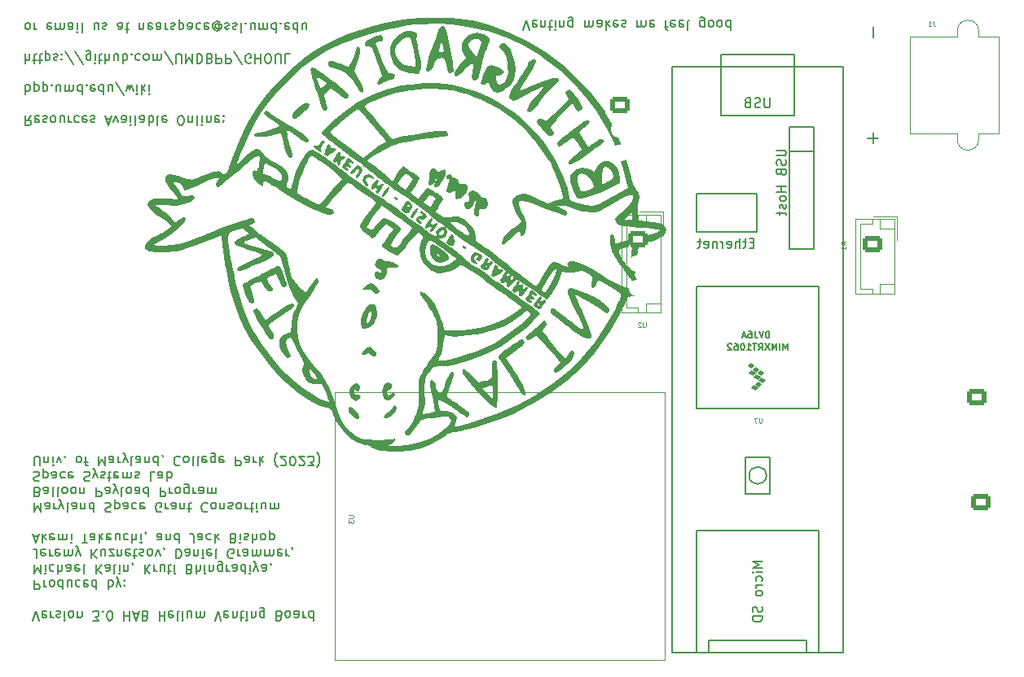
<source format=gbo>
G04 #@! TF.GenerationSoftware,KiCad,Pcbnew,8.0.1*
G04 #@! TF.CreationDate,2025-04-08T18:27:36-04:00*
G04 #@! TF.ProjectId,GHOUL_V1.0,47484f55-4c5f-4563-912e-302e6b696361,rev?*
G04 #@! TF.SameCoordinates,Original*
G04 #@! TF.FileFunction,Legend,Bot*
G04 #@! TF.FilePolarity,Positive*
%FSLAX46Y46*%
G04 Gerber Fmt 4.6, Leading zero omitted, Abs format (unit mm)*
G04 Created by KiCad (PCBNEW 8.0.1) date 2025-04-08 18:27:36*
%MOMM*%
%LPD*%
G01*
G04 APERTURE LIST*
G04 Aperture macros list*
%AMRoundRect*
0 Rectangle with rounded corners*
0 $1 Rounding radius*
0 $2 $3 $4 $5 $6 $7 $8 $9 X,Y pos of 4 corners*
0 Add a 4 corners polygon primitive as box body*
4,1,4,$2,$3,$4,$5,$6,$7,$8,$9,$2,$3,0*
0 Add four circle primitives for the rounded corners*
1,1,$1+$1,$2,$3*
1,1,$1+$1,$4,$5*
1,1,$1+$1,$6,$7*
1,1,$1+$1,$8,$9*
0 Add four rect primitives between the rounded corners*
20,1,$1+$1,$2,$3,$4,$5,0*
20,1,$1+$1,$4,$5,$6,$7,0*
20,1,$1+$1,$6,$7,$8,$9,0*
20,1,$1+$1,$8,$9,$2,$3,0*%
G04 Aperture macros list end*
%ADD10C,0.150000*%
%ADD11C,0.125000*%
%ADD12C,0.120000*%
%ADD13C,0.000000*%
%ADD14C,0.100000*%
%ADD15C,7.500000*%
%ADD16RoundRect,0.250000X0.750000X-0.600000X0.750000X0.600000X-0.750000X0.600000X-0.750000X-0.600000X0*%
%ADD17O,2.000000X1.700000*%
%ADD18RoundRect,0.250000X-0.750000X0.600000X-0.750000X-0.600000X0.750000X-0.600000X0.750000X0.600000X0*%
%ADD19RoundRect,0.250000X-0.725000X0.600000X-0.725000X-0.600000X0.725000X-0.600000X0.725000X0.600000X0*%
%ADD20O,1.950000X1.700000*%
%ADD21C,2.000000*%
%ADD22C,1.524000*%
%ADD23C,1.400000*%
%ADD24R,3.500000X3.500000*%
%ADD25C,3.500000*%
%ADD26R,1.600000X1.600000*%
%ADD27C,1.600000*%
%ADD28R,1.300000X1.300000*%
%ADD29C,1.300000*%
G04 APERTURE END LIST*
D10*
X106593922Y-129894900D02*
X106927255Y-128894900D01*
X106927255Y-128894900D02*
X107260588Y-129894900D01*
X107974874Y-128942520D02*
X107879636Y-128894900D01*
X107879636Y-128894900D02*
X107689160Y-128894900D01*
X107689160Y-128894900D02*
X107593922Y-128942520D01*
X107593922Y-128942520D02*
X107546303Y-129037758D01*
X107546303Y-129037758D02*
X107546303Y-129418710D01*
X107546303Y-129418710D02*
X107593922Y-129513948D01*
X107593922Y-129513948D02*
X107689160Y-129561567D01*
X107689160Y-129561567D02*
X107879636Y-129561567D01*
X107879636Y-129561567D02*
X107974874Y-129513948D01*
X107974874Y-129513948D02*
X108022493Y-129418710D01*
X108022493Y-129418710D02*
X108022493Y-129323472D01*
X108022493Y-129323472D02*
X107546303Y-129228234D01*
X108451065Y-128894900D02*
X108451065Y-129561567D01*
X108451065Y-129371091D02*
X108498684Y-129466329D01*
X108498684Y-129466329D02*
X108546303Y-129513948D01*
X108546303Y-129513948D02*
X108641541Y-129561567D01*
X108641541Y-129561567D02*
X108736779Y-129561567D01*
X109022494Y-128942520D02*
X109117732Y-128894900D01*
X109117732Y-128894900D02*
X109308208Y-128894900D01*
X109308208Y-128894900D02*
X109403446Y-128942520D01*
X109403446Y-128942520D02*
X109451065Y-129037758D01*
X109451065Y-129037758D02*
X109451065Y-129085377D01*
X109451065Y-129085377D02*
X109403446Y-129180615D01*
X109403446Y-129180615D02*
X109308208Y-129228234D01*
X109308208Y-129228234D02*
X109165351Y-129228234D01*
X109165351Y-129228234D02*
X109070113Y-129275853D01*
X109070113Y-129275853D02*
X109022494Y-129371091D01*
X109022494Y-129371091D02*
X109022494Y-129418710D01*
X109022494Y-129418710D02*
X109070113Y-129513948D01*
X109070113Y-129513948D02*
X109165351Y-129561567D01*
X109165351Y-129561567D02*
X109308208Y-129561567D01*
X109308208Y-129561567D02*
X109403446Y-129513948D01*
X109879637Y-128894900D02*
X109879637Y-129561567D01*
X109879637Y-129894900D02*
X109832018Y-129847281D01*
X109832018Y-129847281D02*
X109879637Y-129799662D01*
X109879637Y-129799662D02*
X109927256Y-129847281D01*
X109927256Y-129847281D02*
X109879637Y-129894900D01*
X109879637Y-129894900D02*
X109879637Y-129799662D01*
X110498684Y-128894900D02*
X110403446Y-128942520D01*
X110403446Y-128942520D02*
X110355827Y-128990139D01*
X110355827Y-128990139D02*
X110308208Y-129085377D01*
X110308208Y-129085377D02*
X110308208Y-129371091D01*
X110308208Y-129371091D02*
X110355827Y-129466329D01*
X110355827Y-129466329D02*
X110403446Y-129513948D01*
X110403446Y-129513948D02*
X110498684Y-129561567D01*
X110498684Y-129561567D02*
X110641541Y-129561567D01*
X110641541Y-129561567D02*
X110736779Y-129513948D01*
X110736779Y-129513948D02*
X110784398Y-129466329D01*
X110784398Y-129466329D02*
X110832017Y-129371091D01*
X110832017Y-129371091D02*
X110832017Y-129085377D01*
X110832017Y-129085377D02*
X110784398Y-128990139D01*
X110784398Y-128990139D02*
X110736779Y-128942520D01*
X110736779Y-128942520D02*
X110641541Y-128894900D01*
X110641541Y-128894900D02*
X110498684Y-128894900D01*
X111260589Y-129561567D02*
X111260589Y-128894900D01*
X111260589Y-129466329D02*
X111308208Y-129513948D01*
X111308208Y-129513948D02*
X111403446Y-129561567D01*
X111403446Y-129561567D02*
X111546303Y-129561567D01*
X111546303Y-129561567D02*
X111641541Y-129513948D01*
X111641541Y-129513948D02*
X111689160Y-129418710D01*
X111689160Y-129418710D02*
X111689160Y-128894900D01*
X112832018Y-129894900D02*
X113451065Y-129894900D01*
X113451065Y-129894900D02*
X113117732Y-129513948D01*
X113117732Y-129513948D02*
X113260589Y-129513948D01*
X113260589Y-129513948D02*
X113355827Y-129466329D01*
X113355827Y-129466329D02*
X113403446Y-129418710D01*
X113403446Y-129418710D02*
X113451065Y-129323472D01*
X113451065Y-129323472D02*
X113451065Y-129085377D01*
X113451065Y-129085377D02*
X113403446Y-128990139D01*
X113403446Y-128990139D02*
X113355827Y-128942520D01*
X113355827Y-128942520D02*
X113260589Y-128894900D01*
X113260589Y-128894900D02*
X112974875Y-128894900D01*
X112974875Y-128894900D02*
X112879637Y-128942520D01*
X112879637Y-128942520D02*
X112832018Y-128990139D01*
X113879637Y-128990139D02*
X113927256Y-128942520D01*
X113927256Y-128942520D02*
X113879637Y-128894900D01*
X113879637Y-128894900D02*
X113832018Y-128942520D01*
X113832018Y-128942520D02*
X113879637Y-128990139D01*
X113879637Y-128990139D02*
X113879637Y-128894900D01*
X114546303Y-129894900D02*
X114641541Y-129894900D01*
X114641541Y-129894900D02*
X114736779Y-129847281D01*
X114736779Y-129847281D02*
X114784398Y-129799662D01*
X114784398Y-129799662D02*
X114832017Y-129704424D01*
X114832017Y-129704424D02*
X114879636Y-129513948D01*
X114879636Y-129513948D02*
X114879636Y-129275853D01*
X114879636Y-129275853D02*
X114832017Y-129085377D01*
X114832017Y-129085377D02*
X114784398Y-128990139D01*
X114784398Y-128990139D02*
X114736779Y-128942520D01*
X114736779Y-128942520D02*
X114641541Y-128894900D01*
X114641541Y-128894900D02*
X114546303Y-128894900D01*
X114546303Y-128894900D02*
X114451065Y-128942520D01*
X114451065Y-128942520D02*
X114403446Y-128990139D01*
X114403446Y-128990139D02*
X114355827Y-129085377D01*
X114355827Y-129085377D02*
X114308208Y-129275853D01*
X114308208Y-129275853D02*
X114308208Y-129513948D01*
X114308208Y-129513948D02*
X114355827Y-129704424D01*
X114355827Y-129704424D02*
X114403446Y-129799662D01*
X114403446Y-129799662D02*
X114451065Y-129847281D01*
X114451065Y-129847281D02*
X114546303Y-129894900D01*
X116070113Y-128894900D02*
X116070113Y-129894900D01*
X116070113Y-129418710D02*
X116641541Y-129418710D01*
X116641541Y-128894900D02*
X116641541Y-129894900D01*
X117070113Y-129180615D02*
X117546303Y-129180615D01*
X116974875Y-128894900D02*
X117308208Y-129894900D01*
X117308208Y-129894900D02*
X117641541Y-128894900D01*
X118308208Y-129418710D02*
X118451065Y-129371091D01*
X118451065Y-129371091D02*
X118498684Y-129323472D01*
X118498684Y-129323472D02*
X118546303Y-129228234D01*
X118546303Y-129228234D02*
X118546303Y-129085377D01*
X118546303Y-129085377D02*
X118498684Y-128990139D01*
X118498684Y-128990139D02*
X118451065Y-128942520D01*
X118451065Y-128942520D02*
X118355827Y-128894900D01*
X118355827Y-128894900D02*
X117974875Y-128894900D01*
X117974875Y-128894900D02*
X117974875Y-129894900D01*
X117974875Y-129894900D02*
X118308208Y-129894900D01*
X118308208Y-129894900D02*
X118403446Y-129847281D01*
X118403446Y-129847281D02*
X118451065Y-129799662D01*
X118451065Y-129799662D02*
X118498684Y-129704424D01*
X118498684Y-129704424D02*
X118498684Y-129609186D01*
X118498684Y-129609186D02*
X118451065Y-129513948D01*
X118451065Y-129513948D02*
X118403446Y-129466329D01*
X118403446Y-129466329D02*
X118308208Y-129418710D01*
X118308208Y-129418710D02*
X117974875Y-129418710D01*
X119736780Y-128894900D02*
X119736780Y-129894900D01*
X119736780Y-129418710D02*
X120308208Y-129418710D01*
X120308208Y-128894900D02*
X120308208Y-129894900D01*
X121165351Y-128942520D02*
X121070113Y-128894900D01*
X121070113Y-128894900D02*
X120879637Y-128894900D01*
X120879637Y-128894900D02*
X120784399Y-128942520D01*
X120784399Y-128942520D02*
X120736780Y-129037758D01*
X120736780Y-129037758D02*
X120736780Y-129418710D01*
X120736780Y-129418710D02*
X120784399Y-129513948D01*
X120784399Y-129513948D02*
X120879637Y-129561567D01*
X120879637Y-129561567D02*
X121070113Y-129561567D01*
X121070113Y-129561567D02*
X121165351Y-129513948D01*
X121165351Y-129513948D02*
X121212970Y-129418710D01*
X121212970Y-129418710D02*
X121212970Y-129323472D01*
X121212970Y-129323472D02*
X120736780Y-129228234D01*
X121784399Y-128894900D02*
X121689161Y-128942520D01*
X121689161Y-128942520D02*
X121641542Y-129037758D01*
X121641542Y-129037758D02*
X121641542Y-129894900D01*
X122165352Y-128894900D02*
X122165352Y-129561567D01*
X122165352Y-129894900D02*
X122117733Y-129847281D01*
X122117733Y-129847281D02*
X122165352Y-129799662D01*
X122165352Y-129799662D02*
X122212971Y-129847281D01*
X122212971Y-129847281D02*
X122165352Y-129894900D01*
X122165352Y-129894900D02*
X122165352Y-129799662D01*
X123070113Y-129561567D02*
X123070113Y-128894900D01*
X122641542Y-129561567D02*
X122641542Y-129037758D01*
X122641542Y-129037758D02*
X122689161Y-128942520D01*
X122689161Y-128942520D02*
X122784399Y-128894900D01*
X122784399Y-128894900D02*
X122927256Y-128894900D01*
X122927256Y-128894900D02*
X123022494Y-128942520D01*
X123022494Y-128942520D02*
X123070113Y-128990139D01*
X123546304Y-128894900D02*
X123546304Y-129561567D01*
X123546304Y-129466329D02*
X123593923Y-129513948D01*
X123593923Y-129513948D02*
X123689161Y-129561567D01*
X123689161Y-129561567D02*
X123832018Y-129561567D01*
X123832018Y-129561567D02*
X123927256Y-129513948D01*
X123927256Y-129513948D02*
X123974875Y-129418710D01*
X123974875Y-129418710D02*
X123974875Y-128894900D01*
X123974875Y-129418710D02*
X124022494Y-129513948D01*
X124022494Y-129513948D02*
X124117732Y-129561567D01*
X124117732Y-129561567D02*
X124260589Y-129561567D01*
X124260589Y-129561567D02*
X124355828Y-129513948D01*
X124355828Y-129513948D02*
X124403447Y-129418710D01*
X124403447Y-129418710D02*
X124403447Y-128894900D01*
X125498685Y-129894900D02*
X125832018Y-128894900D01*
X125832018Y-128894900D02*
X126165351Y-129894900D01*
X126879637Y-128942520D02*
X126784399Y-128894900D01*
X126784399Y-128894900D02*
X126593923Y-128894900D01*
X126593923Y-128894900D02*
X126498685Y-128942520D01*
X126498685Y-128942520D02*
X126451066Y-129037758D01*
X126451066Y-129037758D02*
X126451066Y-129418710D01*
X126451066Y-129418710D02*
X126498685Y-129513948D01*
X126498685Y-129513948D02*
X126593923Y-129561567D01*
X126593923Y-129561567D02*
X126784399Y-129561567D01*
X126784399Y-129561567D02*
X126879637Y-129513948D01*
X126879637Y-129513948D02*
X126927256Y-129418710D01*
X126927256Y-129418710D02*
X126927256Y-129323472D01*
X126927256Y-129323472D02*
X126451066Y-129228234D01*
X127355828Y-129561567D02*
X127355828Y-128894900D01*
X127355828Y-129466329D02*
X127403447Y-129513948D01*
X127403447Y-129513948D02*
X127498685Y-129561567D01*
X127498685Y-129561567D02*
X127641542Y-129561567D01*
X127641542Y-129561567D02*
X127736780Y-129513948D01*
X127736780Y-129513948D02*
X127784399Y-129418710D01*
X127784399Y-129418710D02*
X127784399Y-128894900D01*
X128117733Y-129561567D02*
X128498685Y-129561567D01*
X128260590Y-129894900D02*
X128260590Y-129037758D01*
X128260590Y-129037758D02*
X128308209Y-128942520D01*
X128308209Y-128942520D02*
X128403447Y-128894900D01*
X128403447Y-128894900D02*
X128498685Y-128894900D01*
X128832019Y-128894900D02*
X128832019Y-129561567D01*
X128832019Y-129894900D02*
X128784400Y-129847281D01*
X128784400Y-129847281D02*
X128832019Y-129799662D01*
X128832019Y-129799662D02*
X128879638Y-129847281D01*
X128879638Y-129847281D02*
X128832019Y-129894900D01*
X128832019Y-129894900D02*
X128832019Y-129799662D01*
X129308209Y-129561567D02*
X129308209Y-128894900D01*
X129308209Y-129466329D02*
X129355828Y-129513948D01*
X129355828Y-129513948D02*
X129451066Y-129561567D01*
X129451066Y-129561567D02*
X129593923Y-129561567D01*
X129593923Y-129561567D02*
X129689161Y-129513948D01*
X129689161Y-129513948D02*
X129736780Y-129418710D01*
X129736780Y-129418710D02*
X129736780Y-128894900D01*
X130641542Y-129561567D02*
X130641542Y-128752043D01*
X130641542Y-128752043D02*
X130593923Y-128656805D01*
X130593923Y-128656805D02*
X130546304Y-128609186D01*
X130546304Y-128609186D02*
X130451066Y-128561567D01*
X130451066Y-128561567D02*
X130308209Y-128561567D01*
X130308209Y-128561567D02*
X130212971Y-128609186D01*
X130641542Y-128942520D02*
X130546304Y-128894900D01*
X130546304Y-128894900D02*
X130355828Y-128894900D01*
X130355828Y-128894900D02*
X130260590Y-128942520D01*
X130260590Y-128942520D02*
X130212971Y-128990139D01*
X130212971Y-128990139D02*
X130165352Y-129085377D01*
X130165352Y-129085377D02*
X130165352Y-129371091D01*
X130165352Y-129371091D02*
X130212971Y-129466329D01*
X130212971Y-129466329D02*
X130260590Y-129513948D01*
X130260590Y-129513948D02*
X130355828Y-129561567D01*
X130355828Y-129561567D02*
X130546304Y-129561567D01*
X130546304Y-129561567D02*
X130641542Y-129513948D01*
X132212971Y-129418710D02*
X132355828Y-129371091D01*
X132355828Y-129371091D02*
X132403447Y-129323472D01*
X132403447Y-129323472D02*
X132451066Y-129228234D01*
X132451066Y-129228234D02*
X132451066Y-129085377D01*
X132451066Y-129085377D02*
X132403447Y-128990139D01*
X132403447Y-128990139D02*
X132355828Y-128942520D01*
X132355828Y-128942520D02*
X132260590Y-128894900D01*
X132260590Y-128894900D02*
X131879638Y-128894900D01*
X131879638Y-128894900D02*
X131879638Y-129894900D01*
X131879638Y-129894900D02*
X132212971Y-129894900D01*
X132212971Y-129894900D02*
X132308209Y-129847281D01*
X132308209Y-129847281D02*
X132355828Y-129799662D01*
X132355828Y-129799662D02*
X132403447Y-129704424D01*
X132403447Y-129704424D02*
X132403447Y-129609186D01*
X132403447Y-129609186D02*
X132355828Y-129513948D01*
X132355828Y-129513948D02*
X132308209Y-129466329D01*
X132308209Y-129466329D02*
X132212971Y-129418710D01*
X132212971Y-129418710D02*
X131879638Y-129418710D01*
X133022495Y-128894900D02*
X132927257Y-128942520D01*
X132927257Y-128942520D02*
X132879638Y-128990139D01*
X132879638Y-128990139D02*
X132832019Y-129085377D01*
X132832019Y-129085377D02*
X132832019Y-129371091D01*
X132832019Y-129371091D02*
X132879638Y-129466329D01*
X132879638Y-129466329D02*
X132927257Y-129513948D01*
X132927257Y-129513948D02*
X133022495Y-129561567D01*
X133022495Y-129561567D02*
X133165352Y-129561567D01*
X133165352Y-129561567D02*
X133260590Y-129513948D01*
X133260590Y-129513948D02*
X133308209Y-129466329D01*
X133308209Y-129466329D02*
X133355828Y-129371091D01*
X133355828Y-129371091D02*
X133355828Y-129085377D01*
X133355828Y-129085377D02*
X133308209Y-128990139D01*
X133308209Y-128990139D02*
X133260590Y-128942520D01*
X133260590Y-128942520D02*
X133165352Y-128894900D01*
X133165352Y-128894900D02*
X133022495Y-128894900D01*
X134212971Y-128894900D02*
X134212971Y-129418710D01*
X134212971Y-129418710D02*
X134165352Y-129513948D01*
X134165352Y-129513948D02*
X134070114Y-129561567D01*
X134070114Y-129561567D02*
X133879638Y-129561567D01*
X133879638Y-129561567D02*
X133784400Y-129513948D01*
X134212971Y-128942520D02*
X134117733Y-128894900D01*
X134117733Y-128894900D02*
X133879638Y-128894900D01*
X133879638Y-128894900D02*
X133784400Y-128942520D01*
X133784400Y-128942520D02*
X133736781Y-129037758D01*
X133736781Y-129037758D02*
X133736781Y-129132996D01*
X133736781Y-129132996D02*
X133784400Y-129228234D01*
X133784400Y-129228234D02*
X133879638Y-129275853D01*
X133879638Y-129275853D02*
X134117733Y-129275853D01*
X134117733Y-129275853D02*
X134212971Y-129323472D01*
X134689162Y-128894900D02*
X134689162Y-129561567D01*
X134689162Y-129371091D02*
X134736781Y-129466329D01*
X134736781Y-129466329D02*
X134784400Y-129513948D01*
X134784400Y-129513948D02*
X134879638Y-129561567D01*
X134879638Y-129561567D02*
X134974876Y-129561567D01*
X135736781Y-128894900D02*
X135736781Y-129894900D01*
X135736781Y-128942520D02*
X135641543Y-128894900D01*
X135641543Y-128894900D02*
X135451067Y-128894900D01*
X135451067Y-128894900D02*
X135355829Y-128942520D01*
X135355829Y-128942520D02*
X135308210Y-128990139D01*
X135308210Y-128990139D02*
X135260591Y-129085377D01*
X135260591Y-129085377D02*
X135260591Y-129371091D01*
X135260591Y-129371091D02*
X135308210Y-129466329D01*
X135308210Y-129466329D02*
X135355829Y-129513948D01*
X135355829Y-129513948D02*
X135451067Y-129561567D01*
X135451067Y-129561567D02*
X135641543Y-129561567D01*
X135641543Y-129561567D02*
X135736781Y-129513948D01*
X106736779Y-125675012D02*
X106736779Y-126675012D01*
X106736779Y-126675012D02*
X107117731Y-126675012D01*
X107117731Y-126675012D02*
X107212969Y-126627393D01*
X107212969Y-126627393D02*
X107260588Y-126579774D01*
X107260588Y-126579774D02*
X107308207Y-126484536D01*
X107308207Y-126484536D02*
X107308207Y-126341679D01*
X107308207Y-126341679D02*
X107260588Y-126246441D01*
X107260588Y-126246441D02*
X107212969Y-126198822D01*
X107212969Y-126198822D02*
X107117731Y-126151203D01*
X107117731Y-126151203D02*
X106736779Y-126151203D01*
X107736779Y-125675012D02*
X107736779Y-126341679D01*
X107736779Y-126151203D02*
X107784398Y-126246441D01*
X107784398Y-126246441D02*
X107832017Y-126294060D01*
X107832017Y-126294060D02*
X107927255Y-126341679D01*
X107927255Y-126341679D02*
X108022493Y-126341679D01*
X108498684Y-125675012D02*
X108403446Y-125722632D01*
X108403446Y-125722632D02*
X108355827Y-125770251D01*
X108355827Y-125770251D02*
X108308208Y-125865489D01*
X108308208Y-125865489D02*
X108308208Y-126151203D01*
X108308208Y-126151203D02*
X108355827Y-126246441D01*
X108355827Y-126246441D02*
X108403446Y-126294060D01*
X108403446Y-126294060D02*
X108498684Y-126341679D01*
X108498684Y-126341679D02*
X108641541Y-126341679D01*
X108641541Y-126341679D02*
X108736779Y-126294060D01*
X108736779Y-126294060D02*
X108784398Y-126246441D01*
X108784398Y-126246441D02*
X108832017Y-126151203D01*
X108832017Y-126151203D02*
X108832017Y-125865489D01*
X108832017Y-125865489D02*
X108784398Y-125770251D01*
X108784398Y-125770251D02*
X108736779Y-125722632D01*
X108736779Y-125722632D02*
X108641541Y-125675012D01*
X108641541Y-125675012D02*
X108498684Y-125675012D01*
X109689160Y-125675012D02*
X109689160Y-126675012D01*
X109689160Y-125722632D02*
X109593922Y-125675012D01*
X109593922Y-125675012D02*
X109403446Y-125675012D01*
X109403446Y-125675012D02*
X109308208Y-125722632D01*
X109308208Y-125722632D02*
X109260589Y-125770251D01*
X109260589Y-125770251D02*
X109212970Y-125865489D01*
X109212970Y-125865489D02*
X109212970Y-126151203D01*
X109212970Y-126151203D02*
X109260589Y-126246441D01*
X109260589Y-126246441D02*
X109308208Y-126294060D01*
X109308208Y-126294060D02*
X109403446Y-126341679D01*
X109403446Y-126341679D02*
X109593922Y-126341679D01*
X109593922Y-126341679D02*
X109689160Y-126294060D01*
X110593922Y-126341679D02*
X110593922Y-125675012D01*
X110165351Y-126341679D02*
X110165351Y-125817870D01*
X110165351Y-125817870D02*
X110212970Y-125722632D01*
X110212970Y-125722632D02*
X110308208Y-125675012D01*
X110308208Y-125675012D02*
X110451065Y-125675012D01*
X110451065Y-125675012D02*
X110546303Y-125722632D01*
X110546303Y-125722632D02*
X110593922Y-125770251D01*
X111498684Y-125722632D02*
X111403446Y-125675012D01*
X111403446Y-125675012D02*
X111212970Y-125675012D01*
X111212970Y-125675012D02*
X111117732Y-125722632D01*
X111117732Y-125722632D02*
X111070113Y-125770251D01*
X111070113Y-125770251D02*
X111022494Y-125865489D01*
X111022494Y-125865489D02*
X111022494Y-126151203D01*
X111022494Y-126151203D02*
X111070113Y-126246441D01*
X111070113Y-126246441D02*
X111117732Y-126294060D01*
X111117732Y-126294060D02*
X111212970Y-126341679D01*
X111212970Y-126341679D02*
X111403446Y-126341679D01*
X111403446Y-126341679D02*
X111498684Y-126294060D01*
X112308208Y-125722632D02*
X112212970Y-125675012D01*
X112212970Y-125675012D02*
X112022494Y-125675012D01*
X112022494Y-125675012D02*
X111927256Y-125722632D01*
X111927256Y-125722632D02*
X111879637Y-125817870D01*
X111879637Y-125817870D02*
X111879637Y-126198822D01*
X111879637Y-126198822D02*
X111927256Y-126294060D01*
X111927256Y-126294060D02*
X112022494Y-126341679D01*
X112022494Y-126341679D02*
X112212970Y-126341679D01*
X112212970Y-126341679D02*
X112308208Y-126294060D01*
X112308208Y-126294060D02*
X112355827Y-126198822D01*
X112355827Y-126198822D02*
X112355827Y-126103584D01*
X112355827Y-126103584D02*
X111879637Y-126008346D01*
X113212970Y-125675012D02*
X113212970Y-126675012D01*
X113212970Y-125722632D02*
X113117732Y-125675012D01*
X113117732Y-125675012D02*
X112927256Y-125675012D01*
X112927256Y-125675012D02*
X112832018Y-125722632D01*
X112832018Y-125722632D02*
X112784399Y-125770251D01*
X112784399Y-125770251D02*
X112736780Y-125865489D01*
X112736780Y-125865489D02*
X112736780Y-126151203D01*
X112736780Y-126151203D02*
X112784399Y-126246441D01*
X112784399Y-126246441D02*
X112832018Y-126294060D01*
X112832018Y-126294060D02*
X112927256Y-126341679D01*
X112927256Y-126341679D02*
X113117732Y-126341679D01*
X113117732Y-126341679D02*
X113212970Y-126294060D01*
X114451066Y-125675012D02*
X114451066Y-126675012D01*
X114451066Y-126294060D02*
X114546304Y-126341679D01*
X114546304Y-126341679D02*
X114736780Y-126341679D01*
X114736780Y-126341679D02*
X114832018Y-126294060D01*
X114832018Y-126294060D02*
X114879637Y-126246441D01*
X114879637Y-126246441D02*
X114927256Y-126151203D01*
X114927256Y-126151203D02*
X114927256Y-125865489D01*
X114927256Y-125865489D02*
X114879637Y-125770251D01*
X114879637Y-125770251D02*
X114832018Y-125722632D01*
X114832018Y-125722632D02*
X114736780Y-125675012D01*
X114736780Y-125675012D02*
X114546304Y-125675012D01*
X114546304Y-125675012D02*
X114451066Y-125722632D01*
X115260590Y-126341679D02*
X115498685Y-125675012D01*
X115736780Y-126341679D02*
X115498685Y-125675012D01*
X115498685Y-125675012D02*
X115403447Y-125436917D01*
X115403447Y-125436917D02*
X115355828Y-125389298D01*
X115355828Y-125389298D02*
X115260590Y-125341679D01*
X116117733Y-125770251D02*
X116165352Y-125722632D01*
X116165352Y-125722632D02*
X116117733Y-125675012D01*
X116117733Y-125675012D02*
X116070114Y-125722632D01*
X116070114Y-125722632D02*
X116117733Y-125770251D01*
X116117733Y-125770251D02*
X116117733Y-125675012D01*
X116117733Y-126294060D02*
X116165352Y-126246441D01*
X116165352Y-126246441D02*
X116117733Y-126198822D01*
X116117733Y-126198822D02*
X116070114Y-126246441D01*
X116070114Y-126246441D02*
X116117733Y-126294060D01*
X116117733Y-126294060D02*
X116117733Y-126198822D01*
X106736779Y-124065068D02*
X106736779Y-125065068D01*
X106736779Y-125065068D02*
X107070112Y-124350783D01*
X107070112Y-124350783D02*
X107403445Y-125065068D01*
X107403445Y-125065068D02*
X107403445Y-124065068D01*
X107879636Y-124065068D02*
X107879636Y-124731735D01*
X107879636Y-125065068D02*
X107832017Y-125017449D01*
X107832017Y-125017449D02*
X107879636Y-124969830D01*
X107879636Y-124969830D02*
X107927255Y-125017449D01*
X107927255Y-125017449D02*
X107879636Y-125065068D01*
X107879636Y-125065068D02*
X107879636Y-124969830D01*
X108784397Y-124112688D02*
X108689159Y-124065068D01*
X108689159Y-124065068D02*
X108498683Y-124065068D01*
X108498683Y-124065068D02*
X108403445Y-124112688D01*
X108403445Y-124112688D02*
X108355826Y-124160307D01*
X108355826Y-124160307D02*
X108308207Y-124255545D01*
X108308207Y-124255545D02*
X108308207Y-124541259D01*
X108308207Y-124541259D02*
X108355826Y-124636497D01*
X108355826Y-124636497D02*
X108403445Y-124684116D01*
X108403445Y-124684116D02*
X108498683Y-124731735D01*
X108498683Y-124731735D02*
X108689159Y-124731735D01*
X108689159Y-124731735D02*
X108784397Y-124684116D01*
X109212969Y-124065068D02*
X109212969Y-125065068D01*
X109641540Y-124065068D02*
X109641540Y-124588878D01*
X109641540Y-124588878D02*
X109593921Y-124684116D01*
X109593921Y-124684116D02*
X109498683Y-124731735D01*
X109498683Y-124731735D02*
X109355826Y-124731735D01*
X109355826Y-124731735D02*
X109260588Y-124684116D01*
X109260588Y-124684116D02*
X109212969Y-124636497D01*
X110546302Y-124065068D02*
X110546302Y-124588878D01*
X110546302Y-124588878D02*
X110498683Y-124684116D01*
X110498683Y-124684116D02*
X110403445Y-124731735D01*
X110403445Y-124731735D02*
X110212969Y-124731735D01*
X110212969Y-124731735D02*
X110117731Y-124684116D01*
X110546302Y-124112688D02*
X110451064Y-124065068D01*
X110451064Y-124065068D02*
X110212969Y-124065068D01*
X110212969Y-124065068D02*
X110117731Y-124112688D01*
X110117731Y-124112688D02*
X110070112Y-124207926D01*
X110070112Y-124207926D02*
X110070112Y-124303164D01*
X110070112Y-124303164D02*
X110117731Y-124398402D01*
X110117731Y-124398402D02*
X110212969Y-124446021D01*
X110212969Y-124446021D02*
X110451064Y-124446021D01*
X110451064Y-124446021D02*
X110546302Y-124493640D01*
X111403445Y-124112688D02*
X111308207Y-124065068D01*
X111308207Y-124065068D02*
X111117731Y-124065068D01*
X111117731Y-124065068D02*
X111022493Y-124112688D01*
X111022493Y-124112688D02*
X110974874Y-124207926D01*
X110974874Y-124207926D02*
X110974874Y-124588878D01*
X110974874Y-124588878D02*
X111022493Y-124684116D01*
X111022493Y-124684116D02*
X111117731Y-124731735D01*
X111117731Y-124731735D02*
X111308207Y-124731735D01*
X111308207Y-124731735D02*
X111403445Y-124684116D01*
X111403445Y-124684116D02*
X111451064Y-124588878D01*
X111451064Y-124588878D02*
X111451064Y-124493640D01*
X111451064Y-124493640D02*
X110974874Y-124398402D01*
X112022493Y-124065068D02*
X111927255Y-124112688D01*
X111927255Y-124112688D02*
X111879636Y-124207926D01*
X111879636Y-124207926D02*
X111879636Y-125065068D01*
X113165351Y-124065068D02*
X113165351Y-125065068D01*
X113736779Y-124065068D02*
X113308208Y-124636497D01*
X113736779Y-125065068D02*
X113165351Y-124493640D01*
X114593922Y-124065068D02*
X114593922Y-124588878D01*
X114593922Y-124588878D02*
X114546303Y-124684116D01*
X114546303Y-124684116D02*
X114451065Y-124731735D01*
X114451065Y-124731735D02*
X114260589Y-124731735D01*
X114260589Y-124731735D02*
X114165351Y-124684116D01*
X114593922Y-124112688D02*
X114498684Y-124065068D01*
X114498684Y-124065068D02*
X114260589Y-124065068D01*
X114260589Y-124065068D02*
X114165351Y-124112688D01*
X114165351Y-124112688D02*
X114117732Y-124207926D01*
X114117732Y-124207926D02*
X114117732Y-124303164D01*
X114117732Y-124303164D02*
X114165351Y-124398402D01*
X114165351Y-124398402D02*
X114260589Y-124446021D01*
X114260589Y-124446021D02*
X114498684Y-124446021D01*
X114498684Y-124446021D02*
X114593922Y-124493640D01*
X115212970Y-124065068D02*
X115117732Y-124112688D01*
X115117732Y-124112688D02*
X115070113Y-124207926D01*
X115070113Y-124207926D02*
X115070113Y-125065068D01*
X115593923Y-124065068D02*
X115593923Y-124731735D01*
X115593923Y-125065068D02*
X115546304Y-125017449D01*
X115546304Y-125017449D02*
X115593923Y-124969830D01*
X115593923Y-124969830D02*
X115641542Y-125017449D01*
X115641542Y-125017449D02*
X115593923Y-125065068D01*
X115593923Y-125065068D02*
X115593923Y-124969830D01*
X116070113Y-124731735D02*
X116070113Y-124065068D01*
X116070113Y-124636497D02*
X116117732Y-124684116D01*
X116117732Y-124684116D02*
X116212970Y-124731735D01*
X116212970Y-124731735D02*
X116355827Y-124731735D01*
X116355827Y-124731735D02*
X116451065Y-124684116D01*
X116451065Y-124684116D02*
X116498684Y-124588878D01*
X116498684Y-124588878D02*
X116498684Y-124065068D01*
X117022494Y-124112688D02*
X117022494Y-124065068D01*
X117022494Y-124065068D02*
X116974875Y-123969830D01*
X116974875Y-123969830D02*
X116927256Y-123922211D01*
X118212970Y-124065068D02*
X118212970Y-125065068D01*
X118784398Y-124065068D02*
X118355827Y-124636497D01*
X118784398Y-125065068D02*
X118212970Y-124493640D01*
X119212970Y-124065068D02*
X119212970Y-124731735D01*
X119212970Y-124541259D02*
X119260589Y-124636497D01*
X119260589Y-124636497D02*
X119308208Y-124684116D01*
X119308208Y-124684116D02*
X119403446Y-124731735D01*
X119403446Y-124731735D02*
X119498684Y-124731735D01*
X120260589Y-124731735D02*
X120260589Y-124065068D01*
X119832018Y-124731735D02*
X119832018Y-124207926D01*
X119832018Y-124207926D02*
X119879637Y-124112688D01*
X119879637Y-124112688D02*
X119974875Y-124065068D01*
X119974875Y-124065068D02*
X120117732Y-124065068D01*
X120117732Y-124065068D02*
X120212970Y-124112688D01*
X120212970Y-124112688D02*
X120260589Y-124160307D01*
X120593923Y-124731735D02*
X120974875Y-124731735D01*
X120736780Y-125065068D02*
X120736780Y-124207926D01*
X120736780Y-124207926D02*
X120784399Y-124112688D01*
X120784399Y-124112688D02*
X120879637Y-124065068D01*
X120879637Y-124065068D02*
X120974875Y-124065068D01*
X121308209Y-124065068D02*
X121308209Y-124731735D01*
X121308209Y-125065068D02*
X121260590Y-125017449D01*
X121260590Y-125017449D02*
X121308209Y-124969830D01*
X121308209Y-124969830D02*
X121355828Y-125017449D01*
X121355828Y-125017449D02*
X121308209Y-125065068D01*
X121308209Y-125065068D02*
X121308209Y-124969830D01*
X122879637Y-124588878D02*
X123022494Y-124541259D01*
X123022494Y-124541259D02*
X123070113Y-124493640D01*
X123070113Y-124493640D02*
X123117732Y-124398402D01*
X123117732Y-124398402D02*
X123117732Y-124255545D01*
X123117732Y-124255545D02*
X123070113Y-124160307D01*
X123070113Y-124160307D02*
X123022494Y-124112688D01*
X123022494Y-124112688D02*
X122927256Y-124065068D01*
X122927256Y-124065068D02*
X122546304Y-124065068D01*
X122546304Y-124065068D02*
X122546304Y-125065068D01*
X122546304Y-125065068D02*
X122879637Y-125065068D01*
X122879637Y-125065068D02*
X122974875Y-125017449D01*
X122974875Y-125017449D02*
X123022494Y-124969830D01*
X123022494Y-124969830D02*
X123070113Y-124874592D01*
X123070113Y-124874592D02*
X123070113Y-124779354D01*
X123070113Y-124779354D02*
X123022494Y-124684116D01*
X123022494Y-124684116D02*
X122974875Y-124636497D01*
X122974875Y-124636497D02*
X122879637Y-124588878D01*
X122879637Y-124588878D02*
X122546304Y-124588878D01*
X123546304Y-124065068D02*
X123546304Y-125065068D01*
X123974875Y-124065068D02*
X123974875Y-124588878D01*
X123974875Y-124588878D02*
X123927256Y-124684116D01*
X123927256Y-124684116D02*
X123832018Y-124731735D01*
X123832018Y-124731735D02*
X123689161Y-124731735D01*
X123689161Y-124731735D02*
X123593923Y-124684116D01*
X123593923Y-124684116D02*
X123546304Y-124636497D01*
X124451066Y-124065068D02*
X124451066Y-124731735D01*
X124451066Y-125065068D02*
X124403447Y-125017449D01*
X124403447Y-125017449D02*
X124451066Y-124969830D01*
X124451066Y-124969830D02*
X124498685Y-125017449D01*
X124498685Y-125017449D02*
X124451066Y-125065068D01*
X124451066Y-125065068D02*
X124451066Y-124969830D01*
X124927256Y-124731735D02*
X124927256Y-124065068D01*
X124927256Y-124636497D02*
X124974875Y-124684116D01*
X124974875Y-124684116D02*
X125070113Y-124731735D01*
X125070113Y-124731735D02*
X125212970Y-124731735D01*
X125212970Y-124731735D02*
X125308208Y-124684116D01*
X125308208Y-124684116D02*
X125355827Y-124588878D01*
X125355827Y-124588878D02*
X125355827Y-124065068D01*
X126260589Y-124731735D02*
X126260589Y-123922211D01*
X126260589Y-123922211D02*
X126212970Y-123826973D01*
X126212970Y-123826973D02*
X126165351Y-123779354D01*
X126165351Y-123779354D02*
X126070113Y-123731735D01*
X126070113Y-123731735D02*
X125927256Y-123731735D01*
X125927256Y-123731735D02*
X125832018Y-123779354D01*
X126260589Y-124112688D02*
X126165351Y-124065068D01*
X126165351Y-124065068D02*
X125974875Y-124065068D01*
X125974875Y-124065068D02*
X125879637Y-124112688D01*
X125879637Y-124112688D02*
X125832018Y-124160307D01*
X125832018Y-124160307D02*
X125784399Y-124255545D01*
X125784399Y-124255545D02*
X125784399Y-124541259D01*
X125784399Y-124541259D02*
X125832018Y-124636497D01*
X125832018Y-124636497D02*
X125879637Y-124684116D01*
X125879637Y-124684116D02*
X125974875Y-124731735D01*
X125974875Y-124731735D02*
X126165351Y-124731735D01*
X126165351Y-124731735D02*
X126260589Y-124684116D01*
X126736780Y-124065068D02*
X126736780Y-124731735D01*
X126736780Y-124541259D02*
X126784399Y-124636497D01*
X126784399Y-124636497D02*
X126832018Y-124684116D01*
X126832018Y-124684116D02*
X126927256Y-124731735D01*
X126927256Y-124731735D02*
X127022494Y-124731735D01*
X127784399Y-124065068D02*
X127784399Y-124588878D01*
X127784399Y-124588878D02*
X127736780Y-124684116D01*
X127736780Y-124684116D02*
X127641542Y-124731735D01*
X127641542Y-124731735D02*
X127451066Y-124731735D01*
X127451066Y-124731735D02*
X127355828Y-124684116D01*
X127784399Y-124112688D02*
X127689161Y-124065068D01*
X127689161Y-124065068D02*
X127451066Y-124065068D01*
X127451066Y-124065068D02*
X127355828Y-124112688D01*
X127355828Y-124112688D02*
X127308209Y-124207926D01*
X127308209Y-124207926D02*
X127308209Y-124303164D01*
X127308209Y-124303164D02*
X127355828Y-124398402D01*
X127355828Y-124398402D02*
X127451066Y-124446021D01*
X127451066Y-124446021D02*
X127689161Y-124446021D01*
X127689161Y-124446021D02*
X127784399Y-124493640D01*
X128689161Y-124065068D02*
X128689161Y-125065068D01*
X128689161Y-124112688D02*
X128593923Y-124065068D01*
X128593923Y-124065068D02*
X128403447Y-124065068D01*
X128403447Y-124065068D02*
X128308209Y-124112688D01*
X128308209Y-124112688D02*
X128260590Y-124160307D01*
X128260590Y-124160307D02*
X128212971Y-124255545D01*
X128212971Y-124255545D02*
X128212971Y-124541259D01*
X128212971Y-124541259D02*
X128260590Y-124636497D01*
X128260590Y-124636497D02*
X128308209Y-124684116D01*
X128308209Y-124684116D02*
X128403447Y-124731735D01*
X128403447Y-124731735D02*
X128593923Y-124731735D01*
X128593923Y-124731735D02*
X128689161Y-124684116D01*
X129165352Y-124065068D02*
X129165352Y-124731735D01*
X129165352Y-125065068D02*
X129117733Y-125017449D01*
X129117733Y-125017449D02*
X129165352Y-124969830D01*
X129165352Y-124969830D02*
X129212971Y-125017449D01*
X129212971Y-125017449D02*
X129165352Y-125065068D01*
X129165352Y-125065068D02*
X129165352Y-124969830D01*
X129546304Y-124731735D02*
X129784399Y-124065068D01*
X130022494Y-124731735D02*
X129784399Y-124065068D01*
X129784399Y-124065068D02*
X129689161Y-123826973D01*
X129689161Y-123826973D02*
X129641542Y-123779354D01*
X129641542Y-123779354D02*
X129546304Y-123731735D01*
X130832018Y-124065068D02*
X130832018Y-124588878D01*
X130832018Y-124588878D02*
X130784399Y-124684116D01*
X130784399Y-124684116D02*
X130689161Y-124731735D01*
X130689161Y-124731735D02*
X130498685Y-124731735D01*
X130498685Y-124731735D02*
X130403447Y-124684116D01*
X130832018Y-124112688D02*
X130736780Y-124065068D01*
X130736780Y-124065068D02*
X130498685Y-124065068D01*
X130498685Y-124065068D02*
X130403447Y-124112688D01*
X130403447Y-124112688D02*
X130355828Y-124207926D01*
X130355828Y-124207926D02*
X130355828Y-124303164D01*
X130355828Y-124303164D02*
X130403447Y-124398402D01*
X130403447Y-124398402D02*
X130498685Y-124446021D01*
X130498685Y-124446021D02*
X130736780Y-124446021D01*
X130736780Y-124446021D02*
X130832018Y-124493640D01*
X131355828Y-124112688D02*
X131355828Y-124065068D01*
X131355828Y-124065068D02*
X131308209Y-123969830D01*
X131308209Y-123969830D02*
X131260590Y-123922211D01*
X107022493Y-123455124D02*
X107022493Y-122740839D01*
X107022493Y-122740839D02*
X106974874Y-122597982D01*
X106974874Y-122597982D02*
X106879636Y-122502744D01*
X106879636Y-122502744D02*
X106736779Y-122455124D01*
X106736779Y-122455124D02*
X106641541Y-122455124D01*
X107879636Y-122502744D02*
X107784398Y-122455124D01*
X107784398Y-122455124D02*
X107593922Y-122455124D01*
X107593922Y-122455124D02*
X107498684Y-122502744D01*
X107498684Y-122502744D02*
X107451065Y-122597982D01*
X107451065Y-122597982D02*
X107451065Y-122978934D01*
X107451065Y-122978934D02*
X107498684Y-123074172D01*
X107498684Y-123074172D02*
X107593922Y-123121791D01*
X107593922Y-123121791D02*
X107784398Y-123121791D01*
X107784398Y-123121791D02*
X107879636Y-123074172D01*
X107879636Y-123074172D02*
X107927255Y-122978934D01*
X107927255Y-122978934D02*
X107927255Y-122883696D01*
X107927255Y-122883696D02*
X107451065Y-122788458D01*
X108355827Y-122455124D02*
X108355827Y-123121791D01*
X108355827Y-122931315D02*
X108403446Y-123026553D01*
X108403446Y-123026553D02*
X108451065Y-123074172D01*
X108451065Y-123074172D02*
X108546303Y-123121791D01*
X108546303Y-123121791D02*
X108641541Y-123121791D01*
X109355827Y-122502744D02*
X109260589Y-122455124D01*
X109260589Y-122455124D02*
X109070113Y-122455124D01*
X109070113Y-122455124D02*
X108974875Y-122502744D01*
X108974875Y-122502744D02*
X108927256Y-122597982D01*
X108927256Y-122597982D02*
X108927256Y-122978934D01*
X108927256Y-122978934D02*
X108974875Y-123074172D01*
X108974875Y-123074172D02*
X109070113Y-123121791D01*
X109070113Y-123121791D02*
X109260589Y-123121791D01*
X109260589Y-123121791D02*
X109355827Y-123074172D01*
X109355827Y-123074172D02*
X109403446Y-122978934D01*
X109403446Y-122978934D02*
X109403446Y-122883696D01*
X109403446Y-122883696D02*
X108927256Y-122788458D01*
X109832018Y-122455124D02*
X109832018Y-123121791D01*
X109832018Y-123026553D02*
X109879637Y-123074172D01*
X109879637Y-123074172D02*
X109974875Y-123121791D01*
X109974875Y-123121791D02*
X110117732Y-123121791D01*
X110117732Y-123121791D02*
X110212970Y-123074172D01*
X110212970Y-123074172D02*
X110260589Y-122978934D01*
X110260589Y-122978934D02*
X110260589Y-122455124D01*
X110260589Y-122978934D02*
X110308208Y-123074172D01*
X110308208Y-123074172D02*
X110403446Y-123121791D01*
X110403446Y-123121791D02*
X110546303Y-123121791D01*
X110546303Y-123121791D02*
X110641542Y-123074172D01*
X110641542Y-123074172D02*
X110689161Y-122978934D01*
X110689161Y-122978934D02*
X110689161Y-122455124D01*
X111070113Y-123121791D02*
X111308208Y-122455124D01*
X111546303Y-123121791D02*
X111308208Y-122455124D01*
X111308208Y-122455124D02*
X111212970Y-122217029D01*
X111212970Y-122217029D02*
X111165351Y-122169410D01*
X111165351Y-122169410D02*
X111070113Y-122121791D01*
X112689161Y-122455124D02*
X112689161Y-123455124D01*
X113260589Y-122455124D02*
X112832018Y-123026553D01*
X113260589Y-123455124D02*
X112689161Y-122883696D01*
X114117732Y-123121791D02*
X114117732Y-122455124D01*
X113689161Y-123121791D02*
X113689161Y-122597982D01*
X113689161Y-122597982D02*
X113736780Y-122502744D01*
X113736780Y-122502744D02*
X113832018Y-122455124D01*
X113832018Y-122455124D02*
X113974875Y-122455124D01*
X113974875Y-122455124D02*
X114070113Y-122502744D01*
X114070113Y-122502744D02*
X114117732Y-122550363D01*
X114498685Y-123121791D02*
X115022494Y-123121791D01*
X115022494Y-123121791D02*
X114498685Y-122455124D01*
X114498685Y-122455124D02*
X115022494Y-122455124D01*
X115403447Y-123121791D02*
X115403447Y-122455124D01*
X115403447Y-123026553D02*
X115451066Y-123074172D01*
X115451066Y-123074172D02*
X115546304Y-123121791D01*
X115546304Y-123121791D02*
X115689161Y-123121791D01*
X115689161Y-123121791D02*
X115784399Y-123074172D01*
X115784399Y-123074172D02*
X115832018Y-122978934D01*
X115832018Y-122978934D02*
X115832018Y-122455124D01*
X116689161Y-122502744D02*
X116593923Y-122455124D01*
X116593923Y-122455124D02*
X116403447Y-122455124D01*
X116403447Y-122455124D02*
X116308209Y-122502744D01*
X116308209Y-122502744D02*
X116260590Y-122597982D01*
X116260590Y-122597982D02*
X116260590Y-122978934D01*
X116260590Y-122978934D02*
X116308209Y-123074172D01*
X116308209Y-123074172D02*
X116403447Y-123121791D01*
X116403447Y-123121791D02*
X116593923Y-123121791D01*
X116593923Y-123121791D02*
X116689161Y-123074172D01*
X116689161Y-123074172D02*
X116736780Y-122978934D01*
X116736780Y-122978934D02*
X116736780Y-122883696D01*
X116736780Y-122883696D02*
X116260590Y-122788458D01*
X117022495Y-123121791D02*
X117403447Y-123121791D01*
X117165352Y-123455124D02*
X117165352Y-122597982D01*
X117165352Y-122597982D02*
X117212971Y-122502744D01*
X117212971Y-122502744D02*
X117308209Y-122455124D01*
X117308209Y-122455124D02*
X117403447Y-122455124D01*
X117689162Y-122502744D02*
X117784400Y-122455124D01*
X117784400Y-122455124D02*
X117974876Y-122455124D01*
X117974876Y-122455124D02*
X118070114Y-122502744D01*
X118070114Y-122502744D02*
X118117733Y-122597982D01*
X118117733Y-122597982D02*
X118117733Y-122645601D01*
X118117733Y-122645601D02*
X118070114Y-122740839D01*
X118070114Y-122740839D02*
X117974876Y-122788458D01*
X117974876Y-122788458D02*
X117832019Y-122788458D01*
X117832019Y-122788458D02*
X117736781Y-122836077D01*
X117736781Y-122836077D02*
X117689162Y-122931315D01*
X117689162Y-122931315D02*
X117689162Y-122978934D01*
X117689162Y-122978934D02*
X117736781Y-123074172D01*
X117736781Y-123074172D02*
X117832019Y-123121791D01*
X117832019Y-123121791D02*
X117974876Y-123121791D01*
X117974876Y-123121791D02*
X118070114Y-123074172D01*
X118689162Y-122455124D02*
X118593924Y-122502744D01*
X118593924Y-122502744D02*
X118546305Y-122550363D01*
X118546305Y-122550363D02*
X118498686Y-122645601D01*
X118498686Y-122645601D02*
X118498686Y-122931315D01*
X118498686Y-122931315D02*
X118546305Y-123026553D01*
X118546305Y-123026553D02*
X118593924Y-123074172D01*
X118593924Y-123074172D02*
X118689162Y-123121791D01*
X118689162Y-123121791D02*
X118832019Y-123121791D01*
X118832019Y-123121791D02*
X118927257Y-123074172D01*
X118927257Y-123074172D02*
X118974876Y-123026553D01*
X118974876Y-123026553D02*
X119022495Y-122931315D01*
X119022495Y-122931315D02*
X119022495Y-122645601D01*
X119022495Y-122645601D02*
X118974876Y-122550363D01*
X118974876Y-122550363D02*
X118927257Y-122502744D01*
X118927257Y-122502744D02*
X118832019Y-122455124D01*
X118832019Y-122455124D02*
X118689162Y-122455124D01*
X119355829Y-123121791D02*
X119593924Y-122455124D01*
X119593924Y-122455124D02*
X119832019Y-123121791D01*
X120260591Y-122502744D02*
X120260591Y-122455124D01*
X120260591Y-122455124D02*
X120212972Y-122359886D01*
X120212972Y-122359886D02*
X120165353Y-122312267D01*
X121451067Y-122455124D02*
X121451067Y-123455124D01*
X121451067Y-123455124D02*
X121689162Y-123455124D01*
X121689162Y-123455124D02*
X121832019Y-123407505D01*
X121832019Y-123407505D02*
X121927257Y-123312267D01*
X121927257Y-123312267D02*
X121974876Y-123217029D01*
X121974876Y-123217029D02*
X122022495Y-123026553D01*
X122022495Y-123026553D02*
X122022495Y-122883696D01*
X122022495Y-122883696D02*
X121974876Y-122693220D01*
X121974876Y-122693220D02*
X121927257Y-122597982D01*
X121927257Y-122597982D02*
X121832019Y-122502744D01*
X121832019Y-122502744D02*
X121689162Y-122455124D01*
X121689162Y-122455124D02*
X121451067Y-122455124D01*
X122879638Y-122455124D02*
X122879638Y-122978934D01*
X122879638Y-122978934D02*
X122832019Y-123074172D01*
X122832019Y-123074172D02*
X122736781Y-123121791D01*
X122736781Y-123121791D02*
X122546305Y-123121791D01*
X122546305Y-123121791D02*
X122451067Y-123074172D01*
X122879638Y-122502744D02*
X122784400Y-122455124D01*
X122784400Y-122455124D02*
X122546305Y-122455124D01*
X122546305Y-122455124D02*
X122451067Y-122502744D01*
X122451067Y-122502744D02*
X122403448Y-122597982D01*
X122403448Y-122597982D02*
X122403448Y-122693220D01*
X122403448Y-122693220D02*
X122451067Y-122788458D01*
X122451067Y-122788458D02*
X122546305Y-122836077D01*
X122546305Y-122836077D02*
X122784400Y-122836077D01*
X122784400Y-122836077D02*
X122879638Y-122883696D01*
X123355829Y-123121791D02*
X123355829Y-122455124D01*
X123355829Y-123026553D02*
X123403448Y-123074172D01*
X123403448Y-123074172D02*
X123498686Y-123121791D01*
X123498686Y-123121791D02*
X123641543Y-123121791D01*
X123641543Y-123121791D02*
X123736781Y-123074172D01*
X123736781Y-123074172D02*
X123784400Y-122978934D01*
X123784400Y-122978934D02*
X123784400Y-122455124D01*
X124260591Y-122455124D02*
X124260591Y-123121791D01*
X124260591Y-123455124D02*
X124212972Y-123407505D01*
X124212972Y-123407505D02*
X124260591Y-123359886D01*
X124260591Y-123359886D02*
X124308210Y-123407505D01*
X124308210Y-123407505D02*
X124260591Y-123455124D01*
X124260591Y-123455124D02*
X124260591Y-123359886D01*
X125117733Y-122502744D02*
X125022495Y-122455124D01*
X125022495Y-122455124D02*
X124832019Y-122455124D01*
X124832019Y-122455124D02*
X124736781Y-122502744D01*
X124736781Y-122502744D02*
X124689162Y-122597982D01*
X124689162Y-122597982D02*
X124689162Y-122978934D01*
X124689162Y-122978934D02*
X124736781Y-123074172D01*
X124736781Y-123074172D02*
X124832019Y-123121791D01*
X124832019Y-123121791D02*
X125022495Y-123121791D01*
X125022495Y-123121791D02*
X125117733Y-123074172D01*
X125117733Y-123074172D02*
X125165352Y-122978934D01*
X125165352Y-122978934D02*
X125165352Y-122883696D01*
X125165352Y-122883696D02*
X124689162Y-122788458D01*
X125736781Y-122455124D02*
X125641543Y-122502744D01*
X125641543Y-122502744D02*
X125593924Y-122597982D01*
X125593924Y-122597982D02*
X125593924Y-123455124D01*
X127403448Y-123407505D02*
X127308210Y-123455124D01*
X127308210Y-123455124D02*
X127165353Y-123455124D01*
X127165353Y-123455124D02*
X127022496Y-123407505D01*
X127022496Y-123407505D02*
X126927258Y-123312267D01*
X126927258Y-123312267D02*
X126879639Y-123217029D01*
X126879639Y-123217029D02*
X126832020Y-123026553D01*
X126832020Y-123026553D02*
X126832020Y-122883696D01*
X126832020Y-122883696D02*
X126879639Y-122693220D01*
X126879639Y-122693220D02*
X126927258Y-122597982D01*
X126927258Y-122597982D02*
X127022496Y-122502744D01*
X127022496Y-122502744D02*
X127165353Y-122455124D01*
X127165353Y-122455124D02*
X127260591Y-122455124D01*
X127260591Y-122455124D02*
X127403448Y-122502744D01*
X127403448Y-122502744D02*
X127451067Y-122550363D01*
X127451067Y-122550363D02*
X127451067Y-122883696D01*
X127451067Y-122883696D02*
X127260591Y-122883696D01*
X127879639Y-122455124D02*
X127879639Y-123121791D01*
X127879639Y-122931315D02*
X127927258Y-123026553D01*
X127927258Y-123026553D02*
X127974877Y-123074172D01*
X127974877Y-123074172D02*
X128070115Y-123121791D01*
X128070115Y-123121791D02*
X128165353Y-123121791D01*
X128927258Y-122455124D02*
X128927258Y-122978934D01*
X128927258Y-122978934D02*
X128879639Y-123074172D01*
X128879639Y-123074172D02*
X128784401Y-123121791D01*
X128784401Y-123121791D02*
X128593925Y-123121791D01*
X128593925Y-123121791D02*
X128498687Y-123074172D01*
X128927258Y-122502744D02*
X128832020Y-122455124D01*
X128832020Y-122455124D02*
X128593925Y-122455124D01*
X128593925Y-122455124D02*
X128498687Y-122502744D01*
X128498687Y-122502744D02*
X128451068Y-122597982D01*
X128451068Y-122597982D02*
X128451068Y-122693220D01*
X128451068Y-122693220D02*
X128498687Y-122788458D01*
X128498687Y-122788458D02*
X128593925Y-122836077D01*
X128593925Y-122836077D02*
X128832020Y-122836077D01*
X128832020Y-122836077D02*
X128927258Y-122883696D01*
X129403449Y-122455124D02*
X129403449Y-123121791D01*
X129403449Y-123026553D02*
X129451068Y-123074172D01*
X129451068Y-123074172D02*
X129546306Y-123121791D01*
X129546306Y-123121791D02*
X129689163Y-123121791D01*
X129689163Y-123121791D02*
X129784401Y-123074172D01*
X129784401Y-123074172D02*
X129832020Y-122978934D01*
X129832020Y-122978934D02*
X129832020Y-122455124D01*
X129832020Y-122978934D02*
X129879639Y-123074172D01*
X129879639Y-123074172D02*
X129974877Y-123121791D01*
X129974877Y-123121791D02*
X130117734Y-123121791D01*
X130117734Y-123121791D02*
X130212973Y-123074172D01*
X130212973Y-123074172D02*
X130260592Y-122978934D01*
X130260592Y-122978934D02*
X130260592Y-122455124D01*
X130736782Y-122455124D02*
X130736782Y-123121791D01*
X130736782Y-123026553D02*
X130784401Y-123074172D01*
X130784401Y-123074172D02*
X130879639Y-123121791D01*
X130879639Y-123121791D02*
X131022496Y-123121791D01*
X131022496Y-123121791D02*
X131117734Y-123074172D01*
X131117734Y-123074172D02*
X131165353Y-122978934D01*
X131165353Y-122978934D02*
X131165353Y-122455124D01*
X131165353Y-122978934D02*
X131212972Y-123074172D01*
X131212972Y-123074172D02*
X131308210Y-123121791D01*
X131308210Y-123121791D02*
X131451067Y-123121791D01*
X131451067Y-123121791D02*
X131546306Y-123074172D01*
X131546306Y-123074172D02*
X131593925Y-122978934D01*
X131593925Y-122978934D02*
X131593925Y-122455124D01*
X132451067Y-122502744D02*
X132355829Y-122455124D01*
X132355829Y-122455124D02*
X132165353Y-122455124D01*
X132165353Y-122455124D02*
X132070115Y-122502744D01*
X132070115Y-122502744D02*
X132022496Y-122597982D01*
X132022496Y-122597982D02*
X132022496Y-122978934D01*
X132022496Y-122978934D02*
X132070115Y-123074172D01*
X132070115Y-123074172D02*
X132165353Y-123121791D01*
X132165353Y-123121791D02*
X132355829Y-123121791D01*
X132355829Y-123121791D02*
X132451067Y-123074172D01*
X132451067Y-123074172D02*
X132498686Y-122978934D01*
X132498686Y-122978934D02*
X132498686Y-122883696D01*
X132498686Y-122883696D02*
X132022496Y-122788458D01*
X132927258Y-122455124D02*
X132927258Y-123121791D01*
X132927258Y-122931315D02*
X132974877Y-123026553D01*
X132974877Y-123026553D02*
X133022496Y-123074172D01*
X133022496Y-123074172D02*
X133117734Y-123121791D01*
X133117734Y-123121791D02*
X133212972Y-123121791D01*
X133593925Y-122502744D02*
X133593925Y-122455124D01*
X133593925Y-122455124D02*
X133546306Y-122359886D01*
X133546306Y-122359886D02*
X133498687Y-122312267D01*
X106689160Y-121130895D02*
X107165350Y-121130895D01*
X106593922Y-120845180D02*
X106927255Y-121845180D01*
X106927255Y-121845180D02*
X107260588Y-120845180D01*
X107593922Y-120845180D02*
X107593922Y-121845180D01*
X107689160Y-121226133D02*
X107974874Y-120845180D01*
X107974874Y-121511847D02*
X107593922Y-121130895D01*
X108784398Y-120892800D02*
X108689160Y-120845180D01*
X108689160Y-120845180D02*
X108498684Y-120845180D01*
X108498684Y-120845180D02*
X108403446Y-120892800D01*
X108403446Y-120892800D02*
X108355827Y-120988038D01*
X108355827Y-120988038D02*
X108355827Y-121368990D01*
X108355827Y-121368990D02*
X108403446Y-121464228D01*
X108403446Y-121464228D02*
X108498684Y-121511847D01*
X108498684Y-121511847D02*
X108689160Y-121511847D01*
X108689160Y-121511847D02*
X108784398Y-121464228D01*
X108784398Y-121464228D02*
X108832017Y-121368990D01*
X108832017Y-121368990D02*
X108832017Y-121273752D01*
X108832017Y-121273752D02*
X108355827Y-121178514D01*
X109260589Y-120845180D02*
X109260589Y-121511847D01*
X109260589Y-121416609D02*
X109308208Y-121464228D01*
X109308208Y-121464228D02*
X109403446Y-121511847D01*
X109403446Y-121511847D02*
X109546303Y-121511847D01*
X109546303Y-121511847D02*
X109641541Y-121464228D01*
X109641541Y-121464228D02*
X109689160Y-121368990D01*
X109689160Y-121368990D02*
X109689160Y-120845180D01*
X109689160Y-121368990D02*
X109736779Y-121464228D01*
X109736779Y-121464228D02*
X109832017Y-121511847D01*
X109832017Y-121511847D02*
X109974874Y-121511847D01*
X109974874Y-121511847D02*
X110070113Y-121464228D01*
X110070113Y-121464228D02*
X110117732Y-121368990D01*
X110117732Y-121368990D02*
X110117732Y-120845180D01*
X110593922Y-120845180D02*
X110593922Y-121511847D01*
X110593922Y-121845180D02*
X110546303Y-121797561D01*
X110546303Y-121797561D02*
X110593922Y-121749942D01*
X110593922Y-121749942D02*
X110641541Y-121797561D01*
X110641541Y-121797561D02*
X110593922Y-121845180D01*
X110593922Y-121845180D02*
X110593922Y-121749942D01*
X111689160Y-121845180D02*
X112260588Y-121845180D01*
X111974874Y-120845180D02*
X111974874Y-121845180D01*
X113022493Y-120845180D02*
X113022493Y-121368990D01*
X113022493Y-121368990D02*
X112974874Y-121464228D01*
X112974874Y-121464228D02*
X112879636Y-121511847D01*
X112879636Y-121511847D02*
X112689160Y-121511847D01*
X112689160Y-121511847D02*
X112593922Y-121464228D01*
X113022493Y-120892800D02*
X112927255Y-120845180D01*
X112927255Y-120845180D02*
X112689160Y-120845180D01*
X112689160Y-120845180D02*
X112593922Y-120892800D01*
X112593922Y-120892800D02*
X112546303Y-120988038D01*
X112546303Y-120988038D02*
X112546303Y-121083276D01*
X112546303Y-121083276D02*
X112593922Y-121178514D01*
X112593922Y-121178514D02*
X112689160Y-121226133D01*
X112689160Y-121226133D02*
X112927255Y-121226133D01*
X112927255Y-121226133D02*
X113022493Y-121273752D01*
X113498684Y-120845180D02*
X113498684Y-121845180D01*
X113593922Y-121226133D02*
X113879636Y-120845180D01*
X113879636Y-121511847D02*
X113498684Y-121130895D01*
X114689160Y-120892800D02*
X114593922Y-120845180D01*
X114593922Y-120845180D02*
X114403446Y-120845180D01*
X114403446Y-120845180D02*
X114308208Y-120892800D01*
X114308208Y-120892800D02*
X114260589Y-120988038D01*
X114260589Y-120988038D02*
X114260589Y-121368990D01*
X114260589Y-121368990D02*
X114308208Y-121464228D01*
X114308208Y-121464228D02*
X114403446Y-121511847D01*
X114403446Y-121511847D02*
X114593922Y-121511847D01*
X114593922Y-121511847D02*
X114689160Y-121464228D01*
X114689160Y-121464228D02*
X114736779Y-121368990D01*
X114736779Y-121368990D02*
X114736779Y-121273752D01*
X114736779Y-121273752D02*
X114260589Y-121178514D01*
X115593922Y-121511847D02*
X115593922Y-120845180D01*
X115165351Y-121511847D02*
X115165351Y-120988038D01*
X115165351Y-120988038D02*
X115212970Y-120892800D01*
X115212970Y-120892800D02*
X115308208Y-120845180D01*
X115308208Y-120845180D02*
X115451065Y-120845180D01*
X115451065Y-120845180D02*
X115546303Y-120892800D01*
X115546303Y-120892800D02*
X115593922Y-120940419D01*
X116498684Y-120892800D02*
X116403446Y-120845180D01*
X116403446Y-120845180D02*
X116212970Y-120845180D01*
X116212970Y-120845180D02*
X116117732Y-120892800D01*
X116117732Y-120892800D02*
X116070113Y-120940419D01*
X116070113Y-120940419D02*
X116022494Y-121035657D01*
X116022494Y-121035657D02*
X116022494Y-121321371D01*
X116022494Y-121321371D02*
X116070113Y-121416609D01*
X116070113Y-121416609D02*
X116117732Y-121464228D01*
X116117732Y-121464228D02*
X116212970Y-121511847D01*
X116212970Y-121511847D02*
X116403446Y-121511847D01*
X116403446Y-121511847D02*
X116498684Y-121464228D01*
X116927256Y-120845180D02*
X116927256Y-121845180D01*
X117355827Y-120845180D02*
X117355827Y-121368990D01*
X117355827Y-121368990D02*
X117308208Y-121464228D01*
X117308208Y-121464228D02*
X117212970Y-121511847D01*
X117212970Y-121511847D02*
X117070113Y-121511847D01*
X117070113Y-121511847D02*
X116974875Y-121464228D01*
X116974875Y-121464228D02*
X116927256Y-121416609D01*
X117832018Y-120845180D02*
X117832018Y-121511847D01*
X117832018Y-121845180D02*
X117784399Y-121797561D01*
X117784399Y-121797561D02*
X117832018Y-121749942D01*
X117832018Y-121749942D02*
X117879637Y-121797561D01*
X117879637Y-121797561D02*
X117832018Y-121845180D01*
X117832018Y-121845180D02*
X117832018Y-121749942D01*
X118355827Y-120892800D02*
X118355827Y-120845180D01*
X118355827Y-120845180D02*
X118308208Y-120749942D01*
X118308208Y-120749942D02*
X118260589Y-120702323D01*
X119974874Y-120845180D02*
X119974874Y-121368990D01*
X119974874Y-121368990D02*
X119927255Y-121464228D01*
X119927255Y-121464228D02*
X119832017Y-121511847D01*
X119832017Y-121511847D02*
X119641541Y-121511847D01*
X119641541Y-121511847D02*
X119546303Y-121464228D01*
X119974874Y-120892800D02*
X119879636Y-120845180D01*
X119879636Y-120845180D02*
X119641541Y-120845180D01*
X119641541Y-120845180D02*
X119546303Y-120892800D01*
X119546303Y-120892800D02*
X119498684Y-120988038D01*
X119498684Y-120988038D02*
X119498684Y-121083276D01*
X119498684Y-121083276D02*
X119546303Y-121178514D01*
X119546303Y-121178514D02*
X119641541Y-121226133D01*
X119641541Y-121226133D02*
X119879636Y-121226133D01*
X119879636Y-121226133D02*
X119974874Y-121273752D01*
X120451065Y-121511847D02*
X120451065Y-120845180D01*
X120451065Y-121416609D02*
X120498684Y-121464228D01*
X120498684Y-121464228D02*
X120593922Y-121511847D01*
X120593922Y-121511847D02*
X120736779Y-121511847D01*
X120736779Y-121511847D02*
X120832017Y-121464228D01*
X120832017Y-121464228D02*
X120879636Y-121368990D01*
X120879636Y-121368990D02*
X120879636Y-120845180D01*
X121784398Y-120845180D02*
X121784398Y-121845180D01*
X121784398Y-120892800D02*
X121689160Y-120845180D01*
X121689160Y-120845180D02*
X121498684Y-120845180D01*
X121498684Y-120845180D02*
X121403446Y-120892800D01*
X121403446Y-120892800D02*
X121355827Y-120940419D01*
X121355827Y-120940419D02*
X121308208Y-121035657D01*
X121308208Y-121035657D02*
X121308208Y-121321371D01*
X121308208Y-121321371D02*
X121355827Y-121416609D01*
X121355827Y-121416609D02*
X121403446Y-121464228D01*
X121403446Y-121464228D02*
X121498684Y-121511847D01*
X121498684Y-121511847D02*
X121689160Y-121511847D01*
X121689160Y-121511847D02*
X121784398Y-121464228D01*
X123308208Y-121845180D02*
X123308208Y-121130895D01*
X123308208Y-121130895D02*
X123260589Y-120988038D01*
X123260589Y-120988038D02*
X123165351Y-120892800D01*
X123165351Y-120892800D02*
X123022494Y-120845180D01*
X123022494Y-120845180D02*
X122927256Y-120845180D01*
X124212970Y-120845180D02*
X124212970Y-121368990D01*
X124212970Y-121368990D02*
X124165351Y-121464228D01*
X124165351Y-121464228D02*
X124070113Y-121511847D01*
X124070113Y-121511847D02*
X123879637Y-121511847D01*
X123879637Y-121511847D02*
X123784399Y-121464228D01*
X124212970Y-120892800D02*
X124117732Y-120845180D01*
X124117732Y-120845180D02*
X123879637Y-120845180D01*
X123879637Y-120845180D02*
X123784399Y-120892800D01*
X123784399Y-120892800D02*
X123736780Y-120988038D01*
X123736780Y-120988038D02*
X123736780Y-121083276D01*
X123736780Y-121083276D02*
X123784399Y-121178514D01*
X123784399Y-121178514D02*
X123879637Y-121226133D01*
X123879637Y-121226133D02*
X124117732Y-121226133D01*
X124117732Y-121226133D02*
X124212970Y-121273752D01*
X125117732Y-120892800D02*
X125022494Y-120845180D01*
X125022494Y-120845180D02*
X124832018Y-120845180D01*
X124832018Y-120845180D02*
X124736780Y-120892800D01*
X124736780Y-120892800D02*
X124689161Y-120940419D01*
X124689161Y-120940419D02*
X124641542Y-121035657D01*
X124641542Y-121035657D02*
X124641542Y-121321371D01*
X124641542Y-121321371D02*
X124689161Y-121416609D01*
X124689161Y-121416609D02*
X124736780Y-121464228D01*
X124736780Y-121464228D02*
X124832018Y-121511847D01*
X124832018Y-121511847D02*
X125022494Y-121511847D01*
X125022494Y-121511847D02*
X125117732Y-121464228D01*
X125546304Y-120845180D02*
X125546304Y-121845180D01*
X125641542Y-121226133D02*
X125927256Y-120845180D01*
X125927256Y-121511847D02*
X125546304Y-121130895D01*
X127451066Y-121368990D02*
X127593923Y-121321371D01*
X127593923Y-121321371D02*
X127641542Y-121273752D01*
X127641542Y-121273752D02*
X127689161Y-121178514D01*
X127689161Y-121178514D02*
X127689161Y-121035657D01*
X127689161Y-121035657D02*
X127641542Y-120940419D01*
X127641542Y-120940419D02*
X127593923Y-120892800D01*
X127593923Y-120892800D02*
X127498685Y-120845180D01*
X127498685Y-120845180D02*
X127117733Y-120845180D01*
X127117733Y-120845180D02*
X127117733Y-121845180D01*
X127117733Y-121845180D02*
X127451066Y-121845180D01*
X127451066Y-121845180D02*
X127546304Y-121797561D01*
X127546304Y-121797561D02*
X127593923Y-121749942D01*
X127593923Y-121749942D02*
X127641542Y-121654704D01*
X127641542Y-121654704D02*
X127641542Y-121559466D01*
X127641542Y-121559466D02*
X127593923Y-121464228D01*
X127593923Y-121464228D02*
X127546304Y-121416609D01*
X127546304Y-121416609D02*
X127451066Y-121368990D01*
X127451066Y-121368990D02*
X127117733Y-121368990D01*
X128117733Y-120845180D02*
X128117733Y-121511847D01*
X128117733Y-121845180D02*
X128070114Y-121797561D01*
X128070114Y-121797561D02*
X128117733Y-121749942D01*
X128117733Y-121749942D02*
X128165352Y-121797561D01*
X128165352Y-121797561D02*
X128117733Y-121845180D01*
X128117733Y-121845180D02*
X128117733Y-121749942D01*
X128546304Y-120892800D02*
X128641542Y-120845180D01*
X128641542Y-120845180D02*
X128832018Y-120845180D01*
X128832018Y-120845180D02*
X128927256Y-120892800D01*
X128927256Y-120892800D02*
X128974875Y-120988038D01*
X128974875Y-120988038D02*
X128974875Y-121035657D01*
X128974875Y-121035657D02*
X128927256Y-121130895D01*
X128927256Y-121130895D02*
X128832018Y-121178514D01*
X128832018Y-121178514D02*
X128689161Y-121178514D01*
X128689161Y-121178514D02*
X128593923Y-121226133D01*
X128593923Y-121226133D02*
X128546304Y-121321371D01*
X128546304Y-121321371D02*
X128546304Y-121368990D01*
X128546304Y-121368990D02*
X128593923Y-121464228D01*
X128593923Y-121464228D02*
X128689161Y-121511847D01*
X128689161Y-121511847D02*
X128832018Y-121511847D01*
X128832018Y-121511847D02*
X128927256Y-121464228D01*
X129403447Y-120845180D02*
X129403447Y-121845180D01*
X129832018Y-120845180D02*
X129832018Y-121368990D01*
X129832018Y-121368990D02*
X129784399Y-121464228D01*
X129784399Y-121464228D02*
X129689161Y-121511847D01*
X129689161Y-121511847D02*
X129546304Y-121511847D01*
X129546304Y-121511847D02*
X129451066Y-121464228D01*
X129451066Y-121464228D02*
X129403447Y-121416609D01*
X130451066Y-120845180D02*
X130355828Y-120892800D01*
X130355828Y-120892800D02*
X130308209Y-120940419D01*
X130308209Y-120940419D02*
X130260590Y-121035657D01*
X130260590Y-121035657D02*
X130260590Y-121321371D01*
X130260590Y-121321371D02*
X130308209Y-121416609D01*
X130308209Y-121416609D02*
X130355828Y-121464228D01*
X130355828Y-121464228D02*
X130451066Y-121511847D01*
X130451066Y-121511847D02*
X130593923Y-121511847D01*
X130593923Y-121511847D02*
X130689161Y-121464228D01*
X130689161Y-121464228D02*
X130736780Y-121416609D01*
X130736780Y-121416609D02*
X130784399Y-121321371D01*
X130784399Y-121321371D02*
X130784399Y-121035657D01*
X130784399Y-121035657D02*
X130736780Y-120940419D01*
X130736780Y-120940419D02*
X130689161Y-120892800D01*
X130689161Y-120892800D02*
X130593923Y-120845180D01*
X130593923Y-120845180D02*
X130451066Y-120845180D01*
X131212971Y-121511847D02*
X131212971Y-120511847D01*
X131212971Y-121464228D02*
X131308209Y-121511847D01*
X131308209Y-121511847D02*
X131498685Y-121511847D01*
X131498685Y-121511847D02*
X131593923Y-121464228D01*
X131593923Y-121464228D02*
X131641542Y-121416609D01*
X131641542Y-121416609D02*
X131689161Y-121321371D01*
X131689161Y-121321371D02*
X131689161Y-121035657D01*
X131689161Y-121035657D02*
X131641542Y-120940419D01*
X131641542Y-120940419D02*
X131593923Y-120892800D01*
X131593923Y-120892800D02*
X131498685Y-120845180D01*
X131498685Y-120845180D02*
X131308209Y-120845180D01*
X131308209Y-120845180D02*
X131212971Y-120892800D01*
X106736779Y-117625292D02*
X106736779Y-118625292D01*
X106736779Y-118625292D02*
X107070112Y-117911007D01*
X107070112Y-117911007D02*
X107403445Y-118625292D01*
X107403445Y-118625292D02*
X107403445Y-117625292D01*
X108308207Y-117625292D02*
X108308207Y-118149102D01*
X108308207Y-118149102D02*
X108260588Y-118244340D01*
X108260588Y-118244340D02*
X108165350Y-118291959D01*
X108165350Y-118291959D02*
X107974874Y-118291959D01*
X107974874Y-118291959D02*
X107879636Y-118244340D01*
X108308207Y-117672912D02*
X108212969Y-117625292D01*
X108212969Y-117625292D02*
X107974874Y-117625292D01*
X107974874Y-117625292D02*
X107879636Y-117672912D01*
X107879636Y-117672912D02*
X107832017Y-117768150D01*
X107832017Y-117768150D02*
X107832017Y-117863388D01*
X107832017Y-117863388D02*
X107879636Y-117958626D01*
X107879636Y-117958626D02*
X107974874Y-118006245D01*
X107974874Y-118006245D02*
X108212969Y-118006245D01*
X108212969Y-118006245D02*
X108308207Y-118053864D01*
X108784398Y-117625292D02*
X108784398Y-118291959D01*
X108784398Y-118101483D02*
X108832017Y-118196721D01*
X108832017Y-118196721D02*
X108879636Y-118244340D01*
X108879636Y-118244340D02*
X108974874Y-118291959D01*
X108974874Y-118291959D02*
X109070112Y-118291959D01*
X109308208Y-118291959D02*
X109546303Y-117625292D01*
X109784398Y-118291959D02*
X109546303Y-117625292D01*
X109546303Y-117625292D02*
X109451065Y-117387197D01*
X109451065Y-117387197D02*
X109403446Y-117339578D01*
X109403446Y-117339578D02*
X109308208Y-117291959D01*
X110308208Y-117625292D02*
X110212970Y-117672912D01*
X110212970Y-117672912D02*
X110165351Y-117768150D01*
X110165351Y-117768150D02*
X110165351Y-118625292D01*
X111117732Y-117625292D02*
X111117732Y-118149102D01*
X111117732Y-118149102D02*
X111070113Y-118244340D01*
X111070113Y-118244340D02*
X110974875Y-118291959D01*
X110974875Y-118291959D02*
X110784399Y-118291959D01*
X110784399Y-118291959D02*
X110689161Y-118244340D01*
X111117732Y-117672912D02*
X111022494Y-117625292D01*
X111022494Y-117625292D02*
X110784399Y-117625292D01*
X110784399Y-117625292D02*
X110689161Y-117672912D01*
X110689161Y-117672912D02*
X110641542Y-117768150D01*
X110641542Y-117768150D02*
X110641542Y-117863388D01*
X110641542Y-117863388D02*
X110689161Y-117958626D01*
X110689161Y-117958626D02*
X110784399Y-118006245D01*
X110784399Y-118006245D02*
X111022494Y-118006245D01*
X111022494Y-118006245D02*
X111117732Y-118053864D01*
X111593923Y-118291959D02*
X111593923Y-117625292D01*
X111593923Y-118196721D02*
X111641542Y-118244340D01*
X111641542Y-118244340D02*
X111736780Y-118291959D01*
X111736780Y-118291959D02*
X111879637Y-118291959D01*
X111879637Y-118291959D02*
X111974875Y-118244340D01*
X111974875Y-118244340D02*
X112022494Y-118149102D01*
X112022494Y-118149102D02*
X112022494Y-117625292D01*
X112927256Y-117625292D02*
X112927256Y-118625292D01*
X112927256Y-117672912D02*
X112832018Y-117625292D01*
X112832018Y-117625292D02*
X112641542Y-117625292D01*
X112641542Y-117625292D02*
X112546304Y-117672912D01*
X112546304Y-117672912D02*
X112498685Y-117720531D01*
X112498685Y-117720531D02*
X112451066Y-117815769D01*
X112451066Y-117815769D02*
X112451066Y-118101483D01*
X112451066Y-118101483D02*
X112498685Y-118196721D01*
X112498685Y-118196721D02*
X112546304Y-118244340D01*
X112546304Y-118244340D02*
X112641542Y-118291959D01*
X112641542Y-118291959D02*
X112832018Y-118291959D01*
X112832018Y-118291959D02*
X112927256Y-118244340D01*
X114117733Y-117672912D02*
X114260590Y-117625292D01*
X114260590Y-117625292D02*
X114498685Y-117625292D01*
X114498685Y-117625292D02*
X114593923Y-117672912D01*
X114593923Y-117672912D02*
X114641542Y-117720531D01*
X114641542Y-117720531D02*
X114689161Y-117815769D01*
X114689161Y-117815769D02*
X114689161Y-117911007D01*
X114689161Y-117911007D02*
X114641542Y-118006245D01*
X114641542Y-118006245D02*
X114593923Y-118053864D01*
X114593923Y-118053864D02*
X114498685Y-118101483D01*
X114498685Y-118101483D02*
X114308209Y-118149102D01*
X114308209Y-118149102D02*
X114212971Y-118196721D01*
X114212971Y-118196721D02*
X114165352Y-118244340D01*
X114165352Y-118244340D02*
X114117733Y-118339578D01*
X114117733Y-118339578D02*
X114117733Y-118434816D01*
X114117733Y-118434816D02*
X114165352Y-118530054D01*
X114165352Y-118530054D02*
X114212971Y-118577673D01*
X114212971Y-118577673D02*
X114308209Y-118625292D01*
X114308209Y-118625292D02*
X114546304Y-118625292D01*
X114546304Y-118625292D02*
X114689161Y-118577673D01*
X115117733Y-118291959D02*
X115117733Y-117291959D01*
X115117733Y-118244340D02*
X115212971Y-118291959D01*
X115212971Y-118291959D02*
X115403447Y-118291959D01*
X115403447Y-118291959D02*
X115498685Y-118244340D01*
X115498685Y-118244340D02*
X115546304Y-118196721D01*
X115546304Y-118196721D02*
X115593923Y-118101483D01*
X115593923Y-118101483D02*
X115593923Y-117815769D01*
X115593923Y-117815769D02*
X115546304Y-117720531D01*
X115546304Y-117720531D02*
X115498685Y-117672912D01*
X115498685Y-117672912D02*
X115403447Y-117625292D01*
X115403447Y-117625292D02*
X115212971Y-117625292D01*
X115212971Y-117625292D02*
X115117733Y-117672912D01*
X116451066Y-117625292D02*
X116451066Y-118149102D01*
X116451066Y-118149102D02*
X116403447Y-118244340D01*
X116403447Y-118244340D02*
X116308209Y-118291959D01*
X116308209Y-118291959D02*
X116117733Y-118291959D01*
X116117733Y-118291959D02*
X116022495Y-118244340D01*
X116451066Y-117672912D02*
X116355828Y-117625292D01*
X116355828Y-117625292D02*
X116117733Y-117625292D01*
X116117733Y-117625292D02*
X116022495Y-117672912D01*
X116022495Y-117672912D02*
X115974876Y-117768150D01*
X115974876Y-117768150D02*
X115974876Y-117863388D01*
X115974876Y-117863388D02*
X116022495Y-117958626D01*
X116022495Y-117958626D02*
X116117733Y-118006245D01*
X116117733Y-118006245D02*
X116355828Y-118006245D01*
X116355828Y-118006245D02*
X116451066Y-118053864D01*
X117355828Y-117672912D02*
X117260590Y-117625292D01*
X117260590Y-117625292D02*
X117070114Y-117625292D01*
X117070114Y-117625292D02*
X116974876Y-117672912D01*
X116974876Y-117672912D02*
X116927257Y-117720531D01*
X116927257Y-117720531D02*
X116879638Y-117815769D01*
X116879638Y-117815769D02*
X116879638Y-118101483D01*
X116879638Y-118101483D02*
X116927257Y-118196721D01*
X116927257Y-118196721D02*
X116974876Y-118244340D01*
X116974876Y-118244340D02*
X117070114Y-118291959D01*
X117070114Y-118291959D02*
X117260590Y-118291959D01*
X117260590Y-118291959D02*
X117355828Y-118244340D01*
X118165352Y-117672912D02*
X118070114Y-117625292D01*
X118070114Y-117625292D02*
X117879638Y-117625292D01*
X117879638Y-117625292D02*
X117784400Y-117672912D01*
X117784400Y-117672912D02*
X117736781Y-117768150D01*
X117736781Y-117768150D02*
X117736781Y-118149102D01*
X117736781Y-118149102D02*
X117784400Y-118244340D01*
X117784400Y-118244340D02*
X117879638Y-118291959D01*
X117879638Y-118291959D02*
X118070114Y-118291959D01*
X118070114Y-118291959D02*
X118165352Y-118244340D01*
X118165352Y-118244340D02*
X118212971Y-118149102D01*
X118212971Y-118149102D02*
X118212971Y-118053864D01*
X118212971Y-118053864D02*
X117736781Y-117958626D01*
X119927257Y-118577673D02*
X119832019Y-118625292D01*
X119832019Y-118625292D02*
X119689162Y-118625292D01*
X119689162Y-118625292D02*
X119546305Y-118577673D01*
X119546305Y-118577673D02*
X119451067Y-118482435D01*
X119451067Y-118482435D02*
X119403448Y-118387197D01*
X119403448Y-118387197D02*
X119355829Y-118196721D01*
X119355829Y-118196721D02*
X119355829Y-118053864D01*
X119355829Y-118053864D02*
X119403448Y-117863388D01*
X119403448Y-117863388D02*
X119451067Y-117768150D01*
X119451067Y-117768150D02*
X119546305Y-117672912D01*
X119546305Y-117672912D02*
X119689162Y-117625292D01*
X119689162Y-117625292D02*
X119784400Y-117625292D01*
X119784400Y-117625292D02*
X119927257Y-117672912D01*
X119927257Y-117672912D02*
X119974876Y-117720531D01*
X119974876Y-117720531D02*
X119974876Y-118053864D01*
X119974876Y-118053864D02*
X119784400Y-118053864D01*
X120403448Y-117625292D02*
X120403448Y-118291959D01*
X120403448Y-118101483D02*
X120451067Y-118196721D01*
X120451067Y-118196721D02*
X120498686Y-118244340D01*
X120498686Y-118244340D02*
X120593924Y-118291959D01*
X120593924Y-118291959D02*
X120689162Y-118291959D01*
X121451067Y-117625292D02*
X121451067Y-118149102D01*
X121451067Y-118149102D02*
X121403448Y-118244340D01*
X121403448Y-118244340D02*
X121308210Y-118291959D01*
X121308210Y-118291959D02*
X121117734Y-118291959D01*
X121117734Y-118291959D02*
X121022496Y-118244340D01*
X121451067Y-117672912D02*
X121355829Y-117625292D01*
X121355829Y-117625292D02*
X121117734Y-117625292D01*
X121117734Y-117625292D02*
X121022496Y-117672912D01*
X121022496Y-117672912D02*
X120974877Y-117768150D01*
X120974877Y-117768150D02*
X120974877Y-117863388D01*
X120974877Y-117863388D02*
X121022496Y-117958626D01*
X121022496Y-117958626D02*
X121117734Y-118006245D01*
X121117734Y-118006245D02*
X121355829Y-118006245D01*
X121355829Y-118006245D02*
X121451067Y-118053864D01*
X121927258Y-118291959D02*
X121927258Y-117625292D01*
X121927258Y-118196721D02*
X121974877Y-118244340D01*
X121974877Y-118244340D02*
X122070115Y-118291959D01*
X122070115Y-118291959D02*
X122212972Y-118291959D01*
X122212972Y-118291959D02*
X122308210Y-118244340D01*
X122308210Y-118244340D02*
X122355829Y-118149102D01*
X122355829Y-118149102D02*
X122355829Y-117625292D01*
X122689163Y-118291959D02*
X123070115Y-118291959D01*
X122832020Y-118625292D02*
X122832020Y-117768150D01*
X122832020Y-117768150D02*
X122879639Y-117672912D01*
X122879639Y-117672912D02*
X122974877Y-117625292D01*
X122974877Y-117625292D02*
X123070115Y-117625292D01*
X124736782Y-117720531D02*
X124689163Y-117672912D01*
X124689163Y-117672912D02*
X124546306Y-117625292D01*
X124546306Y-117625292D02*
X124451068Y-117625292D01*
X124451068Y-117625292D02*
X124308211Y-117672912D01*
X124308211Y-117672912D02*
X124212973Y-117768150D01*
X124212973Y-117768150D02*
X124165354Y-117863388D01*
X124165354Y-117863388D02*
X124117735Y-118053864D01*
X124117735Y-118053864D02*
X124117735Y-118196721D01*
X124117735Y-118196721D02*
X124165354Y-118387197D01*
X124165354Y-118387197D02*
X124212973Y-118482435D01*
X124212973Y-118482435D02*
X124308211Y-118577673D01*
X124308211Y-118577673D02*
X124451068Y-118625292D01*
X124451068Y-118625292D02*
X124546306Y-118625292D01*
X124546306Y-118625292D02*
X124689163Y-118577673D01*
X124689163Y-118577673D02*
X124736782Y-118530054D01*
X125308211Y-117625292D02*
X125212973Y-117672912D01*
X125212973Y-117672912D02*
X125165354Y-117720531D01*
X125165354Y-117720531D02*
X125117735Y-117815769D01*
X125117735Y-117815769D02*
X125117735Y-118101483D01*
X125117735Y-118101483D02*
X125165354Y-118196721D01*
X125165354Y-118196721D02*
X125212973Y-118244340D01*
X125212973Y-118244340D02*
X125308211Y-118291959D01*
X125308211Y-118291959D02*
X125451068Y-118291959D01*
X125451068Y-118291959D02*
X125546306Y-118244340D01*
X125546306Y-118244340D02*
X125593925Y-118196721D01*
X125593925Y-118196721D02*
X125641544Y-118101483D01*
X125641544Y-118101483D02*
X125641544Y-117815769D01*
X125641544Y-117815769D02*
X125593925Y-117720531D01*
X125593925Y-117720531D02*
X125546306Y-117672912D01*
X125546306Y-117672912D02*
X125451068Y-117625292D01*
X125451068Y-117625292D02*
X125308211Y-117625292D01*
X126070116Y-118291959D02*
X126070116Y-117625292D01*
X126070116Y-118196721D02*
X126117735Y-118244340D01*
X126117735Y-118244340D02*
X126212973Y-118291959D01*
X126212973Y-118291959D02*
X126355830Y-118291959D01*
X126355830Y-118291959D02*
X126451068Y-118244340D01*
X126451068Y-118244340D02*
X126498687Y-118149102D01*
X126498687Y-118149102D02*
X126498687Y-117625292D01*
X126927259Y-117672912D02*
X127022497Y-117625292D01*
X127022497Y-117625292D02*
X127212973Y-117625292D01*
X127212973Y-117625292D02*
X127308211Y-117672912D01*
X127308211Y-117672912D02*
X127355830Y-117768150D01*
X127355830Y-117768150D02*
X127355830Y-117815769D01*
X127355830Y-117815769D02*
X127308211Y-117911007D01*
X127308211Y-117911007D02*
X127212973Y-117958626D01*
X127212973Y-117958626D02*
X127070116Y-117958626D01*
X127070116Y-117958626D02*
X126974878Y-118006245D01*
X126974878Y-118006245D02*
X126927259Y-118101483D01*
X126927259Y-118101483D02*
X126927259Y-118149102D01*
X126927259Y-118149102D02*
X126974878Y-118244340D01*
X126974878Y-118244340D02*
X127070116Y-118291959D01*
X127070116Y-118291959D02*
X127212973Y-118291959D01*
X127212973Y-118291959D02*
X127308211Y-118244340D01*
X127927259Y-117625292D02*
X127832021Y-117672912D01*
X127832021Y-117672912D02*
X127784402Y-117720531D01*
X127784402Y-117720531D02*
X127736783Y-117815769D01*
X127736783Y-117815769D02*
X127736783Y-118101483D01*
X127736783Y-118101483D02*
X127784402Y-118196721D01*
X127784402Y-118196721D02*
X127832021Y-118244340D01*
X127832021Y-118244340D02*
X127927259Y-118291959D01*
X127927259Y-118291959D02*
X128070116Y-118291959D01*
X128070116Y-118291959D02*
X128165354Y-118244340D01*
X128165354Y-118244340D02*
X128212973Y-118196721D01*
X128212973Y-118196721D02*
X128260592Y-118101483D01*
X128260592Y-118101483D02*
X128260592Y-117815769D01*
X128260592Y-117815769D02*
X128212973Y-117720531D01*
X128212973Y-117720531D02*
X128165354Y-117672912D01*
X128165354Y-117672912D02*
X128070116Y-117625292D01*
X128070116Y-117625292D02*
X127927259Y-117625292D01*
X128689164Y-117625292D02*
X128689164Y-118291959D01*
X128689164Y-118101483D02*
X128736783Y-118196721D01*
X128736783Y-118196721D02*
X128784402Y-118244340D01*
X128784402Y-118244340D02*
X128879640Y-118291959D01*
X128879640Y-118291959D02*
X128974878Y-118291959D01*
X129165355Y-118291959D02*
X129546307Y-118291959D01*
X129308212Y-118625292D02*
X129308212Y-117768150D01*
X129308212Y-117768150D02*
X129355831Y-117672912D01*
X129355831Y-117672912D02*
X129451069Y-117625292D01*
X129451069Y-117625292D02*
X129546307Y-117625292D01*
X129879641Y-117625292D02*
X129879641Y-118291959D01*
X129879641Y-118625292D02*
X129832022Y-118577673D01*
X129832022Y-118577673D02*
X129879641Y-118530054D01*
X129879641Y-118530054D02*
X129927260Y-118577673D01*
X129927260Y-118577673D02*
X129879641Y-118625292D01*
X129879641Y-118625292D02*
X129879641Y-118530054D01*
X130784402Y-118291959D02*
X130784402Y-117625292D01*
X130355831Y-118291959D02*
X130355831Y-117768150D01*
X130355831Y-117768150D02*
X130403450Y-117672912D01*
X130403450Y-117672912D02*
X130498688Y-117625292D01*
X130498688Y-117625292D02*
X130641545Y-117625292D01*
X130641545Y-117625292D02*
X130736783Y-117672912D01*
X130736783Y-117672912D02*
X130784402Y-117720531D01*
X131260593Y-117625292D02*
X131260593Y-118291959D01*
X131260593Y-118196721D02*
X131308212Y-118244340D01*
X131308212Y-118244340D02*
X131403450Y-118291959D01*
X131403450Y-118291959D02*
X131546307Y-118291959D01*
X131546307Y-118291959D02*
X131641545Y-118244340D01*
X131641545Y-118244340D02*
X131689164Y-118149102D01*
X131689164Y-118149102D02*
X131689164Y-117625292D01*
X131689164Y-118149102D02*
X131736783Y-118244340D01*
X131736783Y-118244340D02*
X131832021Y-118291959D01*
X131832021Y-118291959D02*
X131974878Y-118291959D01*
X131974878Y-118291959D02*
X132070117Y-118244340D01*
X132070117Y-118244340D02*
X132117736Y-118149102D01*
X132117736Y-118149102D02*
X132117736Y-117625292D01*
X107070112Y-116539158D02*
X107212969Y-116491539D01*
X107212969Y-116491539D02*
X107260588Y-116443920D01*
X107260588Y-116443920D02*
X107308207Y-116348682D01*
X107308207Y-116348682D02*
X107308207Y-116205825D01*
X107308207Y-116205825D02*
X107260588Y-116110587D01*
X107260588Y-116110587D02*
X107212969Y-116062968D01*
X107212969Y-116062968D02*
X107117731Y-116015348D01*
X107117731Y-116015348D02*
X106736779Y-116015348D01*
X106736779Y-116015348D02*
X106736779Y-117015348D01*
X106736779Y-117015348D02*
X107070112Y-117015348D01*
X107070112Y-117015348D02*
X107165350Y-116967729D01*
X107165350Y-116967729D02*
X107212969Y-116920110D01*
X107212969Y-116920110D02*
X107260588Y-116824872D01*
X107260588Y-116824872D02*
X107260588Y-116729634D01*
X107260588Y-116729634D02*
X107212969Y-116634396D01*
X107212969Y-116634396D02*
X107165350Y-116586777D01*
X107165350Y-116586777D02*
X107070112Y-116539158D01*
X107070112Y-116539158D02*
X106736779Y-116539158D01*
X108165350Y-116015348D02*
X108165350Y-116539158D01*
X108165350Y-116539158D02*
X108117731Y-116634396D01*
X108117731Y-116634396D02*
X108022493Y-116682015D01*
X108022493Y-116682015D02*
X107832017Y-116682015D01*
X107832017Y-116682015D02*
X107736779Y-116634396D01*
X108165350Y-116062968D02*
X108070112Y-116015348D01*
X108070112Y-116015348D02*
X107832017Y-116015348D01*
X107832017Y-116015348D02*
X107736779Y-116062968D01*
X107736779Y-116062968D02*
X107689160Y-116158206D01*
X107689160Y-116158206D02*
X107689160Y-116253444D01*
X107689160Y-116253444D02*
X107736779Y-116348682D01*
X107736779Y-116348682D02*
X107832017Y-116396301D01*
X107832017Y-116396301D02*
X108070112Y-116396301D01*
X108070112Y-116396301D02*
X108165350Y-116443920D01*
X108784398Y-116015348D02*
X108689160Y-116062968D01*
X108689160Y-116062968D02*
X108641541Y-116158206D01*
X108641541Y-116158206D02*
X108641541Y-117015348D01*
X109308208Y-116015348D02*
X109212970Y-116062968D01*
X109212970Y-116062968D02*
X109165351Y-116158206D01*
X109165351Y-116158206D02*
X109165351Y-117015348D01*
X109832018Y-116015348D02*
X109736780Y-116062968D01*
X109736780Y-116062968D02*
X109689161Y-116110587D01*
X109689161Y-116110587D02*
X109641542Y-116205825D01*
X109641542Y-116205825D02*
X109641542Y-116491539D01*
X109641542Y-116491539D02*
X109689161Y-116586777D01*
X109689161Y-116586777D02*
X109736780Y-116634396D01*
X109736780Y-116634396D02*
X109832018Y-116682015D01*
X109832018Y-116682015D02*
X109974875Y-116682015D01*
X109974875Y-116682015D02*
X110070113Y-116634396D01*
X110070113Y-116634396D02*
X110117732Y-116586777D01*
X110117732Y-116586777D02*
X110165351Y-116491539D01*
X110165351Y-116491539D02*
X110165351Y-116205825D01*
X110165351Y-116205825D02*
X110117732Y-116110587D01*
X110117732Y-116110587D02*
X110070113Y-116062968D01*
X110070113Y-116062968D02*
X109974875Y-116015348D01*
X109974875Y-116015348D02*
X109832018Y-116015348D01*
X110736780Y-116015348D02*
X110641542Y-116062968D01*
X110641542Y-116062968D02*
X110593923Y-116110587D01*
X110593923Y-116110587D02*
X110546304Y-116205825D01*
X110546304Y-116205825D02*
X110546304Y-116491539D01*
X110546304Y-116491539D02*
X110593923Y-116586777D01*
X110593923Y-116586777D02*
X110641542Y-116634396D01*
X110641542Y-116634396D02*
X110736780Y-116682015D01*
X110736780Y-116682015D02*
X110879637Y-116682015D01*
X110879637Y-116682015D02*
X110974875Y-116634396D01*
X110974875Y-116634396D02*
X111022494Y-116586777D01*
X111022494Y-116586777D02*
X111070113Y-116491539D01*
X111070113Y-116491539D02*
X111070113Y-116205825D01*
X111070113Y-116205825D02*
X111022494Y-116110587D01*
X111022494Y-116110587D02*
X110974875Y-116062968D01*
X110974875Y-116062968D02*
X110879637Y-116015348D01*
X110879637Y-116015348D02*
X110736780Y-116015348D01*
X111498685Y-116682015D02*
X111498685Y-116015348D01*
X111498685Y-116586777D02*
X111546304Y-116634396D01*
X111546304Y-116634396D02*
X111641542Y-116682015D01*
X111641542Y-116682015D02*
X111784399Y-116682015D01*
X111784399Y-116682015D02*
X111879637Y-116634396D01*
X111879637Y-116634396D02*
X111927256Y-116539158D01*
X111927256Y-116539158D02*
X111927256Y-116015348D01*
X113165352Y-116015348D02*
X113165352Y-117015348D01*
X113165352Y-117015348D02*
X113546304Y-117015348D01*
X113546304Y-117015348D02*
X113641542Y-116967729D01*
X113641542Y-116967729D02*
X113689161Y-116920110D01*
X113689161Y-116920110D02*
X113736780Y-116824872D01*
X113736780Y-116824872D02*
X113736780Y-116682015D01*
X113736780Y-116682015D02*
X113689161Y-116586777D01*
X113689161Y-116586777D02*
X113641542Y-116539158D01*
X113641542Y-116539158D02*
X113546304Y-116491539D01*
X113546304Y-116491539D02*
X113165352Y-116491539D01*
X114593923Y-116015348D02*
X114593923Y-116539158D01*
X114593923Y-116539158D02*
X114546304Y-116634396D01*
X114546304Y-116634396D02*
X114451066Y-116682015D01*
X114451066Y-116682015D02*
X114260590Y-116682015D01*
X114260590Y-116682015D02*
X114165352Y-116634396D01*
X114593923Y-116062968D02*
X114498685Y-116015348D01*
X114498685Y-116015348D02*
X114260590Y-116015348D01*
X114260590Y-116015348D02*
X114165352Y-116062968D01*
X114165352Y-116062968D02*
X114117733Y-116158206D01*
X114117733Y-116158206D02*
X114117733Y-116253444D01*
X114117733Y-116253444D02*
X114165352Y-116348682D01*
X114165352Y-116348682D02*
X114260590Y-116396301D01*
X114260590Y-116396301D02*
X114498685Y-116396301D01*
X114498685Y-116396301D02*
X114593923Y-116443920D01*
X114974876Y-116682015D02*
X115212971Y-116015348D01*
X115451066Y-116682015D02*
X115212971Y-116015348D01*
X115212971Y-116015348D02*
X115117733Y-115777253D01*
X115117733Y-115777253D02*
X115070114Y-115729634D01*
X115070114Y-115729634D02*
X114974876Y-115682015D01*
X115974876Y-116015348D02*
X115879638Y-116062968D01*
X115879638Y-116062968D02*
X115832019Y-116158206D01*
X115832019Y-116158206D02*
X115832019Y-117015348D01*
X116498686Y-116015348D02*
X116403448Y-116062968D01*
X116403448Y-116062968D02*
X116355829Y-116110587D01*
X116355829Y-116110587D02*
X116308210Y-116205825D01*
X116308210Y-116205825D02*
X116308210Y-116491539D01*
X116308210Y-116491539D02*
X116355829Y-116586777D01*
X116355829Y-116586777D02*
X116403448Y-116634396D01*
X116403448Y-116634396D02*
X116498686Y-116682015D01*
X116498686Y-116682015D02*
X116641543Y-116682015D01*
X116641543Y-116682015D02*
X116736781Y-116634396D01*
X116736781Y-116634396D02*
X116784400Y-116586777D01*
X116784400Y-116586777D02*
X116832019Y-116491539D01*
X116832019Y-116491539D02*
X116832019Y-116205825D01*
X116832019Y-116205825D02*
X116784400Y-116110587D01*
X116784400Y-116110587D02*
X116736781Y-116062968D01*
X116736781Y-116062968D02*
X116641543Y-116015348D01*
X116641543Y-116015348D02*
X116498686Y-116015348D01*
X117689162Y-116015348D02*
X117689162Y-116539158D01*
X117689162Y-116539158D02*
X117641543Y-116634396D01*
X117641543Y-116634396D02*
X117546305Y-116682015D01*
X117546305Y-116682015D02*
X117355829Y-116682015D01*
X117355829Y-116682015D02*
X117260591Y-116634396D01*
X117689162Y-116062968D02*
X117593924Y-116015348D01*
X117593924Y-116015348D02*
X117355829Y-116015348D01*
X117355829Y-116015348D02*
X117260591Y-116062968D01*
X117260591Y-116062968D02*
X117212972Y-116158206D01*
X117212972Y-116158206D02*
X117212972Y-116253444D01*
X117212972Y-116253444D02*
X117260591Y-116348682D01*
X117260591Y-116348682D02*
X117355829Y-116396301D01*
X117355829Y-116396301D02*
X117593924Y-116396301D01*
X117593924Y-116396301D02*
X117689162Y-116443920D01*
X118593924Y-116015348D02*
X118593924Y-117015348D01*
X118593924Y-116062968D02*
X118498686Y-116015348D01*
X118498686Y-116015348D02*
X118308210Y-116015348D01*
X118308210Y-116015348D02*
X118212972Y-116062968D01*
X118212972Y-116062968D02*
X118165353Y-116110587D01*
X118165353Y-116110587D02*
X118117734Y-116205825D01*
X118117734Y-116205825D02*
X118117734Y-116491539D01*
X118117734Y-116491539D02*
X118165353Y-116586777D01*
X118165353Y-116586777D02*
X118212972Y-116634396D01*
X118212972Y-116634396D02*
X118308210Y-116682015D01*
X118308210Y-116682015D02*
X118498686Y-116682015D01*
X118498686Y-116682015D02*
X118593924Y-116634396D01*
X119832020Y-116015348D02*
X119832020Y-117015348D01*
X119832020Y-117015348D02*
X120212972Y-117015348D01*
X120212972Y-117015348D02*
X120308210Y-116967729D01*
X120308210Y-116967729D02*
X120355829Y-116920110D01*
X120355829Y-116920110D02*
X120403448Y-116824872D01*
X120403448Y-116824872D02*
X120403448Y-116682015D01*
X120403448Y-116682015D02*
X120355829Y-116586777D01*
X120355829Y-116586777D02*
X120308210Y-116539158D01*
X120308210Y-116539158D02*
X120212972Y-116491539D01*
X120212972Y-116491539D02*
X119832020Y-116491539D01*
X120832020Y-116015348D02*
X120832020Y-116682015D01*
X120832020Y-116491539D02*
X120879639Y-116586777D01*
X120879639Y-116586777D02*
X120927258Y-116634396D01*
X120927258Y-116634396D02*
X121022496Y-116682015D01*
X121022496Y-116682015D02*
X121117734Y-116682015D01*
X121593925Y-116015348D02*
X121498687Y-116062968D01*
X121498687Y-116062968D02*
X121451068Y-116110587D01*
X121451068Y-116110587D02*
X121403449Y-116205825D01*
X121403449Y-116205825D02*
X121403449Y-116491539D01*
X121403449Y-116491539D02*
X121451068Y-116586777D01*
X121451068Y-116586777D02*
X121498687Y-116634396D01*
X121498687Y-116634396D02*
X121593925Y-116682015D01*
X121593925Y-116682015D02*
X121736782Y-116682015D01*
X121736782Y-116682015D02*
X121832020Y-116634396D01*
X121832020Y-116634396D02*
X121879639Y-116586777D01*
X121879639Y-116586777D02*
X121927258Y-116491539D01*
X121927258Y-116491539D02*
X121927258Y-116205825D01*
X121927258Y-116205825D02*
X121879639Y-116110587D01*
X121879639Y-116110587D02*
X121832020Y-116062968D01*
X121832020Y-116062968D02*
X121736782Y-116015348D01*
X121736782Y-116015348D02*
X121593925Y-116015348D01*
X122784401Y-116682015D02*
X122784401Y-115872491D01*
X122784401Y-115872491D02*
X122736782Y-115777253D01*
X122736782Y-115777253D02*
X122689163Y-115729634D01*
X122689163Y-115729634D02*
X122593925Y-115682015D01*
X122593925Y-115682015D02*
X122451068Y-115682015D01*
X122451068Y-115682015D02*
X122355830Y-115729634D01*
X122784401Y-116062968D02*
X122689163Y-116015348D01*
X122689163Y-116015348D02*
X122498687Y-116015348D01*
X122498687Y-116015348D02*
X122403449Y-116062968D01*
X122403449Y-116062968D02*
X122355830Y-116110587D01*
X122355830Y-116110587D02*
X122308211Y-116205825D01*
X122308211Y-116205825D02*
X122308211Y-116491539D01*
X122308211Y-116491539D02*
X122355830Y-116586777D01*
X122355830Y-116586777D02*
X122403449Y-116634396D01*
X122403449Y-116634396D02*
X122498687Y-116682015D01*
X122498687Y-116682015D02*
X122689163Y-116682015D01*
X122689163Y-116682015D02*
X122784401Y-116634396D01*
X123260592Y-116015348D02*
X123260592Y-116682015D01*
X123260592Y-116491539D02*
X123308211Y-116586777D01*
X123308211Y-116586777D02*
X123355830Y-116634396D01*
X123355830Y-116634396D02*
X123451068Y-116682015D01*
X123451068Y-116682015D02*
X123546306Y-116682015D01*
X124308211Y-116015348D02*
X124308211Y-116539158D01*
X124308211Y-116539158D02*
X124260592Y-116634396D01*
X124260592Y-116634396D02*
X124165354Y-116682015D01*
X124165354Y-116682015D02*
X123974878Y-116682015D01*
X123974878Y-116682015D02*
X123879640Y-116634396D01*
X124308211Y-116062968D02*
X124212973Y-116015348D01*
X124212973Y-116015348D02*
X123974878Y-116015348D01*
X123974878Y-116015348D02*
X123879640Y-116062968D01*
X123879640Y-116062968D02*
X123832021Y-116158206D01*
X123832021Y-116158206D02*
X123832021Y-116253444D01*
X123832021Y-116253444D02*
X123879640Y-116348682D01*
X123879640Y-116348682D02*
X123974878Y-116396301D01*
X123974878Y-116396301D02*
X124212973Y-116396301D01*
X124212973Y-116396301D02*
X124308211Y-116443920D01*
X124784402Y-116015348D02*
X124784402Y-116682015D01*
X124784402Y-116586777D02*
X124832021Y-116634396D01*
X124832021Y-116634396D02*
X124927259Y-116682015D01*
X124927259Y-116682015D02*
X125070116Y-116682015D01*
X125070116Y-116682015D02*
X125165354Y-116634396D01*
X125165354Y-116634396D02*
X125212973Y-116539158D01*
X125212973Y-116539158D02*
X125212973Y-116015348D01*
X125212973Y-116539158D02*
X125260592Y-116634396D01*
X125260592Y-116634396D02*
X125355830Y-116682015D01*
X125355830Y-116682015D02*
X125498687Y-116682015D01*
X125498687Y-116682015D02*
X125593926Y-116634396D01*
X125593926Y-116634396D02*
X125641545Y-116539158D01*
X125641545Y-116539158D02*
X125641545Y-116015348D01*
X106689160Y-114453024D02*
X106832017Y-114405404D01*
X106832017Y-114405404D02*
X107070112Y-114405404D01*
X107070112Y-114405404D02*
X107165350Y-114453024D01*
X107165350Y-114453024D02*
X107212969Y-114500643D01*
X107212969Y-114500643D02*
X107260588Y-114595881D01*
X107260588Y-114595881D02*
X107260588Y-114691119D01*
X107260588Y-114691119D02*
X107212969Y-114786357D01*
X107212969Y-114786357D02*
X107165350Y-114833976D01*
X107165350Y-114833976D02*
X107070112Y-114881595D01*
X107070112Y-114881595D02*
X106879636Y-114929214D01*
X106879636Y-114929214D02*
X106784398Y-114976833D01*
X106784398Y-114976833D02*
X106736779Y-115024452D01*
X106736779Y-115024452D02*
X106689160Y-115119690D01*
X106689160Y-115119690D02*
X106689160Y-115214928D01*
X106689160Y-115214928D02*
X106736779Y-115310166D01*
X106736779Y-115310166D02*
X106784398Y-115357785D01*
X106784398Y-115357785D02*
X106879636Y-115405404D01*
X106879636Y-115405404D02*
X107117731Y-115405404D01*
X107117731Y-115405404D02*
X107260588Y-115357785D01*
X107689160Y-115072071D02*
X107689160Y-114072071D01*
X107689160Y-115024452D02*
X107784398Y-115072071D01*
X107784398Y-115072071D02*
X107974874Y-115072071D01*
X107974874Y-115072071D02*
X108070112Y-115024452D01*
X108070112Y-115024452D02*
X108117731Y-114976833D01*
X108117731Y-114976833D02*
X108165350Y-114881595D01*
X108165350Y-114881595D02*
X108165350Y-114595881D01*
X108165350Y-114595881D02*
X108117731Y-114500643D01*
X108117731Y-114500643D02*
X108070112Y-114453024D01*
X108070112Y-114453024D02*
X107974874Y-114405404D01*
X107974874Y-114405404D02*
X107784398Y-114405404D01*
X107784398Y-114405404D02*
X107689160Y-114453024D01*
X109022493Y-114405404D02*
X109022493Y-114929214D01*
X109022493Y-114929214D02*
X108974874Y-115024452D01*
X108974874Y-115024452D02*
X108879636Y-115072071D01*
X108879636Y-115072071D02*
X108689160Y-115072071D01*
X108689160Y-115072071D02*
X108593922Y-115024452D01*
X109022493Y-114453024D02*
X108927255Y-114405404D01*
X108927255Y-114405404D02*
X108689160Y-114405404D01*
X108689160Y-114405404D02*
X108593922Y-114453024D01*
X108593922Y-114453024D02*
X108546303Y-114548262D01*
X108546303Y-114548262D02*
X108546303Y-114643500D01*
X108546303Y-114643500D02*
X108593922Y-114738738D01*
X108593922Y-114738738D02*
X108689160Y-114786357D01*
X108689160Y-114786357D02*
X108927255Y-114786357D01*
X108927255Y-114786357D02*
X109022493Y-114833976D01*
X109927255Y-114453024D02*
X109832017Y-114405404D01*
X109832017Y-114405404D02*
X109641541Y-114405404D01*
X109641541Y-114405404D02*
X109546303Y-114453024D01*
X109546303Y-114453024D02*
X109498684Y-114500643D01*
X109498684Y-114500643D02*
X109451065Y-114595881D01*
X109451065Y-114595881D02*
X109451065Y-114881595D01*
X109451065Y-114881595D02*
X109498684Y-114976833D01*
X109498684Y-114976833D02*
X109546303Y-115024452D01*
X109546303Y-115024452D02*
X109641541Y-115072071D01*
X109641541Y-115072071D02*
X109832017Y-115072071D01*
X109832017Y-115072071D02*
X109927255Y-115024452D01*
X110736779Y-114453024D02*
X110641541Y-114405404D01*
X110641541Y-114405404D02*
X110451065Y-114405404D01*
X110451065Y-114405404D02*
X110355827Y-114453024D01*
X110355827Y-114453024D02*
X110308208Y-114548262D01*
X110308208Y-114548262D02*
X110308208Y-114929214D01*
X110308208Y-114929214D02*
X110355827Y-115024452D01*
X110355827Y-115024452D02*
X110451065Y-115072071D01*
X110451065Y-115072071D02*
X110641541Y-115072071D01*
X110641541Y-115072071D02*
X110736779Y-115024452D01*
X110736779Y-115024452D02*
X110784398Y-114929214D01*
X110784398Y-114929214D02*
X110784398Y-114833976D01*
X110784398Y-114833976D02*
X110308208Y-114738738D01*
X111927256Y-114453024D02*
X112070113Y-114405404D01*
X112070113Y-114405404D02*
X112308208Y-114405404D01*
X112308208Y-114405404D02*
X112403446Y-114453024D01*
X112403446Y-114453024D02*
X112451065Y-114500643D01*
X112451065Y-114500643D02*
X112498684Y-114595881D01*
X112498684Y-114595881D02*
X112498684Y-114691119D01*
X112498684Y-114691119D02*
X112451065Y-114786357D01*
X112451065Y-114786357D02*
X112403446Y-114833976D01*
X112403446Y-114833976D02*
X112308208Y-114881595D01*
X112308208Y-114881595D02*
X112117732Y-114929214D01*
X112117732Y-114929214D02*
X112022494Y-114976833D01*
X112022494Y-114976833D02*
X111974875Y-115024452D01*
X111974875Y-115024452D02*
X111927256Y-115119690D01*
X111927256Y-115119690D02*
X111927256Y-115214928D01*
X111927256Y-115214928D02*
X111974875Y-115310166D01*
X111974875Y-115310166D02*
X112022494Y-115357785D01*
X112022494Y-115357785D02*
X112117732Y-115405404D01*
X112117732Y-115405404D02*
X112355827Y-115405404D01*
X112355827Y-115405404D02*
X112498684Y-115357785D01*
X112832018Y-115072071D02*
X113070113Y-114405404D01*
X113308208Y-115072071D02*
X113070113Y-114405404D01*
X113070113Y-114405404D02*
X112974875Y-114167309D01*
X112974875Y-114167309D02*
X112927256Y-114119690D01*
X112927256Y-114119690D02*
X112832018Y-114072071D01*
X113641542Y-114453024D02*
X113736780Y-114405404D01*
X113736780Y-114405404D02*
X113927256Y-114405404D01*
X113927256Y-114405404D02*
X114022494Y-114453024D01*
X114022494Y-114453024D02*
X114070113Y-114548262D01*
X114070113Y-114548262D02*
X114070113Y-114595881D01*
X114070113Y-114595881D02*
X114022494Y-114691119D01*
X114022494Y-114691119D02*
X113927256Y-114738738D01*
X113927256Y-114738738D02*
X113784399Y-114738738D01*
X113784399Y-114738738D02*
X113689161Y-114786357D01*
X113689161Y-114786357D02*
X113641542Y-114881595D01*
X113641542Y-114881595D02*
X113641542Y-114929214D01*
X113641542Y-114929214D02*
X113689161Y-115024452D01*
X113689161Y-115024452D02*
X113784399Y-115072071D01*
X113784399Y-115072071D02*
X113927256Y-115072071D01*
X113927256Y-115072071D02*
X114022494Y-115024452D01*
X114355828Y-115072071D02*
X114736780Y-115072071D01*
X114498685Y-115405404D02*
X114498685Y-114548262D01*
X114498685Y-114548262D02*
X114546304Y-114453024D01*
X114546304Y-114453024D02*
X114641542Y-114405404D01*
X114641542Y-114405404D02*
X114736780Y-114405404D01*
X115451066Y-114453024D02*
X115355828Y-114405404D01*
X115355828Y-114405404D02*
X115165352Y-114405404D01*
X115165352Y-114405404D02*
X115070114Y-114453024D01*
X115070114Y-114453024D02*
X115022495Y-114548262D01*
X115022495Y-114548262D02*
X115022495Y-114929214D01*
X115022495Y-114929214D02*
X115070114Y-115024452D01*
X115070114Y-115024452D02*
X115165352Y-115072071D01*
X115165352Y-115072071D02*
X115355828Y-115072071D01*
X115355828Y-115072071D02*
X115451066Y-115024452D01*
X115451066Y-115024452D02*
X115498685Y-114929214D01*
X115498685Y-114929214D02*
X115498685Y-114833976D01*
X115498685Y-114833976D02*
X115022495Y-114738738D01*
X115927257Y-114405404D02*
X115927257Y-115072071D01*
X115927257Y-114976833D02*
X115974876Y-115024452D01*
X115974876Y-115024452D02*
X116070114Y-115072071D01*
X116070114Y-115072071D02*
X116212971Y-115072071D01*
X116212971Y-115072071D02*
X116308209Y-115024452D01*
X116308209Y-115024452D02*
X116355828Y-114929214D01*
X116355828Y-114929214D02*
X116355828Y-114405404D01*
X116355828Y-114929214D02*
X116403447Y-115024452D01*
X116403447Y-115024452D02*
X116498685Y-115072071D01*
X116498685Y-115072071D02*
X116641542Y-115072071D01*
X116641542Y-115072071D02*
X116736781Y-115024452D01*
X116736781Y-115024452D02*
X116784400Y-114929214D01*
X116784400Y-114929214D02*
X116784400Y-114405404D01*
X117212971Y-114453024D02*
X117308209Y-114405404D01*
X117308209Y-114405404D02*
X117498685Y-114405404D01*
X117498685Y-114405404D02*
X117593923Y-114453024D01*
X117593923Y-114453024D02*
X117641542Y-114548262D01*
X117641542Y-114548262D02*
X117641542Y-114595881D01*
X117641542Y-114595881D02*
X117593923Y-114691119D01*
X117593923Y-114691119D02*
X117498685Y-114738738D01*
X117498685Y-114738738D02*
X117355828Y-114738738D01*
X117355828Y-114738738D02*
X117260590Y-114786357D01*
X117260590Y-114786357D02*
X117212971Y-114881595D01*
X117212971Y-114881595D02*
X117212971Y-114929214D01*
X117212971Y-114929214D02*
X117260590Y-115024452D01*
X117260590Y-115024452D02*
X117355828Y-115072071D01*
X117355828Y-115072071D02*
X117498685Y-115072071D01*
X117498685Y-115072071D02*
X117593923Y-115024452D01*
X119308209Y-114405404D02*
X118832019Y-114405404D01*
X118832019Y-114405404D02*
X118832019Y-115405404D01*
X120070114Y-114405404D02*
X120070114Y-114929214D01*
X120070114Y-114929214D02*
X120022495Y-115024452D01*
X120022495Y-115024452D02*
X119927257Y-115072071D01*
X119927257Y-115072071D02*
X119736781Y-115072071D01*
X119736781Y-115072071D02*
X119641543Y-115024452D01*
X120070114Y-114453024D02*
X119974876Y-114405404D01*
X119974876Y-114405404D02*
X119736781Y-114405404D01*
X119736781Y-114405404D02*
X119641543Y-114453024D01*
X119641543Y-114453024D02*
X119593924Y-114548262D01*
X119593924Y-114548262D02*
X119593924Y-114643500D01*
X119593924Y-114643500D02*
X119641543Y-114738738D01*
X119641543Y-114738738D02*
X119736781Y-114786357D01*
X119736781Y-114786357D02*
X119974876Y-114786357D01*
X119974876Y-114786357D02*
X120070114Y-114833976D01*
X120546305Y-114405404D02*
X120546305Y-115405404D01*
X120546305Y-115024452D02*
X120641543Y-115072071D01*
X120641543Y-115072071D02*
X120832019Y-115072071D01*
X120832019Y-115072071D02*
X120927257Y-115024452D01*
X120927257Y-115024452D02*
X120974876Y-114976833D01*
X120974876Y-114976833D02*
X121022495Y-114881595D01*
X121022495Y-114881595D02*
X121022495Y-114595881D01*
X121022495Y-114595881D02*
X120974876Y-114500643D01*
X120974876Y-114500643D02*
X120927257Y-114453024D01*
X120927257Y-114453024D02*
X120832019Y-114405404D01*
X120832019Y-114405404D02*
X120641543Y-114405404D01*
X120641543Y-114405404D02*
X120546305Y-114453024D01*
X106736779Y-113795460D02*
X106736779Y-112985937D01*
X106736779Y-112985937D02*
X106784398Y-112890699D01*
X106784398Y-112890699D02*
X106832017Y-112843080D01*
X106832017Y-112843080D02*
X106927255Y-112795460D01*
X106927255Y-112795460D02*
X107117731Y-112795460D01*
X107117731Y-112795460D02*
X107212969Y-112843080D01*
X107212969Y-112843080D02*
X107260588Y-112890699D01*
X107260588Y-112890699D02*
X107308207Y-112985937D01*
X107308207Y-112985937D02*
X107308207Y-113795460D01*
X107784398Y-113462127D02*
X107784398Y-112795460D01*
X107784398Y-113366889D02*
X107832017Y-113414508D01*
X107832017Y-113414508D02*
X107927255Y-113462127D01*
X107927255Y-113462127D02*
X108070112Y-113462127D01*
X108070112Y-113462127D02*
X108165350Y-113414508D01*
X108165350Y-113414508D02*
X108212969Y-113319270D01*
X108212969Y-113319270D02*
X108212969Y-112795460D01*
X108689160Y-112795460D02*
X108689160Y-113462127D01*
X108689160Y-113795460D02*
X108641541Y-113747841D01*
X108641541Y-113747841D02*
X108689160Y-113700222D01*
X108689160Y-113700222D02*
X108736779Y-113747841D01*
X108736779Y-113747841D02*
X108689160Y-113795460D01*
X108689160Y-113795460D02*
X108689160Y-113700222D01*
X109070112Y-113462127D02*
X109308207Y-112795460D01*
X109308207Y-112795460D02*
X109546302Y-113462127D01*
X109927255Y-112890699D02*
X109974874Y-112843080D01*
X109974874Y-112843080D02*
X109927255Y-112795460D01*
X109927255Y-112795460D02*
X109879636Y-112843080D01*
X109879636Y-112843080D02*
X109927255Y-112890699D01*
X109927255Y-112890699D02*
X109927255Y-112795460D01*
X111308207Y-112795460D02*
X111212969Y-112843080D01*
X111212969Y-112843080D02*
X111165350Y-112890699D01*
X111165350Y-112890699D02*
X111117731Y-112985937D01*
X111117731Y-112985937D02*
X111117731Y-113271651D01*
X111117731Y-113271651D02*
X111165350Y-113366889D01*
X111165350Y-113366889D02*
X111212969Y-113414508D01*
X111212969Y-113414508D02*
X111308207Y-113462127D01*
X111308207Y-113462127D02*
X111451064Y-113462127D01*
X111451064Y-113462127D02*
X111546302Y-113414508D01*
X111546302Y-113414508D02*
X111593921Y-113366889D01*
X111593921Y-113366889D02*
X111641540Y-113271651D01*
X111641540Y-113271651D02*
X111641540Y-112985937D01*
X111641540Y-112985937D02*
X111593921Y-112890699D01*
X111593921Y-112890699D02*
X111546302Y-112843080D01*
X111546302Y-112843080D02*
X111451064Y-112795460D01*
X111451064Y-112795460D02*
X111308207Y-112795460D01*
X111927255Y-113462127D02*
X112308207Y-113462127D01*
X112070112Y-112795460D02*
X112070112Y-113652603D01*
X112070112Y-113652603D02*
X112117731Y-113747841D01*
X112117731Y-113747841D02*
X112212969Y-113795460D01*
X112212969Y-113795460D02*
X112308207Y-113795460D01*
X113403446Y-112795460D02*
X113403446Y-113795460D01*
X113403446Y-113795460D02*
X113736779Y-113081175D01*
X113736779Y-113081175D02*
X114070112Y-113795460D01*
X114070112Y-113795460D02*
X114070112Y-112795460D01*
X114974874Y-112795460D02*
X114974874Y-113319270D01*
X114974874Y-113319270D02*
X114927255Y-113414508D01*
X114927255Y-113414508D02*
X114832017Y-113462127D01*
X114832017Y-113462127D02*
X114641541Y-113462127D01*
X114641541Y-113462127D02*
X114546303Y-113414508D01*
X114974874Y-112843080D02*
X114879636Y-112795460D01*
X114879636Y-112795460D02*
X114641541Y-112795460D01*
X114641541Y-112795460D02*
X114546303Y-112843080D01*
X114546303Y-112843080D02*
X114498684Y-112938318D01*
X114498684Y-112938318D02*
X114498684Y-113033556D01*
X114498684Y-113033556D02*
X114546303Y-113128794D01*
X114546303Y-113128794D02*
X114641541Y-113176413D01*
X114641541Y-113176413D02*
X114879636Y-113176413D01*
X114879636Y-113176413D02*
X114974874Y-113224032D01*
X115451065Y-112795460D02*
X115451065Y-113462127D01*
X115451065Y-113271651D02*
X115498684Y-113366889D01*
X115498684Y-113366889D02*
X115546303Y-113414508D01*
X115546303Y-113414508D02*
X115641541Y-113462127D01*
X115641541Y-113462127D02*
X115736779Y-113462127D01*
X115974875Y-113462127D02*
X116212970Y-112795460D01*
X116451065Y-113462127D02*
X116212970Y-112795460D01*
X116212970Y-112795460D02*
X116117732Y-112557365D01*
X116117732Y-112557365D02*
X116070113Y-112509746D01*
X116070113Y-112509746D02*
X115974875Y-112462127D01*
X116974875Y-112795460D02*
X116879637Y-112843080D01*
X116879637Y-112843080D02*
X116832018Y-112938318D01*
X116832018Y-112938318D02*
X116832018Y-113795460D01*
X117784399Y-112795460D02*
X117784399Y-113319270D01*
X117784399Y-113319270D02*
X117736780Y-113414508D01*
X117736780Y-113414508D02*
X117641542Y-113462127D01*
X117641542Y-113462127D02*
X117451066Y-113462127D01*
X117451066Y-113462127D02*
X117355828Y-113414508D01*
X117784399Y-112843080D02*
X117689161Y-112795460D01*
X117689161Y-112795460D02*
X117451066Y-112795460D01*
X117451066Y-112795460D02*
X117355828Y-112843080D01*
X117355828Y-112843080D02*
X117308209Y-112938318D01*
X117308209Y-112938318D02*
X117308209Y-113033556D01*
X117308209Y-113033556D02*
X117355828Y-113128794D01*
X117355828Y-113128794D02*
X117451066Y-113176413D01*
X117451066Y-113176413D02*
X117689161Y-113176413D01*
X117689161Y-113176413D02*
X117784399Y-113224032D01*
X118260590Y-113462127D02*
X118260590Y-112795460D01*
X118260590Y-113366889D02*
X118308209Y-113414508D01*
X118308209Y-113414508D02*
X118403447Y-113462127D01*
X118403447Y-113462127D02*
X118546304Y-113462127D01*
X118546304Y-113462127D02*
X118641542Y-113414508D01*
X118641542Y-113414508D02*
X118689161Y-113319270D01*
X118689161Y-113319270D02*
X118689161Y-112795460D01*
X119593923Y-112795460D02*
X119593923Y-113795460D01*
X119593923Y-112843080D02*
X119498685Y-112795460D01*
X119498685Y-112795460D02*
X119308209Y-112795460D01*
X119308209Y-112795460D02*
X119212971Y-112843080D01*
X119212971Y-112843080D02*
X119165352Y-112890699D01*
X119165352Y-112890699D02*
X119117733Y-112985937D01*
X119117733Y-112985937D02*
X119117733Y-113271651D01*
X119117733Y-113271651D02*
X119165352Y-113366889D01*
X119165352Y-113366889D02*
X119212971Y-113414508D01*
X119212971Y-113414508D02*
X119308209Y-113462127D01*
X119308209Y-113462127D02*
X119498685Y-113462127D01*
X119498685Y-113462127D02*
X119593923Y-113414508D01*
X120117733Y-112843080D02*
X120117733Y-112795460D01*
X120117733Y-112795460D02*
X120070114Y-112700222D01*
X120070114Y-112700222D02*
X120022495Y-112652603D01*
X121879637Y-112890699D02*
X121832018Y-112843080D01*
X121832018Y-112843080D02*
X121689161Y-112795460D01*
X121689161Y-112795460D02*
X121593923Y-112795460D01*
X121593923Y-112795460D02*
X121451066Y-112843080D01*
X121451066Y-112843080D02*
X121355828Y-112938318D01*
X121355828Y-112938318D02*
X121308209Y-113033556D01*
X121308209Y-113033556D02*
X121260590Y-113224032D01*
X121260590Y-113224032D02*
X121260590Y-113366889D01*
X121260590Y-113366889D02*
X121308209Y-113557365D01*
X121308209Y-113557365D02*
X121355828Y-113652603D01*
X121355828Y-113652603D02*
X121451066Y-113747841D01*
X121451066Y-113747841D02*
X121593923Y-113795460D01*
X121593923Y-113795460D02*
X121689161Y-113795460D01*
X121689161Y-113795460D02*
X121832018Y-113747841D01*
X121832018Y-113747841D02*
X121879637Y-113700222D01*
X122451066Y-112795460D02*
X122355828Y-112843080D01*
X122355828Y-112843080D02*
X122308209Y-112890699D01*
X122308209Y-112890699D02*
X122260590Y-112985937D01*
X122260590Y-112985937D02*
X122260590Y-113271651D01*
X122260590Y-113271651D02*
X122308209Y-113366889D01*
X122308209Y-113366889D02*
X122355828Y-113414508D01*
X122355828Y-113414508D02*
X122451066Y-113462127D01*
X122451066Y-113462127D02*
X122593923Y-113462127D01*
X122593923Y-113462127D02*
X122689161Y-113414508D01*
X122689161Y-113414508D02*
X122736780Y-113366889D01*
X122736780Y-113366889D02*
X122784399Y-113271651D01*
X122784399Y-113271651D02*
X122784399Y-112985937D01*
X122784399Y-112985937D02*
X122736780Y-112890699D01*
X122736780Y-112890699D02*
X122689161Y-112843080D01*
X122689161Y-112843080D02*
X122593923Y-112795460D01*
X122593923Y-112795460D02*
X122451066Y-112795460D01*
X123355828Y-112795460D02*
X123260590Y-112843080D01*
X123260590Y-112843080D02*
X123212971Y-112938318D01*
X123212971Y-112938318D02*
X123212971Y-113795460D01*
X123879638Y-112795460D02*
X123784400Y-112843080D01*
X123784400Y-112843080D02*
X123736781Y-112938318D01*
X123736781Y-112938318D02*
X123736781Y-113795460D01*
X124641543Y-112843080D02*
X124546305Y-112795460D01*
X124546305Y-112795460D02*
X124355829Y-112795460D01*
X124355829Y-112795460D02*
X124260591Y-112843080D01*
X124260591Y-112843080D02*
X124212972Y-112938318D01*
X124212972Y-112938318D02*
X124212972Y-113319270D01*
X124212972Y-113319270D02*
X124260591Y-113414508D01*
X124260591Y-113414508D02*
X124355829Y-113462127D01*
X124355829Y-113462127D02*
X124546305Y-113462127D01*
X124546305Y-113462127D02*
X124641543Y-113414508D01*
X124641543Y-113414508D02*
X124689162Y-113319270D01*
X124689162Y-113319270D02*
X124689162Y-113224032D01*
X124689162Y-113224032D02*
X124212972Y-113128794D01*
X125546305Y-113462127D02*
X125546305Y-112652603D01*
X125546305Y-112652603D02*
X125498686Y-112557365D01*
X125498686Y-112557365D02*
X125451067Y-112509746D01*
X125451067Y-112509746D02*
X125355829Y-112462127D01*
X125355829Y-112462127D02*
X125212972Y-112462127D01*
X125212972Y-112462127D02*
X125117734Y-112509746D01*
X125546305Y-112843080D02*
X125451067Y-112795460D01*
X125451067Y-112795460D02*
X125260591Y-112795460D01*
X125260591Y-112795460D02*
X125165353Y-112843080D01*
X125165353Y-112843080D02*
X125117734Y-112890699D01*
X125117734Y-112890699D02*
X125070115Y-112985937D01*
X125070115Y-112985937D02*
X125070115Y-113271651D01*
X125070115Y-113271651D02*
X125117734Y-113366889D01*
X125117734Y-113366889D02*
X125165353Y-113414508D01*
X125165353Y-113414508D02*
X125260591Y-113462127D01*
X125260591Y-113462127D02*
X125451067Y-113462127D01*
X125451067Y-113462127D02*
X125546305Y-113414508D01*
X126403448Y-112843080D02*
X126308210Y-112795460D01*
X126308210Y-112795460D02*
X126117734Y-112795460D01*
X126117734Y-112795460D02*
X126022496Y-112843080D01*
X126022496Y-112843080D02*
X125974877Y-112938318D01*
X125974877Y-112938318D02*
X125974877Y-113319270D01*
X125974877Y-113319270D02*
X126022496Y-113414508D01*
X126022496Y-113414508D02*
X126117734Y-113462127D01*
X126117734Y-113462127D02*
X126308210Y-113462127D01*
X126308210Y-113462127D02*
X126403448Y-113414508D01*
X126403448Y-113414508D02*
X126451067Y-113319270D01*
X126451067Y-113319270D02*
X126451067Y-113224032D01*
X126451067Y-113224032D02*
X125974877Y-113128794D01*
X127641544Y-112795460D02*
X127641544Y-113795460D01*
X127641544Y-113795460D02*
X128022496Y-113795460D01*
X128022496Y-113795460D02*
X128117734Y-113747841D01*
X128117734Y-113747841D02*
X128165353Y-113700222D01*
X128165353Y-113700222D02*
X128212972Y-113604984D01*
X128212972Y-113604984D02*
X128212972Y-113462127D01*
X128212972Y-113462127D02*
X128165353Y-113366889D01*
X128165353Y-113366889D02*
X128117734Y-113319270D01*
X128117734Y-113319270D02*
X128022496Y-113271651D01*
X128022496Y-113271651D02*
X127641544Y-113271651D01*
X129070115Y-112795460D02*
X129070115Y-113319270D01*
X129070115Y-113319270D02*
X129022496Y-113414508D01*
X129022496Y-113414508D02*
X128927258Y-113462127D01*
X128927258Y-113462127D02*
X128736782Y-113462127D01*
X128736782Y-113462127D02*
X128641544Y-113414508D01*
X129070115Y-112843080D02*
X128974877Y-112795460D01*
X128974877Y-112795460D02*
X128736782Y-112795460D01*
X128736782Y-112795460D02*
X128641544Y-112843080D01*
X128641544Y-112843080D02*
X128593925Y-112938318D01*
X128593925Y-112938318D02*
X128593925Y-113033556D01*
X128593925Y-113033556D02*
X128641544Y-113128794D01*
X128641544Y-113128794D02*
X128736782Y-113176413D01*
X128736782Y-113176413D02*
X128974877Y-113176413D01*
X128974877Y-113176413D02*
X129070115Y-113224032D01*
X129546306Y-112795460D02*
X129546306Y-113462127D01*
X129546306Y-113271651D02*
X129593925Y-113366889D01*
X129593925Y-113366889D02*
X129641544Y-113414508D01*
X129641544Y-113414508D02*
X129736782Y-113462127D01*
X129736782Y-113462127D02*
X129832020Y-113462127D01*
X130165354Y-112795460D02*
X130165354Y-113795460D01*
X130260592Y-113176413D02*
X130546306Y-112795460D01*
X130546306Y-113462127D02*
X130165354Y-113081175D01*
X132022497Y-112414508D02*
X131974878Y-112462127D01*
X131974878Y-112462127D02*
X131879640Y-112604984D01*
X131879640Y-112604984D02*
X131832021Y-112700222D01*
X131832021Y-112700222D02*
X131784402Y-112843080D01*
X131784402Y-112843080D02*
X131736783Y-113081175D01*
X131736783Y-113081175D02*
X131736783Y-113271651D01*
X131736783Y-113271651D02*
X131784402Y-113509746D01*
X131784402Y-113509746D02*
X131832021Y-113652603D01*
X131832021Y-113652603D02*
X131879640Y-113747841D01*
X131879640Y-113747841D02*
X131974878Y-113890699D01*
X131974878Y-113890699D02*
X132022497Y-113938318D01*
X132355831Y-113700222D02*
X132403450Y-113747841D01*
X132403450Y-113747841D02*
X132498688Y-113795460D01*
X132498688Y-113795460D02*
X132736783Y-113795460D01*
X132736783Y-113795460D02*
X132832021Y-113747841D01*
X132832021Y-113747841D02*
X132879640Y-113700222D01*
X132879640Y-113700222D02*
X132927259Y-113604984D01*
X132927259Y-113604984D02*
X132927259Y-113509746D01*
X132927259Y-113509746D02*
X132879640Y-113366889D01*
X132879640Y-113366889D02*
X132308212Y-112795460D01*
X132308212Y-112795460D02*
X132927259Y-112795460D01*
X133546307Y-113795460D02*
X133641545Y-113795460D01*
X133641545Y-113795460D02*
X133736783Y-113747841D01*
X133736783Y-113747841D02*
X133784402Y-113700222D01*
X133784402Y-113700222D02*
X133832021Y-113604984D01*
X133832021Y-113604984D02*
X133879640Y-113414508D01*
X133879640Y-113414508D02*
X133879640Y-113176413D01*
X133879640Y-113176413D02*
X133832021Y-112985937D01*
X133832021Y-112985937D02*
X133784402Y-112890699D01*
X133784402Y-112890699D02*
X133736783Y-112843080D01*
X133736783Y-112843080D02*
X133641545Y-112795460D01*
X133641545Y-112795460D02*
X133546307Y-112795460D01*
X133546307Y-112795460D02*
X133451069Y-112843080D01*
X133451069Y-112843080D02*
X133403450Y-112890699D01*
X133403450Y-112890699D02*
X133355831Y-112985937D01*
X133355831Y-112985937D02*
X133308212Y-113176413D01*
X133308212Y-113176413D02*
X133308212Y-113414508D01*
X133308212Y-113414508D02*
X133355831Y-113604984D01*
X133355831Y-113604984D02*
X133403450Y-113700222D01*
X133403450Y-113700222D02*
X133451069Y-113747841D01*
X133451069Y-113747841D02*
X133546307Y-113795460D01*
X134260593Y-113700222D02*
X134308212Y-113747841D01*
X134308212Y-113747841D02*
X134403450Y-113795460D01*
X134403450Y-113795460D02*
X134641545Y-113795460D01*
X134641545Y-113795460D02*
X134736783Y-113747841D01*
X134736783Y-113747841D02*
X134784402Y-113700222D01*
X134784402Y-113700222D02*
X134832021Y-113604984D01*
X134832021Y-113604984D02*
X134832021Y-113509746D01*
X134832021Y-113509746D02*
X134784402Y-113366889D01*
X134784402Y-113366889D02*
X134212974Y-112795460D01*
X134212974Y-112795460D02*
X134832021Y-112795460D01*
X135165355Y-113795460D02*
X135784402Y-113795460D01*
X135784402Y-113795460D02*
X135451069Y-113414508D01*
X135451069Y-113414508D02*
X135593926Y-113414508D01*
X135593926Y-113414508D02*
X135689164Y-113366889D01*
X135689164Y-113366889D02*
X135736783Y-113319270D01*
X135736783Y-113319270D02*
X135784402Y-113224032D01*
X135784402Y-113224032D02*
X135784402Y-112985937D01*
X135784402Y-112985937D02*
X135736783Y-112890699D01*
X135736783Y-112890699D02*
X135689164Y-112843080D01*
X135689164Y-112843080D02*
X135593926Y-112795460D01*
X135593926Y-112795460D02*
X135308212Y-112795460D01*
X135308212Y-112795460D02*
X135212974Y-112843080D01*
X135212974Y-112843080D02*
X135165355Y-112890699D01*
X136117736Y-112414508D02*
X136165355Y-112462127D01*
X136165355Y-112462127D02*
X136260593Y-112604984D01*
X136260593Y-112604984D02*
X136308212Y-112700222D01*
X136308212Y-112700222D02*
X136355831Y-112843080D01*
X136355831Y-112843080D02*
X136403450Y-113081175D01*
X136403450Y-113081175D02*
X136403450Y-113271651D01*
X136403450Y-113271651D02*
X136355831Y-113509746D01*
X136355831Y-113509746D02*
X136308212Y-113652603D01*
X136308212Y-113652603D02*
X136260593Y-113747841D01*
X136260593Y-113747841D02*
X136165355Y-113890699D01*
X136165355Y-113890699D02*
X136117736Y-113938318D01*
X157566665Y-68445180D02*
X157899998Y-67445180D01*
X157899998Y-67445180D02*
X158233331Y-68445180D01*
X158947617Y-67492800D02*
X158852379Y-67445180D01*
X158852379Y-67445180D02*
X158661903Y-67445180D01*
X158661903Y-67445180D02*
X158566665Y-67492800D01*
X158566665Y-67492800D02*
X158519046Y-67588038D01*
X158519046Y-67588038D02*
X158519046Y-67968990D01*
X158519046Y-67968990D02*
X158566665Y-68064228D01*
X158566665Y-68064228D02*
X158661903Y-68111847D01*
X158661903Y-68111847D02*
X158852379Y-68111847D01*
X158852379Y-68111847D02*
X158947617Y-68064228D01*
X158947617Y-68064228D02*
X158995236Y-67968990D01*
X158995236Y-67968990D02*
X158995236Y-67873752D01*
X158995236Y-67873752D02*
X158519046Y-67778514D01*
X159423808Y-68111847D02*
X159423808Y-67445180D01*
X159423808Y-68016609D02*
X159471427Y-68064228D01*
X159471427Y-68064228D02*
X159566665Y-68111847D01*
X159566665Y-68111847D02*
X159709522Y-68111847D01*
X159709522Y-68111847D02*
X159804760Y-68064228D01*
X159804760Y-68064228D02*
X159852379Y-67968990D01*
X159852379Y-67968990D02*
X159852379Y-67445180D01*
X160185713Y-68111847D02*
X160566665Y-68111847D01*
X160328570Y-68445180D02*
X160328570Y-67588038D01*
X160328570Y-67588038D02*
X160376189Y-67492800D01*
X160376189Y-67492800D02*
X160471427Y-67445180D01*
X160471427Y-67445180D02*
X160566665Y-67445180D01*
X160899999Y-67445180D02*
X160899999Y-68111847D01*
X160899999Y-68445180D02*
X160852380Y-68397561D01*
X160852380Y-68397561D02*
X160899999Y-68349942D01*
X160899999Y-68349942D02*
X160947618Y-68397561D01*
X160947618Y-68397561D02*
X160899999Y-68445180D01*
X160899999Y-68445180D02*
X160899999Y-68349942D01*
X161376189Y-68111847D02*
X161376189Y-67445180D01*
X161376189Y-68016609D02*
X161423808Y-68064228D01*
X161423808Y-68064228D02*
X161519046Y-68111847D01*
X161519046Y-68111847D02*
X161661903Y-68111847D01*
X161661903Y-68111847D02*
X161757141Y-68064228D01*
X161757141Y-68064228D02*
X161804760Y-67968990D01*
X161804760Y-67968990D02*
X161804760Y-67445180D01*
X162709522Y-68111847D02*
X162709522Y-67302323D01*
X162709522Y-67302323D02*
X162661903Y-67207085D01*
X162661903Y-67207085D02*
X162614284Y-67159466D01*
X162614284Y-67159466D02*
X162519046Y-67111847D01*
X162519046Y-67111847D02*
X162376189Y-67111847D01*
X162376189Y-67111847D02*
X162280951Y-67159466D01*
X162709522Y-67492800D02*
X162614284Y-67445180D01*
X162614284Y-67445180D02*
X162423808Y-67445180D01*
X162423808Y-67445180D02*
X162328570Y-67492800D01*
X162328570Y-67492800D02*
X162280951Y-67540419D01*
X162280951Y-67540419D02*
X162233332Y-67635657D01*
X162233332Y-67635657D02*
X162233332Y-67921371D01*
X162233332Y-67921371D02*
X162280951Y-68016609D01*
X162280951Y-68016609D02*
X162328570Y-68064228D01*
X162328570Y-68064228D02*
X162423808Y-68111847D01*
X162423808Y-68111847D02*
X162614284Y-68111847D01*
X162614284Y-68111847D02*
X162709522Y-68064228D01*
X163947618Y-67445180D02*
X163947618Y-68111847D01*
X163947618Y-68016609D02*
X163995237Y-68064228D01*
X163995237Y-68064228D02*
X164090475Y-68111847D01*
X164090475Y-68111847D02*
X164233332Y-68111847D01*
X164233332Y-68111847D02*
X164328570Y-68064228D01*
X164328570Y-68064228D02*
X164376189Y-67968990D01*
X164376189Y-67968990D02*
X164376189Y-67445180D01*
X164376189Y-67968990D02*
X164423808Y-68064228D01*
X164423808Y-68064228D02*
X164519046Y-68111847D01*
X164519046Y-68111847D02*
X164661903Y-68111847D01*
X164661903Y-68111847D02*
X164757142Y-68064228D01*
X164757142Y-68064228D02*
X164804761Y-67968990D01*
X164804761Y-67968990D02*
X164804761Y-67445180D01*
X165709522Y-67445180D02*
X165709522Y-67968990D01*
X165709522Y-67968990D02*
X165661903Y-68064228D01*
X165661903Y-68064228D02*
X165566665Y-68111847D01*
X165566665Y-68111847D02*
X165376189Y-68111847D01*
X165376189Y-68111847D02*
X165280951Y-68064228D01*
X165709522Y-67492800D02*
X165614284Y-67445180D01*
X165614284Y-67445180D02*
X165376189Y-67445180D01*
X165376189Y-67445180D02*
X165280951Y-67492800D01*
X165280951Y-67492800D02*
X165233332Y-67588038D01*
X165233332Y-67588038D02*
X165233332Y-67683276D01*
X165233332Y-67683276D02*
X165280951Y-67778514D01*
X165280951Y-67778514D02*
X165376189Y-67826133D01*
X165376189Y-67826133D02*
X165614284Y-67826133D01*
X165614284Y-67826133D02*
X165709522Y-67873752D01*
X166185713Y-67445180D02*
X166185713Y-68445180D01*
X166280951Y-67826133D02*
X166566665Y-67445180D01*
X166566665Y-68111847D02*
X166185713Y-67730895D01*
X167376189Y-67492800D02*
X167280951Y-67445180D01*
X167280951Y-67445180D02*
X167090475Y-67445180D01*
X167090475Y-67445180D02*
X166995237Y-67492800D01*
X166995237Y-67492800D02*
X166947618Y-67588038D01*
X166947618Y-67588038D02*
X166947618Y-67968990D01*
X166947618Y-67968990D02*
X166995237Y-68064228D01*
X166995237Y-68064228D02*
X167090475Y-68111847D01*
X167090475Y-68111847D02*
X167280951Y-68111847D01*
X167280951Y-68111847D02*
X167376189Y-68064228D01*
X167376189Y-68064228D02*
X167423808Y-67968990D01*
X167423808Y-67968990D02*
X167423808Y-67873752D01*
X167423808Y-67873752D02*
X166947618Y-67778514D01*
X167804761Y-67492800D02*
X167899999Y-67445180D01*
X167899999Y-67445180D02*
X168090475Y-67445180D01*
X168090475Y-67445180D02*
X168185713Y-67492800D01*
X168185713Y-67492800D02*
X168233332Y-67588038D01*
X168233332Y-67588038D02*
X168233332Y-67635657D01*
X168233332Y-67635657D02*
X168185713Y-67730895D01*
X168185713Y-67730895D02*
X168090475Y-67778514D01*
X168090475Y-67778514D02*
X167947618Y-67778514D01*
X167947618Y-67778514D02*
X167852380Y-67826133D01*
X167852380Y-67826133D02*
X167804761Y-67921371D01*
X167804761Y-67921371D02*
X167804761Y-67968990D01*
X167804761Y-67968990D02*
X167852380Y-68064228D01*
X167852380Y-68064228D02*
X167947618Y-68111847D01*
X167947618Y-68111847D02*
X168090475Y-68111847D01*
X168090475Y-68111847D02*
X168185713Y-68064228D01*
X169423809Y-67445180D02*
X169423809Y-68111847D01*
X169423809Y-68016609D02*
X169471428Y-68064228D01*
X169471428Y-68064228D02*
X169566666Y-68111847D01*
X169566666Y-68111847D02*
X169709523Y-68111847D01*
X169709523Y-68111847D02*
X169804761Y-68064228D01*
X169804761Y-68064228D02*
X169852380Y-67968990D01*
X169852380Y-67968990D02*
X169852380Y-67445180D01*
X169852380Y-67968990D02*
X169899999Y-68064228D01*
X169899999Y-68064228D02*
X169995237Y-68111847D01*
X169995237Y-68111847D02*
X170138094Y-68111847D01*
X170138094Y-68111847D02*
X170233333Y-68064228D01*
X170233333Y-68064228D02*
X170280952Y-67968990D01*
X170280952Y-67968990D02*
X170280952Y-67445180D01*
X171138094Y-67492800D02*
X171042856Y-67445180D01*
X171042856Y-67445180D02*
X170852380Y-67445180D01*
X170852380Y-67445180D02*
X170757142Y-67492800D01*
X170757142Y-67492800D02*
X170709523Y-67588038D01*
X170709523Y-67588038D02*
X170709523Y-67968990D01*
X170709523Y-67968990D02*
X170757142Y-68064228D01*
X170757142Y-68064228D02*
X170852380Y-68111847D01*
X170852380Y-68111847D02*
X171042856Y-68111847D01*
X171042856Y-68111847D02*
X171138094Y-68064228D01*
X171138094Y-68064228D02*
X171185713Y-67968990D01*
X171185713Y-67968990D02*
X171185713Y-67873752D01*
X171185713Y-67873752D02*
X170709523Y-67778514D01*
X172233333Y-68111847D02*
X172614285Y-68111847D01*
X172376190Y-67445180D02*
X172376190Y-68302323D01*
X172376190Y-68302323D02*
X172423809Y-68397561D01*
X172423809Y-68397561D02*
X172519047Y-68445180D01*
X172519047Y-68445180D02*
X172614285Y-68445180D01*
X173328571Y-67492800D02*
X173233333Y-67445180D01*
X173233333Y-67445180D02*
X173042857Y-67445180D01*
X173042857Y-67445180D02*
X172947619Y-67492800D01*
X172947619Y-67492800D02*
X172900000Y-67588038D01*
X172900000Y-67588038D02*
X172900000Y-67968990D01*
X172900000Y-67968990D02*
X172947619Y-68064228D01*
X172947619Y-68064228D02*
X173042857Y-68111847D01*
X173042857Y-68111847D02*
X173233333Y-68111847D01*
X173233333Y-68111847D02*
X173328571Y-68064228D01*
X173328571Y-68064228D02*
X173376190Y-67968990D01*
X173376190Y-67968990D02*
X173376190Y-67873752D01*
X173376190Y-67873752D02*
X172900000Y-67778514D01*
X174185714Y-67492800D02*
X174090476Y-67445180D01*
X174090476Y-67445180D02*
X173900000Y-67445180D01*
X173900000Y-67445180D02*
X173804762Y-67492800D01*
X173804762Y-67492800D02*
X173757143Y-67588038D01*
X173757143Y-67588038D02*
X173757143Y-67968990D01*
X173757143Y-67968990D02*
X173804762Y-68064228D01*
X173804762Y-68064228D02*
X173900000Y-68111847D01*
X173900000Y-68111847D02*
X174090476Y-68111847D01*
X174090476Y-68111847D02*
X174185714Y-68064228D01*
X174185714Y-68064228D02*
X174233333Y-67968990D01*
X174233333Y-67968990D02*
X174233333Y-67873752D01*
X174233333Y-67873752D02*
X173757143Y-67778514D01*
X174804762Y-67445180D02*
X174709524Y-67492800D01*
X174709524Y-67492800D02*
X174661905Y-67588038D01*
X174661905Y-67588038D02*
X174661905Y-68445180D01*
X176376191Y-68111847D02*
X176376191Y-67302323D01*
X176376191Y-67302323D02*
X176328572Y-67207085D01*
X176328572Y-67207085D02*
X176280953Y-67159466D01*
X176280953Y-67159466D02*
X176185715Y-67111847D01*
X176185715Y-67111847D02*
X176042858Y-67111847D01*
X176042858Y-67111847D02*
X175947620Y-67159466D01*
X176376191Y-67492800D02*
X176280953Y-67445180D01*
X176280953Y-67445180D02*
X176090477Y-67445180D01*
X176090477Y-67445180D02*
X175995239Y-67492800D01*
X175995239Y-67492800D02*
X175947620Y-67540419D01*
X175947620Y-67540419D02*
X175900001Y-67635657D01*
X175900001Y-67635657D02*
X175900001Y-67921371D01*
X175900001Y-67921371D02*
X175947620Y-68016609D01*
X175947620Y-68016609D02*
X175995239Y-68064228D01*
X175995239Y-68064228D02*
X176090477Y-68111847D01*
X176090477Y-68111847D02*
X176280953Y-68111847D01*
X176280953Y-68111847D02*
X176376191Y-68064228D01*
X176995239Y-67445180D02*
X176900001Y-67492800D01*
X176900001Y-67492800D02*
X176852382Y-67540419D01*
X176852382Y-67540419D02*
X176804763Y-67635657D01*
X176804763Y-67635657D02*
X176804763Y-67921371D01*
X176804763Y-67921371D02*
X176852382Y-68016609D01*
X176852382Y-68016609D02*
X176900001Y-68064228D01*
X176900001Y-68064228D02*
X176995239Y-68111847D01*
X176995239Y-68111847D02*
X177138096Y-68111847D01*
X177138096Y-68111847D02*
X177233334Y-68064228D01*
X177233334Y-68064228D02*
X177280953Y-68016609D01*
X177280953Y-68016609D02*
X177328572Y-67921371D01*
X177328572Y-67921371D02*
X177328572Y-67635657D01*
X177328572Y-67635657D02*
X177280953Y-67540419D01*
X177280953Y-67540419D02*
X177233334Y-67492800D01*
X177233334Y-67492800D02*
X177138096Y-67445180D01*
X177138096Y-67445180D02*
X176995239Y-67445180D01*
X177900001Y-67445180D02*
X177804763Y-67492800D01*
X177804763Y-67492800D02*
X177757144Y-67540419D01*
X177757144Y-67540419D02*
X177709525Y-67635657D01*
X177709525Y-67635657D02*
X177709525Y-67921371D01*
X177709525Y-67921371D02*
X177757144Y-68016609D01*
X177757144Y-68016609D02*
X177804763Y-68064228D01*
X177804763Y-68064228D02*
X177900001Y-68111847D01*
X177900001Y-68111847D02*
X178042858Y-68111847D01*
X178042858Y-68111847D02*
X178138096Y-68064228D01*
X178138096Y-68064228D02*
X178185715Y-68016609D01*
X178185715Y-68016609D02*
X178233334Y-67921371D01*
X178233334Y-67921371D02*
X178233334Y-67635657D01*
X178233334Y-67635657D02*
X178185715Y-67540419D01*
X178185715Y-67540419D02*
X178138096Y-67492800D01*
X178138096Y-67492800D02*
X178042858Y-67445180D01*
X178042858Y-67445180D02*
X177900001Y-67445180D01*
X179090477Y-67445180D02*
X179090477Y-68445180D01*
X179090477Y-67492800D02*
X178995239Y-67445180D01*
X178995239Y-67445180D02*
X178804763Y-67445180D01*
X178804763Y-67445180D02*
X178709525Y-67492800D01*
X178709525Y-67492800D02*
X178661906Y-67540419D01*
X178661906Y-67540419D02*
X178614287Y-67635657D01*
X178614287Y-67635657D02*
X178614287Y-67921371D01*
X178614287Y-67921371D02*
X178661906Y-68016609D01*
X178661906Y-68016609D02*
X178709525Y-68064228D01*
X178709525Y-68064228D02*
X178804763Y-68111847D01*
X178804763Y-68111847D02*
X178995239Y-68111847D01*
X178995239Y-68111847D02*
X179090477Y-68064228D01*
X106408207Y-77375012D02*
X106074874Y-77851203D01*
X105836779Y-77375012D02*
X105836779Y-78375012D01*
X105836779Y-78375012D02*
X106217731Y-78375012D01*
X106217731Y-78375012D02*
X106312969Y-78327393D01*
X106312969Y-78327393D02*
X106360588Y-78279774D01*
X106360588Y-78279774D02*
X106408207Y-78184536D01*
X106408207Y-78184536D02*
X106408207Y-78041679D01*
X106408207Y-78041679D02*
X106360588Y-77946441D01*
X106360588Y-77946441D02*
X106312969Y-77898822D01*
X106312969Y-77898822D02*
X106217731Y-77851203D01*
X106217731Y-77851203D02*
X105836779Y-77851203D01*
X107217731Y-77422632D02*
X107122493Y-77375012D01*
X107122493Y-77375012D02*
X106932017Y-77375012D01*
X106932017Y-77375012D02*
X106836779Y-77422632D01*
X106836779Y-77422632D02*
X106789160Y-77517870D01*
X106789160Y-77517870D02*
X106789160Y-77898822D01*
X106789160Y-77898822D02*
X106836779Y-77994060D01*
X106836779Y-77994060D02*
X106932017Y-78041679D01*
X106932017Y-78041679D02*
X107122493Y-78041679D01*
X107122493Y-78041679D02*
X107217731Y-77994060D01*
X107217731Y-77994060D02*
X107265350Y-77898822D01*
X107265350Y-77898822D02*
X107265350Y-77803584D01*
X107265350Y-77803584D02*
X106789160Y-77708346D01*
X107646303Y-77422632D02*
X107741541Y-77375012D01*
X107741541Y-77375012D02*
X107932017Y-77375012D01*
X107932017Y-77375012D02*
X108027255Y-77422632D01*
X108027255Y-77422632D02*
X108074874Y-77517870D01*
X108074874Y-77517870D02*
X108074874Y-77565489D01*
X108074874Y-77565489D02*
X108027255Y-77660727D01*
X108027255Y-77660727D02*
X107932017Y-77708346D01*
X107932017Y-77708346D02*
X107789160Y-77708346D01*
X107789160Y-77708346D02*
X107693922Y-77755965D01*
X107693922Y-77755965D02*
X107646303Y-77851203D01*
X107646303Y-77851203D02*
X107646303Y-77898822D01*
X107646303Y-77898822D02*
X107693922Y-77994060D01*
X107693922Y-77994060D02*
X107789160Y-78041679D01*
X107789160Y-78041679D02*
X107932017Y-78041679D01*
X107932017Y-78041679D02*
X108027255Y-77994060D01*
X108646303Y-77375012D02*
X108551065Y-77422632D01*
X108551065Y-77422632D02*
X108503446Y-77470251D01*
X108503446Y-77470251D02*
X108455827Y-77565489D01*
X108455827Y-77565489D02*
X108455827Y-77851203D01*
X108455827Y-77851203D02*
X108503446Y-77946441D01*
X108503446Y-77946441D02*
X108551065Y-77994060D01*
X108551065Y-77994060D02*
X108646303Y-78041679D01*
X108646303Y-78041679D02*
X108789160Y-78041679D01*
X108789160Y-78041679D02*
X108884398Y-77994060D01*
X108884398Y-77994060D02*
X108932017Y-77946441D01*
X108932017Y-77946441D02*
X108979636Y-77851203D01*
X108979636Y-77851203D02*
X108979636Y-77565489D01*
X108979636Y-77565489D02*
X108932017Y-77470251D01*
X108932017Y-77470251D02*
X108884398Y-77422632D01*
X108884398Y-77422632D02*
X108789160Y-77375012D01*
X108789160Y-77375012D02*
X108646303Y-77375012D01*
X109836779Y-78041679D02*
X109836779Y-77375012D01*
X109408208Y-78041679D02*
X109408208Y-77517870D01*
X109408208Y-77517870D02*
X109455827Y-77422632D01*
X109455827Y-77422632D02*
X109551065Y-77375012D01*
X109551065Y-77375012D02*
X109693922Y-77375012D01*
X109693922Y-77375012D02*
X109789160Y-77422632D01*
X109789160Y-77422632D02*
X109836779Y-77470251D01*
X110312970Y-77375012D02*
X110312970Y-78041679D01*
X110312970Y-77851203D02*
X110360589Y-77946441D01*
X110360589Y-77946441D02*
X110408208Y-77994060D01*
X110408208Y-77994060D02*
X110503446Y-78041679D01*
X110503446Y-78041679D02*
X110598684Y-78041679D01*
X111360589Y-77422632D02*
X111265351Y-77375012D01*
X111265351Y-77375012D02*
X111074875Y-77375012D01*
X111074875Y-77375012D02*
X110979637Y-77422632D01*
X110979637Y-77422632D02*
X110932018Y-77470251D01*
X110932018Y-77470251D02*
X110884399Y-77565489D01*
X110884399Y-77565489D02*
X110884399Y-77851203D01*
X110884399Y-77851203D02*
X110932018Y-77946441D01*
X110932018Y-77946441D02*
X110979637Y-77994060D01*
X110979637Y-77994060D02*
X111074875Y-78041679D01*
X111074875Y-78041679D02*
X111265351Y-78041679D01*
X111265351Y-78041679D02*
X111360589Y-77994060D01*
X112170113Y-77422632D02*
X112074875Y-77375012D01*
X112074875Y-77375012D02*
X111884399Y-77375012D01*
X111884399Y-77375012D02*
X111789161Y-77422632D01*
X111789161Y-77422632D02*
X111741542Y-77517870D01*
X111741542Y-77517870D02*
X111741542Y-77898822D01*
X111741542Y-77898822D02*
X111789161Y-77994060D01*
X111789161Y-77994060D02*
X111884399Y-78041679D01*
X111884399Y-78041679D02*
X112074875Y-78041679D01*
X112074875Y-78041679D02*
X112170113Y-77994060D01*
X112170113Y-77994060D02*
X112217732Y-77898822D01*
X112217732Y-77898822D02*
X112217732Y-77803584D01*
X112217732Y-77803584D02*
X111741542Y-77708346D01*
X112598685Y-77422632D02*
X112693923Y-77375012D01*
X112693923Y-77375012D02*
X112884399Y-77375012D01*
X112884399Y-77375012D02*
X112979637Y-77422632D01*
X112979637Y-77422632D02*
X113027256Y-77517870D01*
X113027256Y-77517870D02*
X113027256Y-77565489D01*
X113027256Y-77565489D02*
X112979637Y-77660727D01*
X112979637Y-77660727D02*
X112884399Y-77708346D01*
X112884399Y-77708346D02*
X112741542Y-77708346D01*
X112741542Y-77708346D02*
X112646304Y-77755965D01*
X112646304Y-77755965D02*
X112598685Y-77851203D01*
X112598685Y-77851203D02*
X112598685Y-77898822D01*
X112598685Y-77898822D02*
X112646304Y-77994060D01*
X112646304Y-77994060D02*
X112741542Y-78041679D01*
X112741542Y-78041679D02*
X112884399Y-78041679D01*
X112884399Y-78041679D02*
X112979637Y-77994060D01*
X114170114Y-77660727D02*
X114646304Y-77660727D01*
X114074876Y-77375012D02*
X114408209Y-78375012D01*
X114408209Y-78375012D02*
X114741542Y-77375012D01*
X114979638Y-78041679D02*
X115217733Y-77375012D01*
X115217733Y-77375012D02*
X115455828Y-78041679D01*
X116265352Y-77375012D02*
X116265352Y-77898822D01*
X116265352Y-77898822D02*
X116217733Y-77994060D01*
X116217733Y-77994060D02*
X116122495Y-78041679D01*
X116122495Y-78041679D02*
X115932019Y-78041679D01*
X115932019Y-78041679D02*
X115836781Y-77994060D01*
X116265352Y-77422632D02*
X116170114Y-77375012D01*
X116170114Y-77375012D02*
X115932019Y-77375012D01*
X115932019Y-77375012D02*
X115836781Y-77422632D01*
X115836781Y-77422632D02*
X115789162Y-77517870D01*
X115789162Y-77517870D02*
X115789162Y-77613108D01*
X115789162Y-77613108D02*
X115836781Y-77708346D01*
X115836781Y-77708346D02*
X115932019Y-77755965D01*
X115932019Y-77755965D02*
X116170114Y-77755965D01*
X116170114Y-77755965D02*
X116265352Y-77803584D01*
X116741543Y-77375012D02*
X116741543Y-78041679D01*
X116741543Y-78375012D02*
X116693924Y-78327393D01*
X116693924Y-78327393D02*
X116741543Y-78279774D01*
X116741543Y-78279774D02*
X116789162Y-78327393D01*
X116789162Y-78327393D02*
X116741543Y-78375012D01*
X116741543Y-78375012D02*
X116741543Y-78279774D01*
X117360590Y-77375012D02*
X117265352Y-77422632D01*
X117265352Y-77422632D02*
X117217733Y-77517870D01*
X117217733Y-77517870D02*
X117217733Y-78375012D01*
X118170114Y-77375012D02*
X118170114Y-77898822D01*
X118170114Y-77898822D02*
X118122495Y-77994060D01*
X118122495Y-77994060D02*
X118027257Y-78041679D01*
X118027257Y-78041679D02*
X117836781Y-78041679D01*
X117836781Y-78041679D02*
X117741543Y-77994060D01*
X118170114Y-77422632D02*
X118074876Y-77375012D01*
X118074876Y-77375012D02*
X117836781Y-77375012D01*
X117836781Y-77375012D02*
X117741543Y-77422632D01*
X117741543Y-77422632D02*
X117693924Y-77517870D01*
X117693924Y-77517870D02*
X117693924Y-77613108D01*
X117693924Y-77613108D02*
X117741543Y-77708346D01*
X117741543Y-77708346D02*
X117836781Y-77755965D01*
X117836781Y-77755965D02*
X118074876Y-77755965D01*
X118074876Y-77755965D02*
X118170114Y-77803584D01*
X118646305Y-77375012D02*
X118646305Y-78375012D01*
X118646305Y-77994060D02*
X118741543Y-78041679D01*
X118741543Y-78041679D02*
X118932019Y-78041679D01*
X118932019Y-78041679D02*
X119027257Y-77994060D01*
X119027257Y-77994060D02*
X119074876Y-77946441D01*
X119074876Y-77946441D02*
X119122495Y-77851203D01*
X119122495Y-77851203D02*
X119122495Y-77565489D01*
X119122495Y-77565489D02*
X119074876Y-77470251D01*
X119074876Y-77470251D02*
X119027257Y-77422632D01*
X119027257Y-77422632D02*
X118932019Y-77375012D01*
X118932019Y-77375012D02*
X118741543Y-77375012D01*
X118741543Y-77375012D02*
X118646305Y-77422632D01*
X119693924Y-77375012D02*
X119598686Y-77422632D01*
X119598686Y-77422632D02*
X119551067Y-77517870D01*
X119551067Y-77517870D02*
X119551067Y-78375012D01*
X120455829Y-77422632D02*
X120360591Y-77375012D01*
X120360591Y-77375012D02*
X120170115Y-77375012D01*
X120170115Y-77375012D02*
X120074877Y-77422632D01*
X120074877Y-77422632D02*
X120027258Y-77517870D01*
X120027258Y-77517870D02*
X120027258Y-77898822D01*
X120027258Y-77898822D02*
X120074877Y-77994060D01*
X120074877Y-77994060D02*
X120170115Y-78041679D01*
X120170115Y-78041679D02*
X120360591Y-78041679D01*
X120360591Y-78041679D02*
X120455829Y-77994060D01*
X120455829Y-77994060D02*
X120503448Y-77898822D01*
X120503448Y-77898822D02*
X120503448Y-77803584D01*
X120503448Y-77803584D02*
X120027258Y-77708346D01*
X121884401Y-78375012D02*
X122074877Y-78375012D01*
X122074877Y-78375012D02*
X122170115Y-78327393D01*
X122170115Y-78327393D02*
X122265353Y-78232155D01*
X122265353Y-78232155D02*
X122312972Y-78041679D01*
X122312972Y-78041679D02*
X122312972Y-77708346D01*
X122312972Y-77708346D02*
X122265353Y-77517870D01*
X122265353Y-77517870D02*
X122170115Y-77422632D01*
X122170115Y-77422632D02*
X122074877Y-77375012D01*
X122074877Y-77375012D02*
X121884401Y-77375012D01*
X121884401Y-77375012D02*
X121789163Y-77422632D01*
X121789163Y-77422632D02*
X121693925Y-77517870D01*
X121693925Y-77517870D02*
X121646306Y-77708346D01*
X121646306Y-77708346D02*
X121646306Y-78041679D01*
X121646306Y-78041679D02*
X121693925Y-78232155D01*
X121693925Y-78232155D02*
X121789163Y-78327393D01*
X121789163Y-78327393D02*
X121884401Y-78375012D01*
X122741544Y-78041679D02*
X122741544Y-77375012D01*
X122741544Y-77946441D02*
X122789163Y-77994060D01*
X122789163Y-77994060D02*
X122884401Y-78041679D01*
X122884401Y-78041679D02*
X123027258Y-78041679D01*
X123027258Y-78041679D02*
X123122496Y-77994060D01*
X123122496Y-77994060D02*
X123170115Y-77898822D01*
X123170115Y-77898822D02*
X123170115Y-77375012D01*
X123789163Y-77375012D02*
X123693925Y-77422632D01*
X123693925Y-77422632D02*
X123646306Y-77517870D01*
X123646306Y-77517870D02*
X123646306Y-78375012D01*
X124170116Y-77375012D02*
X124170116Y-78041679D01*
X124170116Y-78375012D02*
X124122497Y-78327393D01*
X124122497Y-78327393D02*
X124170116Y-78279774D01*
X124170116Y-78279774D02*
X124217735Y-78327393D01*
X124217735Y-78327393D02*
X124170116Y-78375012D01*
X124170116Y-78375012D02*
X124170116Y-78279774D01*
X124646306Y-78041679D02*
X124646306Y-77375012D01*
X124646306Y-77946441D02*
X124693925Y-77994060D01*
X124693925Y-77994060D02*
X124789163Y-78041679D01*
X124789163Y-78041679D02*
X124932020Y-78041679D01*
X124932020Y-78041679D02*
X125027258Y-77994060D01*
X125027258Y-77994060D02*
X125074877Y-77898822D01*
X125074877Y-77898822D02*
X125074877Y-77375012D01*
X125932020Y-77422632D02*
X125836782Y-77375012D01*
X125836782Y-77375012D02*
X125646306Y-77375012D01*
X125646306Y-77375012D02*
X125551068Y-77422632D01*
X125551068Y-77422632D02*
X125503449Y-77517870D01*
X125503449Y-77517870D02*
X125503449Y-77898822D01*
X125503449Y-77898822D02*
X125551068Y-77994060D01*
X125551068Y-77994060D02*
X125646306Y-78041679D01*
X125646306Y-78041679D02*
X125836782Y-78041679D01*
X125836782Y-78041679D02*
X125932020Y-77994060D01*
X125932020Y-77994060D02*
X125979639Y-77898822D01*
X125979639Y-77898822D02*
X125979639Y-77803584D01*
X125979639Y-77803584D02*
X125503449Y-77708346D01*
X126408211Y-77470251D02*
X126455830Y-77422632D01*
X126455830Y-77422632D02*
X126408211Y-77375012D01*
X126408211Y-77375012D02*
X126360592Y-77422632D01*
X126360592Y-77422632D02*
X126408211Y-77470251D01*
X126408211Y-77470251D02*
X126408211Y-77375012D01*
X126408211Y-77994060D02*
X126455830Y-77946441D01*
X126455830Y-77946441D02*
X126408211Y-77898822D01*
X126408211Y-77898822D02*
X126360592Y-77946441D01*
X126360592Y-77946441D02*
X126408211Y-77994060D01*
X126408211Y-77994060D02*
X126408211Y-77898822D01*
X105836779Y-74155124D02*
X105836779Y-75155124D01*
X105836779Y-74774172D02*
X105932017Y-74821791D01*
X105932017Y-74821791D02*
X106122493Y-74821791D01*
X106122493Y-74821791D02*
X106217731Y-74774172D01*
X106217731Y-74774172D02*
X106265350Y-74726553D01*
X106265350Y-74726553D02*
X106312969Y-74631315D01*
X106312969Y-74631315D02*
X106312969Y-74345601D01*
X106312969Y-74345601D02*
X106265350Y-74250363D01*
X106265350Y-74250363D02*
X106217731Y-74202744D01*
X106217731Y-74202744D02*
X106122493Y-74155124D01*
X106122493Y-74155124D02*
X105932017Y-74155124D01*
X105932017Y-74155124D02*
X105836779Y-74202744D01*
X106741541Y-74821791D02*
X106741541Y-73821791D01*
X106741541Y-74774172D02*
X106836779Y-74821791D01*
X106836779Y-74821791D02*
X107027255Y-74821791D01*
X107027255Y-74821791D02*
X107122493Y-74774172D01*
X107122493Y-74774172D02*
X107170112Y-74726553D01*
X107170112Y-74726553D02*
X107217731Y-74631315D01*
X107217731Y-74631315D02*
X107217731Y-74345601D01*
X107217731Y-74345601D02*
X107170112Y-74250363D01*
X107170112Y-74250363D02*
X107122493Y-74202744D01*
X107122493Y-74202744D02*
X107027255Y-74155124D01*
X107027255Y-74155124D02*
X106836779Y-74155124D01*
X106836779Y-74155124D02*
X106741541Y-74202744D01*
X107646303Y-74821791D02*
X107646303Y-73821791D01*
X107646303Y-74774172D02*
X107741541Y-74821791D01*
X107741541Y-74821791D02*
X107932017Y-74821791D01*
X107932017Y-74821791D02*
X108027255Y-74774172D01*
X108027255Y-74774172D02*
X108074874Y-74726553D01*
X108074874Y-74726553D02*
X108122493Y-74631315D01*
X108122493Y-74631315D02*
X108122493Y-74345601D01*
X108122493Y-74345601D02*
X108074874Y-74250363D01*
X108074874Y-74250363D02*
X108027255Y-74202744D01*
X108027255Y-74202744D02*
X107932017Y-74155124D01*
X107932017Y-74155124D02*
X107741541Y-74155124D01*
X107741541Y-74155124D02*
X107646303Y-74202744D01*
X108551065Y-74250363D02*
X108598684Y-74202744D01*
X108598684Y-74202744D02*
X108551065Y-74155124D01*
X108551065Y-74155124D02*
X108503446Y-74202744D01*
X108503446Y-74202744D02*
X108551065Y-74250363D01*
X108551065Y-74250363D02*
X108551065Y-74155124D01*
X109455826Y-74821791D02*
X109455826Y-74155124D01*
X109027255Y-74821791D02*
X109027255Y-74297982D01*
X109027255Y-74297982D02*
X109074874Y-74202744D01*
X109074874Y-74202744D02*
X109170112Y-74155124D01*
X109170112Y-74155124D02*
X109312969Y-74155124D01*
X109312969Y-74155124D02*
X109408207Y-74202744D01*
X109408207Y-74202744D02*
X109455826Y-74250363D01*
X109932017Y-74155124D02*
X109932017Y-74821791D01*
X109932017Y-74726553D02*
X109979636Y-74774172D01*
X109979636Y-74774172D02*
X110074874Y-74821791D01*
X110074874Y-74821791D02*
X110217731Y-74821791D01*
X110217731Y-74821791D02*
X110312969Y-74774172D01*
X110312969Y-74774172D02*
X110360588Y-74678934D01*
X110360588Y-74678934D02*
X110360588Y-74155124D01*
X110360588Y-74678934D02*
X110408207Y-74774172D01*
X110408207Y-74774172D02*
X110503445Y-74821791D01*
X110503445Y-74821791D02*
X110646302Y-74821791D01*
X110646302Y-74821791D02*
X110741541Y-74774172D01*
X110741541Y-74774172D02*
X110789160Y-74678934D01*
X110789160Y-74678934D02*
X110789160Y-74155124D01*
X111693921Y-74155124D02*
X111693921Y-75155124D01*
X111693921Y-74202744D02*
X111598683Y-74155124D01*
X111598683Y-74155124D02*
X111408207Y-74155124D01*
X111408207Y-74155124D02*
X111312969Y-74202744D01*
X111312969Y-74202744D02*
X111265350Y-74250363D01*
X111265350Y-74250363D02*
X111217731Y-74345601D01*
X111217731Y-74345601D02*
X111217731Y-74631315D01*
X111217731Y-74631315D02*
X111265350Y-74726553D01*
X111265350Y-74726553D02*
X111312969Y-74774172D01*
X111312969Y-74774172D02*
X111408207Y-74821791D01*
X111408207Y-74821791D02*
X111598683Y-74821791D01*
X111598683Y-74821791D02*
X111693921Y-74774172D01*
X112170112Y-74250363D02*
X112217731Y-74202744D01*
X112217731Y-74202744D02*
X112170112Y-74155124D01*
X112170112Y-74155124D02*
X112122493Y-74202744D01*
X112122493Y-74202744D02*
X112170112Y-74250363D01*
X112170112Y-74250363D02*
X112170112Y-74155124D01*
X113027254Y-74202744D02*
X112932016Y-74155124D01*
X112932016Y-74155124D02*
X112741540Y-74155124D01*
X112741540Y-74155124D02*
X112646302Y-74202744D01*
X112646302Y-74202744D02*
X112598683Y-74297982D01*
X112598683Y-74297982D02*
X112598683Y-74678934D01*
X112598683Y-74678934D02*
X112646302Y-74774172D01*
X112646302Y-74774172D02*
X112741540Y-74821791D01*
X112741540Y-74821791D02*
X112932016Y-74821791D01*
X112932016Y-74821791D02*
X113027254Y-74774172D01*
X113027254Y-74774172D02*
X113074873Y-74678934D01*
X113074873Y-74678934D02*
X113074873Y-74583696D01*
X113074873Y-74583696D02*
X112598683Y-74488458D01*
X113932016Y-74155124D02*
X113932016Y-75155124D01*
X113932016Y-74202744D02*
X113836778Y-74155124D01*
X113836778Y-74155124D02*
X113646302Y-74155124D01*
X113646302Y-74155124D02*
X113551064Y-74202744D01*
X113551064Y-74202744D02*
X113503445Y-74250363D01*
X113503445Y-74250363D02*
X113455826Y-74345601D01*
X113455826Y-74345601D02*
X113455826Y-74631315D01*
X113455826Y-74631315D02*
X113503445Y-74726553D01*
X113503445Y-74726553D02*
X113551064Y-74774172D01*
X113551064Y-74774172D02*
X113646302Y-74821791D01*
X113646302Y-74821791D02*
X113836778Y-74821791D01*
X113836778Y-74821791D02*
X113932016Y-74774172D01*
X114836778Y-74821791D02*
X114836778Y-74155124D01*
X114408207Y-74821791D02*
X114408207Y-74297982D01*
X114408207Y-74297982D02*
X114455826Y-74202744D01*
X114455826Y-74202744D02*
X114551064Y-74155124D01*
X114551064Y-74155124D02*
X114693921Y-74155124D01*
X114693921Y-74155124D02*
X114789159Y-74202744D01*
X114789159Y-74202744D02*
X114836778Y-74250363D01*
X116027254Y-75202744D02*
X115170112Y-73917029D01*
X116265350Y-74821791D02*
X116455826Y-74155124D01*
X116455826Y-74155124D02*
X116646302Y-74631315D01*
X116646302Y-74631315D02*
X116836778Y-74155124D01*
X116836778Y-74155124D02*
X117027254Y-74821791D01*
X117408207Y-74155124D02*
X117408207Y-74821791D01*
X117408207Y-75155124D02*
X117360588Y-75107505D01*
X117360588Y-75107505D02*
X117408207Y-75059886D01*
X117408207Y-75059886D02*
X117455826Y-75107505D01*
X117455826Y-75107505D02*
X117408207Y-75155124D01*
X117408207Y-75155124D02*
X117408207Y-75059886D01*
X117884397Y-74155124D02*
X117884397Y-75155124D01*
X117979635Y-74536077D02*
X118265349Y-74155124D01*
X118265349Y-74821791D02*
X117884397Y-74440839D01*
X118693921Y-74155124D02*
X118693921Y-74821791D01*
X118693921Y-75155124D02*
X118646302Y-75107505D01*
X118646302Y-75107505D02*
X118693921Y-75059886D01*
X118693921Y-75059886D02*
X118741540Y-75107505D01*
X118741540Y-75107505D02*
X118693921Y-75155124D01*
X118693921Y-75155124D02*
X118693921Y-75059886D01*
X105836779Y-70935236D02*
X105836779Y-71935236D01*
X106265350Y-70935236D02*
X106265350Y-71459046D01*
X106265350Y-71459046D02*
X106217731Y-71554284D01*
X106217731Y-71554284D02*
X106122493Y-71601903D01*
X106122493Y-71601903D02*
X105979636Y-71601903D01*
X105979636Y-71601903D02*
X105884398Y-71554284D01*
X105884398Y-71554284D02*
X105836779Y-71506665D01*
X106598684Y-71601903D02*
X106979636Y-71601903D01*
X106741541Y-71935236D02*
X106741541Y-71078094D01*
X106741541Y-71078094D02*
X106789160Y-70982856D01*
X106789160Y-70982856D02*
X106884398Y-70935236D01*
X106884398Y-70935236D02*
X106979636Y-70935236D01*
X107170113Y-71601903D02*
X107551065Y-71601903D01*
X107312970Y-71935236D02*
X107312970Y-71078094D01*
X107312970Y-71078094D02*
X107360589Y-70982856D01*
X107360589Y-70982856D02*
X107455827Y-70935236D01*
X107455827Y-70935236D02*
X107551065Y-70935236D01*
X107884399Y-71601903D02*
X107884399Y-70601903D01*
X107884399Y-71554284D02*
X107979637Y-71601903D01*
X107979637Y-71601903D02*
X108170113Y-71601903D01*
X108170113Y-71601903D02*
X108265351Y-71554284D01*
X108265351Y-71554284D02*
X108312970Y-71506665D01*
X108312970Y-71506665D02*
X108360589Y-71411427D01*
X108360589Y-71411427D02*
X108360589Y-71125713D01*
X108360589Y-71125713D02*
X108312970Y-71030475D01*
X108312970Y-71030475D02*
X108265351Y-70982856D01*
X108265351Y-70982856D02*
X108170113Y-70935236D01*
X108170113Y-70935236D02*
X107979637Y-70935236D01*
X107979637Y-70935236D02*
X107884399Y-70982856D01*
X108741542Y-70982856D02*
X108836780Y-70935236D01*
X108836780Y-70935236D02*
X109027256Y-70935236D01*
X109027256Y-70935236D02*
X109122494Y-70982856D01*
X109122494Y-70982856D02*
X109170113Y-71078094D01*
X109170113Y-71078094D02*
X109170113Y-71125713D01*
X109170113Y-71125713D02*
X109122494Y-71220951D01*
X109122494Y-71220951D02*
X109027256Y-71268570D01*
X109027256Y-71268570D02*
X108884399Y-71268570D01*
X108884399Y-71268570D02*
X108789161Y-71316189D01*
X108789161Y-71316189D02*
X108741542Y-71411427D01*
X108741542Y-71411427D02*
X108741542Y-71459046D01*
X108741542Y-71459046D02*
X108789161Y-71554284D01*
X108789161Y-71554284D02*
X108884399Y-71601903D01*
X108884399Y-71601903D02*
X109027256Y-71601903D01*
X109027256Y-71601903D02*
X109122494Y-71554284D01*
X109598685Y-71030475D02*
X109646304Y-70982856D01*
X109646304Y-70982856D02*
X109598685Y-70935236D01*
X109598685Y-70935236D02*
X109551066Y-70982856D01*
X109551066Y-70982856D02*
X109598685Y-71030475D01*
X109598685Y-71030475D02*
X109598685Y-70935236D01*
X109598685Y-71554284D02*
X109646304Y-71506665D01*
X109646304Y-71506665D02*
X109598685Y-71459046D01*
X109598685Y-71459046D02*
X109551066Y-71506665D01*
X109551066Y-71506665D02*
X109598685Y-71554284D01*
X109598685Y-71554284D02*
X109598685Y-71459046D01*
X110789160Y-71982856D02*
X109932018Y-70697141D01*
X111836779Y-71982856D02*
X110979637Y-70697141D01*
X112598684Y-71601903D02*
X112598684Y-70792379D01*
X112598684Y-70792379D02*
X112551065Y-70697141D01*
X112551065Y-70697141D02*
X112503446Y-70649522D01*
X112503446Y-70649522D02*
X112408208Y-70601903D01*
X112408208Y-70601903D02*
X112265351Y-70601903D01*
X112265351Y-70601903D02*
X112170113Y-70649522D01*
X112598684Y-70982856D02*
X112503446Y-70935236D01*
X112503446Y-70935236D02*
X112312970Y-70935236D01*
X112312970Y-70935236D02*
X112217732Y-70982856D01*
X112217732Y-70982856D02*
X112170113Y-71030475D01*
X112170113Y-71030475D02*
X112122494Y-71125713D01*
X112122494Y-71125713D02*
X112122494Y-71411427D01*
X112122494Y-71411427D02*
X112170113Y-71506665D01*
X112170113Y-71506665D02*
X112217732Y-71554284D01*
X112217732Y-71554284D02*
X112312970Y-71601903D01*
X112312970Y-71601903D02*
X112503446Y-71601903D01*
X112503446Y-71601903D02*
X112598684Y-71554284D01*
X113074875Y-70935236D02*
X113074875Y-71601903D01*
X113074875Y-71935236D02*
X113027256Y-71887617D01*
X113027256Y-71887617D02*
X113074875Y-71839998D01*
X113074875Y-71839998D02*
X113122494Y-71887617D01*
X113122494Y-71887617D02*
X113074875Y-71935236D01*
X113074875Y-71935236D02*
X113074875Y-71839998D01*
X113408208Y-71601903D02*
X113789160Y-71601903D01*
X113551065Y-71935236D02*
X113551065Y-71078094D01*
X113551065Y-71078094D02*
X113598684Y-70982856D01*
X113598684Y-70982856D02*
X113693922Y-70935236D01*
X113693922Y-70935236D02*
X113789160Y-70935236D01*
X114122494Y-70935236D02*
X114122494Y-71935236D01*
X114551065Y-70935236D02*
X114551065Y-71459046D01*
X114551065Y-71459046D02*
X114503446Y-71554284D01*
X114503446Y-71554284D02*
X114408208Y-71601903D01*
X114408208Y-71601903D02*
X114265351Y-71601903D01*
X114265351Y-71601903D02*
X114170113Y-71554284D01*
X114170113Y-71554284D02*
X114122494Y-71506665D01*
X115455827Y-71601903D02*
X115455827Y-70935236D01*
X115027256Y-71601903D02*
X115027256Y-71078094D01*
X115027256Y-71078094D02*
X115074875Y-70982856D01*
X115074875Y-70982856D02*
X115170113Y-70935236D01*
X115170113Y-70935236D02*
X115312970Y-70935236D01*
X115312970Y-70935236D02*
X115408208Y-70982856D01*
X115408208Y-70982856D02*
X115455827Y-71030475D01*
X115932018Y-70935236D02*
X115932018Y-71935236D01*
X115932018Y-71554284D02*
X116027256Y-71601903D01*
X116027256Y-71601903D02*
X116217732Y-71601903D01*
X116217732Y-71601903D02*
X116312970Y-71554284D01*
X116312970Y-71554284D02*
X116360589Y-71506665D01*
X116360589Y-71506665D02*
X116408208Y-71411427D01*
X116408208Y-71411427D02*
X116408208Y-71125713D01*
X116408208Y-71125713D02*
X116360589Y-71030475D01*
X116360589Y-71030475D02*
X116312970Y-70982856D01*
X116312970Y-70982856D02*
X116217732Y-70935236D01*
X116217732Y-70935236D02*
X116027256Y-70935236D01*
X116027256Y-70935236D02*
X115932018Y-70982856D01*
X116836780Y-71030475D02*
X116884399Y-70982856D01*
X116884399Y-70982856D02*
X116836780Y-70935236D01*
X116836780Y-70935236D02*
X116789161Y-70982856D01*
X116789161Y-70982856D02*
X116836780Y-71030475D01*
X116836780Y-71030475D02*
X116836780Y-70935236D01*
X117741541Y-70982856D02*
X117646303Y-70935236D01*
X117646303Y-70935236D02*
X117455827Y-70935236D01*
X117455827Y-70935236D02*
X117360589Y-70982856D01*
X117360589Y-70982856D02*
X117312970Y-71030475D01*
X117312970Y-71030475D02*
X117265351Y-71125713D01*
X117265351Y-71125713D02*
X117265351Y-71411427D01*
X117265351Y-71411427D02*
X117312970Y-71506665D01*
X117312970Y-71506665D02*
X117360589Y-71554284D01*
X117360589Y-71554284D02*
X117455827Y-71601903D01*
X117455827Y-71601903D02*
X117646303Y-71601903D01*
X117646303Y-71601903D02*
X117741541Y-71554284D01*
X118312970Y-70935236D02*
X118217732Y-70982856D01*
X118217732Y-70982856D02*
X118170113Y-71030475D01*
X118170113Y-71030475D02*
X118122494Y-71125713D01*
X118122494Y-71125713D02*
X118122494Y-71411427D01*
X118122494Y-71411427D02*
X118170113Y-71506665D01*
X118170113Y-71506665D02*
X118217732Y-71554284D01*
X118217732Y-71554284D02*
X118312970Y-71601903D01*
X118312970Y-71601903D02*
X118455827Y-71601903D01*
X118455827Y-71601903D02*
X118551065Y-71554284D01*
X118551065Y-71554284D02*
X118598684Y-71506665D01*
X118598684Y-71506665D02*
X118646303Y-71411427D01*
X118646303Y-71411427D02*
X118646303Y-71125713D01*
X118646303Y-71125713D02*
X118598684Y-71030475D01*
X118598684Y-71030475D02*
X118551065Y-70982856D01*
X118551065Y-70982856D02*
X118455827Y-70935236D01*
X118455827Y-70935236D02*
X118312970Y-70935236D01*
X119074875Y-70935236D02*
X119074875Y-71601903D01*
X119074875Y-71506665D02*
X119122494Y-71554284D01*
X119122494Y-71554284D02*
X119217732Y-71601903D01*
X119217732Y-71601903D02*
X119360589Y-71601903D01*
X119360589Y-71601903D02*
X119455827Y-71554284D01*
X119455827Y-71554284D02*
X119503446Y-71459046D01*
X119503446Y-71459046D02*
X119503446Y-70935236D01*
X119503446Y-71459046D02*
X119551065Y-71554284D01*
X119551065Y-71554284D02*
X119646303Y-71601903D01*
X119646303Y-71601903D02*
X119789160Y-71601903D01*
X119789160Y-71601903D02*
X119884399Y-71554284D01*
X119884399Y-71554284D02*
X119932018Y-71459046D01*
X119932018Y-71459046D02*
X119932018Y-70935236D01*
X121122493Y-71982856D02*
X120265351Y-70697141D01*
X121455827Y-71935236D02*
X121455827Y-71125713D01*
X121455827Y-71125713D02*
X121503446Y-71030475D01*
X121503446Y-71030475D02*
X121551065Y-70982856D01*
X121551065Y-70982856D02*
X121646303Y-70935236D01*
X121646303Y-70935236D02*
X121836779Y-70935236D01*
X121836779Y-70935236D02*
X121932017Y-70982856D01*
X121932017Y-70982856D02*
X121979636Y-71030475D01*
X121979636Y-71030475D02*
X122027255Y-71125713D01*
X122027255Y-71125713D02*
X122027255Y-71935236D01*
X122503446Y-70935236D02*
X122503446Y-71935236D01*
X122503446Y-71935236D02*
X122836779Y-71220951D01*
X122836779Y-71220951D02*
X123170112Y-71935236D01*
X123170112Y-71935236D02*
X123170112Y-70935236D01*
X123646303Y-70935236D02*
X123646303Y-71935236D01*
X123646303Y-71935236D02*
X123884398Y-71935236D01*
X123884398Y-71935236D02*
X124027255Y-71887617D01*
X124027255Y-71887617D02*
X124122493Y-71792379D01*
X124122493Y-71792379D02*
X124170112Y-71697141D01*
X124170112Y-71697141D02*
X124217731Y-71506665D01*
X124217731Y-71506665D02*
X124217731Y-71363808D01*
X124217731Y-71363808D02*
X124170112Y-71173332D01*
X124170112Y-71173332D02*
X124122493Y-71078094D01*
X124122493Y-71078094D02*
X124027255Y-70982856D01*
X124027255Y-70982856D02*
X123884398Y-70935236D01*
X123884398Y-70935236D02*
X123646303Y-70935236D01*
X124979636Y-71459046D02*
X125122493Y-71411427D01*
X125122493Y-71411427D02*
X125170112Y-71363808D01*
X125170112Y-71363808D02*
X125217731Y-71268570D01*
X125217731Y-71268570D02*
X125217731Y-71125713D01*
X125217731Y-71125713D02*
X125170112Y-71030475D01*
X125170112Y-71030475D02*
X125122493Y-70982856D01*
X125122493Y-70982856D02*
X125027255Y-70935236D01*
X125027255Y-70935236D02*
X124646303Y-70935236D01*
X124646303Y-70935236D02*
X124646303Y-71935236D01*
X124646303Y-71935236D02*
X124979636Y-71935236D01*
X124979636Y-71935236D02*
X125074874Y-71887617D01*
X125074874Y-71887617D02*
X125122493Y-71839998D01*
X125122493Y-71839998D02*
X125170112Y-71744760D01*
X125170112Y-71744760D02*
X125170112Y-71649522D01*
X125170112Y-71649522D02*
X125122493Y-71554284D01*
X125122493Y-71554284D02*
X125074874Y-71506665D01*
X125074874Y-71506665D02*
X124979636Y-71459046D01*
X124979636Y-71459046D02*
X124646303Y-71459046D01*
X125646303Y-70935236D02*
X125646303Y-71935236D01*
X125646303Y-71935236D02*
X126027255Y-71935236D01*
X126027255Y-71935236D02*
X126122493Y-71887617D01*
X126122493Y-71887617D02*
X126170112Y-71839998D01*
X126170112Y-71839998D02*
X126217731Y-71744760D01*
X126217731Y-71744760D02*
X126217731Y-71601903D01*
X126217731Y-71601903D02*
X126170112Y-71506665D01*
X126170112Y-71506665D02*
X126122493Y-71459046D01*
X126122493Y-71459046D02*
X126027255Y-71411427D01*
X126027255Y-71411427D02*
X125646303Y-71411427D01*
X126646303Y-70935236D02*
X126646303Y-71935236D01*
X126646303Y-71935236D02*
X127027255Y-71935236D01*
X127027255Y-71935236D02*
X127122493Y-71887617D01*
X127122493Y-71887617D02*
X127170112Y-71839998D01*
X127170112Y-71839998D02*
X127217731Y-71744760D01*
X127217731Y-71744760D02*
X127217731Y-71601903D01*
X127217731Y-71601903D02*
X127170112Y-71506665D01*
X127170112Y-71506665D02*
X127122493Y-71459046D01*
X127122493Y-71459046D02*
X127027255Y-71411427D01*
X127027255Y-71411427D02*
X126646303Y-71411427D01*
X128360588Y-71982856D02*
X127503446Y-70697141D01*
X129217731Y-71887617D02*
X129122493Y-71935236D01*
X129122493Y-71935236D02*
X128979636Y-71935236D01*
X128979636Y-71935236D02*
X128836779Y-71887617D01*
X128836779Y-71887617D02*
X128741541Y-71792379D01*
X128741541Y-71792379D02*
X128693922Y-71697141D01*
X128693922Y-71697141D02*
X128646303Y-71506665D01*
X128646303Y-71506665D02*
X128646303Y-71363808D01*
X128646303Y-71363808D02*
X128693922Y-71173332D01*
X128693922Y-71173332D02*
X128741541Y-71078094D01*
X128741541Y-71078094D02*
X128836779Y-70982856D01*
X128836779Y-70982856D02*
X128979636Y-70935236D01*
X128979636Y-70935236D02*
X129074874Y-70935236D01*
X129074874Y-70935236D02*
X129217731Y-70982856D01*
X129217731Y-70982856D02*
X129265350Y-71030475D01*
X129265350Y-71030475D02*
X129265350Y-71363808D01*
X129265350Y-71363808D02*
X129074874Y-71363808D01*
X129693922Y-70935236D02*
X129693922Y-71935236D01*
X129693922Y-71459046D02*
X130265350Y-71459046D01*
X130265350Y-70935236D02*
X130265350Y-71935236D01*
X130932017Y-71935236D02*
X131122493Y-71935236D01*
X131122493Y-71935236D02*
X131217731Y-71887617D01*
X131217731Y-71887617D02*
X131312969Y-71792379D01*
X131312969Y-71792379D02*
X131360588Y-71601903D01*
X131360588Y-71601903D02*
X131360588Y-71268570D01*
X131360588Y-71268570D02*
X131312969Y-71078094D01*
X131312969Y-71078094D02*
X131217731Y-70982856D01*
X131217731Y-70982856D02*
X131122493Y-70935236D01*
X131122493Y-70935236D02*
X130932017Y-70935236D01*
X130932017Y-70935236D02*
X130836779Y-70982856D01*
X130836779Y-70982856D02*
X130741541Y-71078094D01*
X130741541Y-71078094D02*
X130693922Y-71268570D01*
X130693922Y-71268570D02*
X130693922Y-71601903D01*
X130693922Y-71601903D02*
X130741541Y-71792379D01*
X130741541Y-71792379D02*
X130836779Y-71887617D01*
X130836779Y-71887617D02*
X130932017Y-71935236D01*
X131789160Y-71935236D02*
X131789160Y-71125713D01*
X131789160Y-71125713D02*
X131836779Y-71030475D01*
X131836779Y-71030475D02*
X131884398Y-70982856D01*
X131884398Y-70982856D02*
X131979636Y-70935236D01*
X131979636Y-70935236D02*
X132170112Y-70935236D01*
X132170112Y-70935236D02*
X132265350Y-70982856D01*
X132265350Y-70982856D02*
X132312969Y-71030475D01*
X132312969Y-71030475D02*
X132360588Y-71125713D01*
X132360588Y-71125713D02*
X132360588Y-71935236D01*
X133312969Y-70935236D02*
X132836779Y-70935236D01*
X132836779Y-70935236D02*
X132836779Y-71935236D01*
X105979636Y-67715348D02*
X105884398Y-67762968D01*
X105884398Y-67762968D02*
X105836779Y-67810587D01*
X105836779Y-67810587D02*
X105789160Y-67905825D01*
X105789160Y-67905825D02*
X105789160Y-68191539D01*
X105789160Y-68191539D02*
X105836779Y-68286777D01*
X105836779Y-68286777D02*
X105884398Y-68334396D01*
X105884398Y-68334396D02*
X105979636Y-68382015D01*
X105979636Y-68382015D02*
X106122493Y-68382015D01*
X106122493Y-68382015D02*
X106217731Y-68334396D01*
X106217731Y-68334396D02*
X106265350Y-68286777D01*
X106265350Y-68286777D02*
X106312969Y-68191539D01*
X106312969Y-68191539D02*
X106312969Y-67905825D01*
X106312969Y-67905825D02*
X106265350Y-67810587D01*
X106265350Y-67810587D02*
X106217731Y-67762968D01*
X106217731Y-67762968D02*
X106122493Y-67715348D01*
X106122493Y-67715348D02*
X105979636Y-67715348D01*
X106741541Y-67715348D02*
X106741541Y-68382015D01*
X106741541Y-68191539D02*
X106789160Y-68286777D01*
X106789160Y-68286777D02*
X106836779Y-68334396D01*
X106836779Y-68334396D02*
X106932017Y-68382015D01*
X106932017Y-68382015D02*
X107027255Y-68382015D01*
X108503446Y-67762968D02*
X108408208Y-67715348D01*
X108408208Y-67715348D02*
X108217732Y-67715348D01*
X108217732Y-67715348D02*
X108122494Y-67762968D01*
X108122494Y-67762968D02*
X108074875Y-67858206D01*
X108074875Y-67858206D02*
X108074875Y-68239158D01*
X108074875Y-68239158D02*
X108122494Y-68334396D01*
X108122494Y-68334396D02*
X108217732Y-68382015D01*
X108217732Y-68382015D02*
X108408208Y-68382015D01*
X108408208Y-68382015D02*
X108503446Y-68334396D01*
X108503446Y-68334396D02*
X108551065Y-68239158D01*
X108551065Y-68239158D02*
X108551065Y-68143920D01*
X108551065Y-68143920D02*
X108074875Y-68048682D01*
X108979637Y-67715348D02*
X108979637Y-68382015D01*
X108979637Y-68286777D02*
X109027256Y-68334396D01*
X109027256Y-68334396D02*
X109122494Y-68382015D01*
X109122494Y-68382015D02*
X109265351Y-68382015D01*
X109265351Y-68382015D02*
X109360589Y-68334396D01*
X109360589Y-68334396D02*
X109408208Y-68239158D01*
X109408208Y-68239158D02*
X109408208Y-67715348D01*
X109408208Y-68239158D02*
X109455827Y-68334396D01*
X109455827Y-68334396D02*
X109551065Y-68382015D01*
X109551065Y-68382015D02*
X109693922Y-68382015D01*
X109693922Y-68382015D02*
X109789161Y-68334396D01*
X109789161Y-68334396D02*
X109836780Y-68239158D01*
X109836780Y-68239158D02*
X109836780Y-67715348D01*
X110741541Y-67715348D02*
X110741541Y-68239158D01*
X110741541Y-68239158D02*
X110693922Y-68334396D01*
X110693922Y-68334396D02*
X110598684Y-68382015D01*
X110598684Y-68382015D02*
X110408208Y-68382015D01*
X110408208Y-68382015D02*
X110312970Y-68334396D01*
X110741541Y-67762968D02*
X110646303Y-67715348D01*
X110646303Y-67715348D02*
X110408208Y-67715348D01*
X110408208Y-67715348D02*
X110312970Y-67762968D01*
X110312970Y-67762968D02*
X110265351Y-67858206D01*
X110265351Y-67858206D02*
X110265351Y-67953444D01*
X110265351Y-67953444D02*
X110312970Y-68048682D01*
X110312970Y-68048682D02*
X110408208Y-68096301D01*
X110408208Y-68096301D02*
X110646303Y-68096301D01*
X110646303Y-68096301D02*
X110741541Y-68143920D01*
X111217732Y-67715348D02*
X111217732Y-68382015D01*
X111217732Y-68715348D02*
X111170113Y-68667729D01*
X111170113Y-68667729D02*
X111217732Y-68620110D01*
X111217732Y-68620110D02*
X111265351Y-68667729D01*
X111265351Y-68667729D02*
X111217732Y-68715348D01*
X111217732Y-68715348D02*
X111217732Y-68620110D01*
X111836779Y-67715348D02*
X111741541Y-67762968D01*
X111741541Y-67762968D02*
X111693922Y-67858206D01*
X111693922Y-67858206D02*
X111693922Y-68715348D01*
X113408208Y-68382015D02*
X113408208Y-67715348D01*
X112979637Y-68382015D02*
X112979637Y-67858206D01*
X112979637Y-67858206D02*
X113027256Y-67762968D01*
X113027256Y-67762968D02*
X113122494Y-67715348D01*
X113122494Y-67715348D02*
X113265351Y-67715348D01*
X113265351Y-67715348D02*
X113360589Y-67762968D01*
X113360589Y-67762968D02*
X113408208Y-67810587D01*
X113836780Y-67762968D02*
X113932018Y-67715348D01*
X113932018Y-67715348D02*
X114122494Y-67715348D01*
X114122494Y-67715348D02*
X114217732Y-67762968D01*
X114217732Y-67762968D02*
X114265351Y-67858206D01*
X114265351Y-67858206D02*
X114265351Y-67905825D01*
X114265351Y-67905825D02*
X114217732Y-68001063D01*
X114217732Y-68001063D02*
X114122494Y-68048682D01*
X114122494Y-68048682D02*
X113979637Y-68048682D01*
X113979637Y-68048682D02*
X113884399Y-68096301D01*
X113884399Y-68096301D02*
X113836780Y-68191539D01*
X113836780Y-68191539D02*
X113836780Y-68239158D01*
X113836780Y-68239158D02*
X113884399Y-68334396D01*
X113884399Y-68334396D02*
X113979637Y-68382015D01*
X113979637Y-68382015D02*
X114122494Y-68382015D01*
X114122494Y-68382015D02*
X114217732Y-68334396D01*
X115884399Y-67715348D02*
X115884399Y-68239158D01*
X115884399Y-68239158D02*
X115836780Y-68334396D01*
X115836780Y-68334396D02*
X115741542Y-68382015D01*
X115741542Y-68382015D02*
X115551066Y-68382015D01*
X115551066Y-68382015D02*
X115455828Y-68334396D01*
X115884399Y-67762968D02*
X115789161Y-67715348D01*
X115789161Y-67715348D02*
X115551066Y-67715348D01*
X115551066Y-67715348D02*
X115455828Y-67762968D01*
X115455828Y-67762968D02*
X115408209Y-67858206D01*
X115408209Y-67858206D02*
X115408209Y-67953444D01*
X115408209Y-67953444D02*
X115455828Y-68048682D01*
X115455828Y-68048682D02*
X115551066Y-68096301D01*
X115551066Y-68096301D02*
X115789161Y-68096301D01*
X115789161Y-68096301D02*
X115884399Y-68143920D01*
X116217733Y-68382015D02*
X116598685Y-68382015D01*
X116360590Y-68715348D02*
X116360590Y-67858206D01*
X116360590Y-67858206D02*
X116408209Y-67762968D01*
X116408209Y-67762968D02*
X116503447Y-67715348D01*
X116503447Y-67715348D02*
X116598685Y-67715348D01*
X117693924Y-68382015D02*
X117693924Y-67715348D01*
X117693924Y-68286777D02*
X117741543Y-68334396D01*
X117741543Y-68334396D02*
X117836781Y-68382015D01*
X117836781Y-68382015D02*
X117979638Y-68382015D01*
X117979638Y-68382015D02*
X118074876Y-68334396D01*
X118074876Y-68334396D02*
X118122495Y-68239158D01*
X118122495Y-68239158D02*
X118122495Y-67715348D01*
X118979638Y-67762968D02*
X118884400Y-67715348D01*
X118884400Y-67715348D02*
X118693924Y-67715348D01*
X118693924Y-67715348D02*
X118598686Y-67762968D01*
X118598686Y-67762968D02*
X118551067Y-67858206D01*
X118551067Y-67858206D02*
X118551067Y-68239158D01*
X118551067Y-68239158D02*
X118598686Y-68334396D01*
X118598686Y-68334396D02*
X118693924Y-68382015D01*
X118693924Y-68382015D02*
X118884400Y-68382015D01*
X118884400Y-68382015D02*
X118979638Y-68334396D01*
X118979638Y-68334396D02*
X119027257Y-68239158D01*
X119027257Y-68239158D02*
X119027257Y-68143920D01*
X119027257Y-68143920D02*
X118551067Y-68048682D01*
X119884400Y-67715348D02*
X119884400Y-68239158D01*
X119884400Y-68239158D02*
X119836781Y-68334396D01*
X119836781Y-68334396D02*
X119741543Y-68382015D01*
X119741543Y-68382015D02*
X119551067Y-68382015D01*
X119551067Y-68382015D02*
X119455829Y-68334396D01*
X119884400Y-67762968D02*
X119789162Y-67715348D01*
X119789162Y-67715348D02*
X119551067Y-67715348D01*
X119551067Y-67715348D02*
X119455829Y-67762968D01*
X119455829Y-67762968D02*
X119408210Y-67858206D01*
X119408210Y-67858206D02*
X119408210Y-67953444D01*
X119408210Y-67953444D02*
X119455829Y-68048682D01*
X119455829Y-68048682D02*
X119551067Y-68096301D01*
X119551067Y-68096301D02*
X119789162Y-68096301D01*
X119789162Y-68096301D02*
X119884400Y-68143920D01*
X120360591Y-67715348D02*
X120360591Y-68382015D01*
X120360591Y-68191539D02*
X120408210Y-68286777D01*
X120408210Y-68286777D02*
X120455829Y-68334396D01*
X120455829Y-68334396D02*
X120551067Y-68382015D01*
X120551067Y-68382015D02*
X120646305Y-68382015D01*
X120932020Y-67762968D02*
X121027258Y-67715348D01*
X121027258Y-67715348D02*
X121217734Y-67715348D01*
X121217734Y-67715348D02*
X121312972Y-67762968D01*
X121312972Y-67762968D02*
X121360591Y-67858206D01*
X121360591Y-67858206D02*
X121360591Y-67905825D01*
X121360591Y-67905825D02*
X121312972Y-68001063D01*
X121312972Y-68001063D02*
X121217734Y-68048682D01*
X121217734Y-68048682D02*
X121074877Y-68048682D01*
X121074877Y-68048682D02*
X120979639Y-68096301D01*
X120979639Y-68096301D02*
X120932020Y-68191539D01*
X120932020Y-68191539D02*
X120932020Y-68239158D01*
X120932020Y-68239158D02*
X120979639Y-68334396D01*
X120979639Y-68334396D02*
X121074877Y-68382015D01*
X121074877Y-68382015D02*
X121217734Y-68382015D01*
X121217734Y-68382015D02*
X121312972Y-68334396D01*
X121789163Y-68382015D02*
X121789163Y-67382015D01*
X121789163Y-68334396D02*
X121884401Y-68382015D01*
X121884401Y-68382015D02*
X122074877Y-68382015D01*
X122074877Y-68382015D02*
X122170115Y-68334396D01*
X122170115Y-68334396D02*
X122217734Y-68286777D01*
X122217734Y-68286777D02*
X122265353Y-68191539D01*
X122265353Y-68191539D02*
X122265353Y-67905825D01*
X122265353Y-67905825D02*
X122217734Y-67810587D01*
X122217734Y-67810587D02*
X122170115Y-67762968D01*
X122170115Y-67762968D02*
X122074877Y-67715348D01*
X122074877Y-67715348D02*
X121884401Y-67715348D01*
X121884401Y-67715348D02*
X121789163Y-67762968D01*
X123122496Y-67715348D02*
X123122496Y-68239158D01*
X123122496Y-68239158D02*
X123074877Y-68334396D01*
X123074877Y-68334396D02*
X122979639Y-68382015D01*
X122979639Y-68382015D02*
X122789163Y-68382015D01*
X122789163Y-68382015D02*
X122693925Y-68334396D01*
X123122496Y-67762968D02*
X123027258Y-67715348D01*
X123027258Y-67715348D02*
X122789163Y-67715348D01*
X122789163Y-67715348D02*
X122693925Y-67762968D01*
X122693925Y-67762968D02*
X122646306Y-67858206D01*
X122646306Y-67858206D02*
X122646306Y-67953444D01*
X122646306Y-67953444D02*
X122693925Y-68048682D01*
X122693925Y-68048682D02*
X122789163Y-68096301D01*
X122789163Y-68096301D02*
X123027258Y-68096301D01*
X123027258Y-68096301D02*
X123122496Y-68143920D01*
X124027258Y-67762968D02*
X123932020Y-67715348D01*
X123932020Y-67715348D02*
X123741544Y-67715348D01*
X123741544Y-67715348D02*
X123646306Y-67762968D01*
X123646306Y-67762968D02*
X123598687Y-67810587D01*
X123598687Y-67810587D02*
X123551068Y-67905825D01*
X123551068Y-67905825D02*
X123551068Y-68191539D01*
X123551068Y-68191539D02*
X123598687Y-68286777D01*
X123598687Y-68286777D02*
X123646306Y-68334396D01*
X123646306Y-68334396D02*
X123741544Y-68382015D01*
X123741544Y-68382015D02*
X123932020Y-68382015D01*
X123932020Y-68382015D02*
X124027258Y-68334396D01*
X124836782Y-67762968D02*
X124741544Y-67715348D01*
X124741544Y-67715348D02*
X124551068Y-67715348D01*
X124551068Y-67715348D02*
X124455830Y-67762968D01*
X124455830Y-67762968D02*
X124408211Y-67858206D01*
X124408211Y-67858206D02*
X124408211Y-68239158D01*
X124408211Y-68239158D02*
X124455830Y-68334396D01*
X124455830Y-68334396D02*
X124551068Y-68382015D01*
X124551068Y-68382015D02*
X124741544Y-68382015D01*
X124741544Y-68382015D02*
X124836782Y-68334396D01*
X124836782Y-68334396D02*
X124884401Y-68239158D01*
X124884401Y-68239158D02*
X124884401Y-68143920D01*
X124884401Y-68143920D02*
X124408211Y-68048682D01*
X125932020Y-68191539D02*
X125884401Y-68239158D01*
X125884401Y-68239158D02*
X125789163Y-68286777D01*
X125789163Y-68286777D02*
X125693925Y-68286777D01*
X125693925Y-68286777D02*
X125598687Y-68239158D01*
X125598687Y-68239158D02*
X125551068Y-68191539D01*
X125551068Y-68191539D02*
X125503449Y-68096301D01*
X125503449Y-68096301D02*
X125503449Y-68001063D01*
X125503449Y-68001063D02*
X125551068Y-67905825D01*
X125551068Y-67905825D02*
X125598687Y-67858206D01*
X125598687Y-67858206D02*
X125693925Y-67810587D01*
X125693925Y-67810587D02*
X125789163Y-67810587D01*
X125789163Y-67810587D02*
X125884401Y-67858206D01*
X125884401Y-67858206D02*
X125932020Y-67905825D01*
X125932020Y-68286777D02*
X125932020Y-67905825D01*
X125932020Y-67905825D02*
X125979639Y-67858206D01*
X125979639Y-67858206D02*
X126027258Y-67858206D01*
X126027258Y-67858206D02*
X126122497Y-67905825D01*
X126122497Y-67905825D02*
X126170116Y-68001063D01*
X126170116Y-68001063D02*
X126170116Y-68239158D01*
X126170116Y-68239158D02*
X126074878Y-68382015D01*
X126074878Y-68382015D02*
X125932020Y-68477253D01*
X125932020Y-68477253D02*
X125741544Y-68524872D01*
X125741544Y-68524872D02*
X125551068Y-68477253D01*
X125551068Y-68477253D02*
X125408211Y-68382015D01*
X125408211Y-68382015D02*
X125312973Y-68239158D01*
X125312973Y-68239158D02*
X125265354Y-68048682D01*
X125265354Y-68048682D02*
X125312973Y-67858206D01*
X125312973Y-67858206D02*
X125408211Y-67715348D01*
X125408211Y-67715348D02*
X125551068Y-67620110D01*
X125551068Y-67620110D02*
X125741544Y-67572491D01*
X125741544Y-67572491D02*
X125932020Y-67620110D01*
X125932020Y-67620110D02*
X126074878Y-67715348D01*
X126551068Y-67762968D02*
X126646306Y-67715348D01*
X126646306Y-67715348D02*
X126836782Y-67715348D01*
X126836782Y-67715348D02*
X126932020Y-67762968D01*
X126932020Y-67762968D02*
X126979639Y-67858206D01*
X126979639Y-67858206D02*
X126979639Y-67905825D01*
X126979639Y-67905825D02*
X126932020Y-68001063D01*
X126932020Y-68001063D02*
X126836782Y-68048682D01*
X126836782Y-68048682D02*
X126693925Y-68048682D01*
X126693925Y-68048682D02*
X126598687Y-68096301D01*
X126598687Y-68096301D02*
X126551068Y-68191539D01*
X126551068Y-68191539D02*
X126551068Y-68239158D01*
X126551068Y-68239158D02*
X126598687Y-68334396D01*
X126598687Y-68334396D02*
X126693925Y-68382015D01*
X126693925Y-68382015D02*
X126836782Y-68382015D01*
X126836782Y-68382015D02*
X126932020Y-68334396D01*
X127360592Y-67762968D02*
X127455830Y-67715348D01*
X127455830Y-67715348D02*
X127646306Y-67715348D01*
X127646306Y-67715348D02*
X127741544Y-67762968D01*
X127741544Y-67762968D02*
X127789163Y-67858206D01*
X127789163Y-67858206D02*
X127789163Y-67905825D01*
X127789163Y-67905825D02*
X127741544Y-68001063D01*
X127741544Y-68001063D02*
X127646306Y-68048682D01*
X127646306Y-68048682D02*
X127503449Y-68048682D01*
X127503449Y-68048682D02*
X127408211Y-68096301D01*
X127408211Y-68096301D02*
X127360592Y-68191539D01*
X127360592Y-68191539D02*
X127360592Y-68239158D01*
X127360592Y-68239158D02*
X127408211Y-68334396D01*
X127408211Y-68334396D02*
X127503449Y-68382015D01*
X127503449Y-68382015D02*
X127646306Y-68382015D01*
X127646306Y-68382015D02*
X127741544Y-68334396D01*
X128360592Y-67715348D02*
X128265354Y-67762968D01*
X128265354Y-67762968D02*
X128217735Y-67858206D01*
X128217735Y-67858206D02*
X128217735Y-68715348D01*
X128741545Y-67810587D02*
X128789164Y-67762968D01*
X128789164Y-67762968D02*
X128741545Y-67715348D01*
X128741545Y-67715348D02*
X128693926Y-67762968D01*
X128693926Y-67762968D02*
X128741545Y-67810587D01*
X128741545Y-67810587D02*
X128741545Y-67715348D01*
X129646306Y-68382015D02*
X129646306Y-67715348D01*
X129217735Y-68382015D02*
X129217735Y-67858206D01*
X129217735Y-67858206D02*
X129265354Y-67762968D01*
X129265354Y-67762968D02*
X129360592Y-67715348D01*
X129360592Y-67715348D02*
X129503449Y-67715348D01*
X129503449Y-67715348D02*
X129598687Y-67762968D01*
X129598687Y-67762968D02*
X129646306Y-67810587D01*
X130122497Y-67715348D02*
X130122497Y-68382015D01*
X130122497Y-68286777D02*
X130170116Y-68334396D01*
X130170116Y-68334396D02*
X130265354Y-68382015D01*
X130265354Y-68382015D02*
X130408211Y-68382015D01*
X130408211Y-68382015D02*
X130503449Y-68334396D01*
X130503449Y-68334396D02*
X130551068Y-68239158D01*
X130551068Y-68239158D02*
X130551068Y-67715348D01*
X130551068Y-68239158D02*
X130598687Y-68334396D01*
X130598687Y-68334396D02*
X130693925Y-68382015D01*
X130693925Y-68382015D02*
X130836782Y-68382015D01*
X130836782Y-68382015D02*
X130932021Y-68334396D01*
X130932021Y-68334396D02*
X130979640Y-68239158D01*
X130979640Y-68239158D02*
X130979640Y-67715348D01*
X131884401Y-67715348D02*
X131884401Y-68715348D01*
X131884401Y-67762968D02*
X131789163Y-67715348D01*
X131789163Y-67715348D02*
X131598687Y-67715348D01*
X131598687Y-67715348D02*
X131503449Y-67762968D01*
X131503449Y-67762968D02*
X131455830Y-67810587D01*
X131455830Y-67810587D02*
X131408211Y-67905825D01*
X131408211Y-67905825D02*
X131408211Y-68191539D01*
X131408211Y-68191539D02*
X131455830Y-68286777D01*
X131455830Y-68286777D02*
X131503449Y-68334396D01*
X131503449Y-68334396D02*
X131598687Y-68382015D01*
X131598687Y-68382015D02*
X131789163Y-68382015D01*
X131789163Y-68382015D02*
X131884401Y-68334396D01*
X132360592Y-67810587D02*
X132408211Y-67762968D01*
X132408211Y-67762968D02*
X132360592Y-67715348D01*
X132360592Y-67715348D02*
X132312973Y-67762968D01*
X132312973Y-67762968D02*
X132360592Y-67810587D01*
X132360592Y-67810587D02*
X132360592Y-67715348D01*
X133217734Y-67762968D02*
X133122496Y-67715348D01*
X133122496Y-67715348D02*
X132932020Y-67715348D01*
X132932020Y-67715348D02*
X132836782Y-67762968D01*
X132836782Y-67762968D02*
X132789163Y-67858206D01*
X132789163Y-67858206D02*
X132789163Y-68239158D01*
X132789163Y-68239158D02*
X132836782Y-68334396D01*
X132836782Y-68334396D02*
X132932020Y-68382015D01*
X132932020Y-68382015D02*
X133122496Y-68382015D01*
X133122496Y-68382015D02*
X133217734Y-68334396D01*
X133217734Y-68334396D02*
X133265353Y-68239158D01*
X133265353Y-68239158D02*
X133265353Y-68143920D01*
X133265353Y-68143920D02*
X132789163Y-68048682D01*
X134122496Y-67715348D02*
X134122496Y-68715348D01*
X134122496Y-67762968D02*
X134027258Y-67715348D01*
X134027258Y-67715348D02*
X133836782Y-67715348D01*
X133836782Y-67715348D02*
X133741544Y-67762968D01*
X133741544Y-67762968D02*
X133693925Y-67810587D01*
X133693925Y-67810587D02*
X133646306Y-67905825D01*
X133646306Y-67905825D02*
X133646306Y-68191539D01*
X133646306Y-68191539D02*
X133693925Y-68286777D01*
X133693925Y-68286777D02*
X133741544Y-68334396D01*
X133741544Y-68334396D02*
X133836782Y-68382015D01*
X133836782Y-68382015D02*
X134027258Y-68382015D01*
X134027258Y-68382015D02*
X134122496Y-68334396D01*
X135027258Y-68382015D02*
X135027258Y-67715348D01*
X134598687Y-68382015D02*
X134598687Y-67858206D01*
X134598687Y-67858206D02*
X134646306Y-67762968D01*
X134646306Y-67762968D02*
X134741544Y-67715348D01*
X134741544Y-67715348D02*
X134884401Y-67715348D01*
X134884401Y-67715348D02*
X134979639Y-67762968D01*
X134979639Y-67762968D02*
X135027258Y-67810587D01*
D11*
X191100860Y-90792717D02*
X190862765Y-90626051D01*
X191100860Y-90507003D02*
X190600860Y-90507003D01*
X190600860Y-90507003D02*
X190600860Y-90697479D01*
X190600860Y-90697479D02*
X190624670Y-90745098D01*
X190624670Y-90745098D02*
X190648479Y-90768908D01*
X190648479Y-90768908D02*
X190696098Y-90792717D01*
X190696098Y-90792717D02*
X190767527Y-90792717D01*
X190767527Y-90792717D02*
X190815146Y-90768908D01*
X190815146Y-90768908D02*
X190838955Y-90745098D01*
X190838955Y-90745098D02*
X190862765Y-90697479D01*
X190862765Y-90697479D02*
X190862765Y-90507003D01*
X191100860Y-91268908D02*
X191100860Y-90983194D01*
X191100860Y-91126051D02*
X190600860Y-91126051D01*
X190600860Y-91126051D02*
X190672289Y-91078432D01*
X190672289Y-91078432D02*
X190719908Y-91030813D01*
X190719908Y-91030813D02*
X190743717Y-90983194D01*
X139450860Y-118950098D02*
X139855622Y-118950098D01*
X139855622Y-118950098D02*
X139903241Y-118973908D01*
X139903241Y-118973908D02*
X139927051Y-118997717D01*
X139927051Y-118997717D02*
X139950860Y-119045336D01*
X139950860Y-119045336D02*
X139950860Y-119140574D01*
X139950860Y-119140574D02*
X139927051Y-119188193D01*
X139927051Y-119188193D02*
X139903241Y-119212003D01*
X139903241Y-119212003D02*
X139855622Y-119235812D01*
X139855622Y-119235812D02*
X139450860Y-119235812D01*
X139450860Y-119426289D02*
X139450860Y-119735813D01*
X139450860Y-119735813D02*
X139641336Y-119569146D01*
X139641336Y-119569146D02*
X139641336Y-119640575D01*
X139641336Y-119640575D02*
X139665146Y-119688194D01*
X139665146Y-119688194D02*
X139688955Y-119712003D01*
X139688955Y-119712003D02*
X139736574Y-119735813D01*
X139736574Y-119735813D02*
X139855622Y-119735813D01*
X139855622Y-119735813D02*
X139903241Y-119712003D01*
X139903241Y-119712003D02*
X139927051Y-119688194D01*
X139927051Y-119688194D02*
X139950860Y-119640575D01*
X139950860Y-119640575D02*
X139950860Y-119497718D01*
X139950860Y-119497718D02*
X139927051Y-119450099D01*
X139927051Y-119450099D02*
X139903241Y-119426289D01*
X200166666Y-67524809D02*
X200166666Y-67881952D01*
X200166666Y-67881952D02*
X200190475Y-67953380D01*
X200190475Y-67953380D02*
X200238094Y-68001000D01*
X200238094Y-68001000D02*
X200309523Y-68024809D01*
X200309523Y-68024809D02*
X200357142Y-68024809D01*
X199666666Y-68024809D02*
X199952380Y-68024809D01*
X199809523Y-68024809D02*
X199809523Y-67524809D01*
X199809523Y-67524809D02*
X199857142Y-67596238D01*
X199857142Y-67596238D02*
X199904761Y-67643857D01*
X199904761Y-67643857D02*
X199952380Y-67667666D01*
D10*
X193900751Y-79124622D02*
X193900751Y-80267480D01*
X194472179Y-79696051D02*
X193329322Y-79696051D01*
X193900751Y-68124622D02*
X193900751Y-69267480D01*
D11*
X182385403Y-108830860D02*
X182385403Y-109235622D01*
X182385403Y-109235622D02*
X182361593Y-109283241D01*
X182361593Y-109283241D02*
X182337784Y-109307051D01*
X182337784Y-109307051D02*
X182290165Y-109330860D01*
X182290165Y-109330860D02*
X182194927Y-109330860D01*
X182194927Y-109330860D02*
X182147308Y-109307051D01*
X182147308Y-109307051D02*
X182123498Y-109283241D01*
X182123498Y-109283241D02*
X182099689Y-109235622D01*
X182099689Y-109235622D02*
X182099689Y-108830860D01*
X181909212Y-108830860D02*
X181575879Y-108830860D01*
X181575879Y-108830860D02*
X181790164Y-109330860D01*
D10*
X182390870Y-123747003D02*
X181390870Y-123747003D01*
X181390870Y-123747003D02*
X182105155Y-124080336D01*
X182105155Y-124080336D02*
X181390870Y-124413669D01*
X181390870Y-124413669D02*
X182390870Y-124413669D01*
X182390870Y-124889860D02*
X181724203Y-124889860D01*
X181390870Y-124889860D02*
X181438489Y-124842241D01*
X181438489Y-124842241D02*
X181486108Y-124889860D01*
X181486108Y-124889860D02*
X181438489Y-124937479D01*
X181438489Y-124937479D02*
X181390870Y-124889860D01*
X181390870Y-124889860D02*
X181486108Y-124889860D01*
X182343251Y-125794621D02*
X182390870Y-125699383D01*
X182390870Y-125699383D02*
X182390870Y-125508907D01*
X182390870Y-125508907D02*
X182343251Y-125413669D01*
X182343251Y-125413669D02*
X182295631Y-125366050D01*
X182295631Y-125366050D02*
X182200393Y-125318431D01*
X182200393Y-125318431D02*
X181914679Y-125318431D01*
X181914679Y-125318431D02*
X181819441Y-125366050D01*
X181819441Y-125366050D02*
X181771822Y-125413669D01*
X181771822Y-125413669D02*
X181724203Y-125508907D01*
X181724203Y-125508907D02*
X181724203Y-125699383D01*
X181724203Y-125699383D02*
X181771822Y-125794621D01*
X182390870Y-126223193D02*
X181724203Y-126223193D01*
X181914679Y-126223193D02*
X181819441Y-126270812D01*
X181819441Y-126270812D02*
X181771822Y-126318431D01*
X181771822Y-126318431D02*
X181724203Y-126413669D01*
X181724203Y-126413669D02*
X181724203Y-126508907D01*
X182390870Y-126985098D02*
X182343251Y-126889860D01*
X182343251Y-126889860D02*
X182295631Y-126842241D01*
X182295631Y-126842241D02*
X182200393Y-126794622D01*
X182200393Y-126794622D02*
X181914679Y-126794622D01*
X181914679Y-126794622D02*
X181819441Y-126842241D01*
X181819441Y-126842241D02*
X181771822Y-126889860D01*
X181771822Y-126889860D02*
X181724203Y-126985098D01*
X181724203Y-126985098D02*
X181724203Y-127127955D01*
X181724203Y-127127955D02*
X181771822Y-127223193D01*
X181771822Y-127223193D02*
X181819441Y-127270812D01*
X181819441Y-127270812D02*
X181914679Y-127318431D01*
X181914679Y-127318431D02*
X182200393Y-127318431D01*
X182200393Y-127318431D02*
X182295631Y-127270812D01*
X182295631Y-127270812D02*
X182343251Y-127223193D01*
X182343251Y-127223193D02*
X182390870Y-127127955D01*
X182390870Y-127127955D02*
X182390870Y-126985098D01*
X182343251Y-128461289D02*
X182390870Y-128604146D01*
X182390870Y-128604146D02*
X182390870Y-128842241D01*
X182390870Y-128842241D02*
X182343251Y-128937479D01*
X182343251Y-128937479D02*
X182295631Y-128985098D01*
X182295631Y-128985098D02*
X182200393Y-129032717D01*
X182200393Y-129032717D02*
X182105155Y-129032717D01*
X182105155Y-129032717D02*
X182009917Y-128985098D01*
X182009917Y-128985098D02*
X181962298Y-128937479D01*
X181962298Y-128937479D02*
X181914679Y-128842241D01*
X181914679Y-128842241D02*
X181867060Y-128651765D01*
X181867060Y-128651765D02*
X181819441Y-128556527D01*
X181819441Y-128556527D02*
X181771822Y-128508908D01*
X181771822Y-128508908D02*
X181676584Y-128461289D01*
X181676584Y-128461289D02*
X181581346Y-128461289D01*
X181581346Y-128461289D02*
X181486108Y-128508908D01*
X181486108Y-128508908D02*
X181438489Y-128556527D01*
X181438489Y-128556527D02*
X181390870Y-128651765D01*
X181390870Y-128651765D02*
X181390870Y-128889860D01*
X181390870Y-128889860D02*
X181438489Y-129032717D01*
X182390870Y-129461289D02*
X181390870Y-129461289D01*
X181390870Y-129461289D02*
X181390870Y-129699384D01*
X181390870Y-129699384D02*
X181438489Y-129842241D01*
X181438489Y-129842241D02*
X181533727Y-129937479D01*
X181533727Y-129937479D02*
X181628965Y-129985098D01*
X181628965Y-129985098D02*
X181819441Y-130032717D01*
X181819441Y-130032717D02*
X181962298Y-130032717D01*
X181962298Y-130032717D02*
X182152774Y-129985098D01*
X182152774Y-129985098D02*
X182248012Y-129937479D01*
X182248012Y-129937479D02*
X182343251Y-129842241D01*
X182343251Y-129842241D02*
X182390870Y-129699384D01*
X182390870Y-129699384D02*
X182390870Y-129461289D01*
X183139384Y-100512084D02*
X183139384Y-99812084D01*
X183139384Y-99812084D02*
X182972717Y-99812084D01*
X182972717Y-99812084D02*
X182872717Y-99845417D01*
X182872717Y-99845417D02*
X182806051Y-99912084D01*
X182806051Y-99912084D02*
X182772717Y-99978751D01*
X182772717Y-99978751D02*
X182739384Y-100112084D01*
X182739384Y-100112084D02*
X182739384Y-100212084D01*
X182739384Y-100212084D02*
X182772717Y-100345417D01*
X182772717Y-100345417D02*
X182806051Y-100412084D01*
X182806051Y-100412084D02*
X182872717Y-100478751D01*
X182872717Y-100478751D02*
X182972717Y-100512084D01*
X182972717Y-100512084D02*
X183139384Y-100512084D01*
X182539384Y-99812084D02*
X182306051Y-100512084D01*
X182306051Y-100512084D02*
X182072717Y-99812084D01*
X181639384Y-99812084D02*
X181639384Y-100312084D01*
X181639384Y-100312084D02*
X181672717Y-100412084D01*
X181672717Y-100412084D02*
X181739384Y-100478751D01*
X181739384Y-100478751D02*
X181839384Y-100512084D01*
X181839384Y-100512084D02*
X181906051Y-100512084D01*
X181006051Y-99812084D02*
X181139384Y-99812084D01*
X181139384Y-99812084D02*
X181206051Y-99845417D01*
X181206051Y-99845417D02*
X181239384Y-99878751D01*
X181239384Y-99878751D02*
X181306051Y-99978751D01*
X181306051Y-99978751D02*
X181339384Y-100112084D01*
X181339384Y-100112084D02*
X181339384Y-100378751D01*
X181339384Y-100378751D02*
X181306051Y-100445417D01*
X181306051Y-100445417D02*
X181272718Y-100478751D01*
X181272718Y-100478751D02*
X181206051Y-100512084D01*
X181206051Y-100512084D02*
X181072718Y-100512084D01*
X181072718Y-100512084D02*
X181006051Y-100478751D01*
X181006051Y-100478751D02*
X180972718Y-100445417D01*
X180972718Y-100445417D02*
X180939384Y-100378751D01*
X180939384Y-100378751D02*
X180939384Y-100212084D01*
X180939384Y-100212084D02*
X180972718Y-100145417D01*
X180972718Y-100145417D02*
X181006051Y-100112084D01*
X181006051Y-100112084D02*
X181072718Y-100078751D01*
X181072718Y-100078751D02*
X181206051Y-100078751D01*
X181206051Y-100078751D02*
X181272718Y-100112084D01*
X181272718Y-100112084D02*
X181306051Y-100145417D01*
X181306051Y-100145417D02*
X181339384Y-100212084D01*
X180672717Y-100312084D02*
X180339384Y-100312084D01*
X180739384Y-100512084D02*
X180506051Y-99812084D01*
X180506051Y-99812084D02*
X180272717Y-100512084D01*
X181516594Y-90602060D02*
X181183261Y-90602060D01*
X181040404Y-91125870D02*
X181516594Y-91125870D01*
X181516594Y-91125870D02*
X181516594Y-90125870D01*
X181516594Y-90125870D02*
X181040404Y-90125870D01*
X180754689Y-90459203D02*
X180373737Y-90459203D01*
X180611832Y-90125870D02*
X180611832Y-90983012D01*
X180611832Y-90983012D02*
X180564213Y-91078251D01*
X180564213Y-91078251D02*
X180468975Y-91125870D01*
X180468975Y-91125870D02*
X180373737Y-91125870D01*
X180040403Y-91125870D02*
X180040403Y-90125870D01*
X179611832Y-91125870D02*
X179611832Y-90602060D01*
X179611832Y-90602060D02*
X179659451Y-90506822D01*
X179659451Y-90506822D02*
X179754689Y-90459203D01*
X179754689Y-90459203D02*
X179897546Y-90459203D01*
X179897546Y-90459203D02*
X179992784Y-90506822D01*
X179992784Y-90506822D02*
X180040403Y-90554441D01*
X178754689Y-91078251D02*
X178849927Y-91125870D01*
X178849927Y-91125870D02*
X179040403Y-91125870D01*
X179040403Y-91125870D02*
X179135641Y-91078251D01*
X179135641Y-91078251D02*
X179183260Y-90983012D01*
X179183260Y-90983012D02*
X179183260Y-90602060D01*
X179183260Y-90602060D02*
X179135641Y-90506822D01*
X179135641Y-90506822D02*
X179040403Y-90459203D01*
X179040403Y-90459203D02*
X178849927Y-90459203D01*
X178849927Y-90459203D02*
X178754689Y-90506822D01*
X178754689Y-90506822D02*
X178707070Y-90602060D01*
X178707070Y-90602060D02*
X178707070Y-90697298D01*
X178707070Y-90697298D02*
X179183260Y-90792536D01*
X178278498Y-91125870D02*
X178278498Y-90459203D01*
X178278498Y-90649679D02*
X178230879Y-90554441D01*
X178230879Y-90554441D02*
X178183260Y-90506822D01*
X178183260Y-90506822D02*
X178088022Y-90459203D01*
X178088022Y-90459203D02*
X177992784Y-90459203D01*
X177659450Y-90459203D02*
X177659450Y-91125870D01*
X177659450Y-90554441D02*
X177611831Y-90506822D01*
X177611831Y-90506822D02*
X177516593Y-90459203D01*
X177516593Y-90459203D02*
X177373736Y-90459203D01*
X177373736Y-90459203D02*
X177278498Y-90506822D01*
X177278498Y-90506822D02*
X177230879Y-90602060D01*
X177230879Y-90602060D02*
X177230879Y-91125870D01*
X176373736Y-91078251D02*
X176468974Y-91125870D01*
X176468974Y-91125870D02*
X176659450Y-91125870D01*
X176659450Y-91125870D02*
X176754688Y-91078251D01*
X176754688Y-91078251D02*
X176802307Y-90983012D01*
X176802307Y-90983012D02*
X176802307Y-90602060D01*
X176802307Y-90602060D02*
X176754688Y-90506822D01*
X176754688Y-90506822D02*
X176659450Y-90459203D01*
X176659450Y-90459203D02*
X176468974Y-90459203D01*
X176468974Y-90459203D02*
X176373736Y-90506822D01*
X176373736Y-90506822D02*
X176326117Y-90602060D01*
X176326117Y-90602060D02*
X176326117Y-90697298D01*
X176326117Y-90697298D02*
X176802307Y-90792536D01*
X176040402Y-90459203D02*
X175659450Y-90459203D01*
X175897545Y-90125870D02*
X175897545Y-90983012D01*
X175897545Y-90983012D02*
X175849926Y-91078251D01*
X175849926Y-91078251D02*
X175754688Y-91125870D01*
X175754688Y-91125870D02*
X175659450Y-91125870D01*
X183197955Y-75520870D02*
X183197955Y-76330393D01*
X183197955Y-76330393D02*
X183150336Y-76425631D01*
X183150336Y-76425631D02*
X183102717Y-76473251D01*
X183102717Y-76473251D02*
X183007479Y-76520870D01*
X183007479Y-76520870D02*
X182817003Y-76520870D01*
X182817003Y-76520870D02*
X182721765Y-76473251D01*
X182721765Y-76473251D02*
X182674146Y-76425631D01*
X182674146Y-76425631D02*
X182626527Y-76330393D01*
X182626527Y-76330393D02*
X182626527Y-75520870D01*
X182197955Y-76473251D02*
X182055098Y-76520870D01*
X182055098Y-76520870D02*
X181817003Y-76520870D01*
X181817003Y-76520870D02*
X181721765Y-76473251D01*
X181721765Y-76473251D02*
X181674146Y-76425631D01*
X181674146Y-76425631D02*
X181626527Y-76330393D01*
X181626527Y-76330393D02*
X181626527Y-76235155D01*
X181626527Y-76235155D02*
X181674146Y-76139917D01*
X181674146Y-76139917D02*
X181721765Y-76092298D01*
X181721765Y-76092298D02*
X181817003Y-76044679D01*
X181817003Y-76044679D02*
X182007479Y-75997060D01*
X182007479Y-75997060D02*
X182102717Y-75949441D01*
X182102717Y-75949441D02*
X182150336Y-75901822D01*
X182150336Y-75901822D02*
X182197955Y-75806584D01*
X182197955Y-75806584D02*
X182197955Y-75711346D01*
X182197955Y-75711346D02*
X182150336Y-75616108D01*
X182150336Y-75616108D02*
X182102717Y-75568489D01*
X182102717Y-75568489D02*
X182007479Y-75520870D01*
X182007479Y-75520870D02*
X181769384Y-75520870D01*
X181769384Y-75520870D02*
X181626527Y-75568489D01*
X180864622Y-75997060D02*
X180721765Y-76044679D01*
X180721765Y-76044679D02*
X180674146Y-76092298D01*
X180674146Y-76092298D02*
X180626527Y-76187536D01*
X180626527Y-76187536D02*
X180626527Y-76330393D01*
X180626527Y-76330393D02*
X180674146Y-76425631D01*
X180674146Y-76425631D02*
X180721765Y-76473251D01*
X180721765Y-76473251D02*
X180817003Y-76520870D01*
X180817003Y-76520870D02*
X181197955Y-76520870D01*
X181197955Y-76520870D02*
X181197955Y-75520870D01*
X181197955Y-75520870D02*
X180864622Y-75520870D01*
X180864622Y-75520870D02*
X180769384Y-75568489D01*
X180769384Y-75568489D02*
X180721765Y-75616108D01*
X180721765Y-75616108D02*
X180674146Y-75711346D01*
X180674146Y-75711346D02*
X180674146Y-75806584D01*
X180674146Y-75806584D02*
X180721765Y-75901822D01*
X180721765Y-75901822D02*
X180769384Y-75949441D01*
X180769384Y-75949441D02*
X180864622Y-75997060D01*
X180864622Y-75997060D02*
X181197955Y-75997060D01*
X185019384Y-101782084D02*
X185019384Y-101082084D01*
X185019384Y-101082084D02*
X184786051Y-101582084D01*
X184786051Y-101582084D02*
X184552717Y-101082084D01*
X184552717Y-101082084D02*
X184552717Y-101782084D01*
X184219384Y-101782084D02*
X184219384Y-101082084D01*
X183886051Y-101782084D02*
X183886051Y-101082084D01*
X183886051Y-101082084D02*
X183652718Y-101582084D01*
X183652718Y-101582084D02*
X183419384Y-101082084D01*
X183419384Y-101082084D02*
X183419384Y-101782084D01*
X183152718Y-101082084D02*
X182686051Y-101782084D01*
X182686051Y-101082084D02*
X183152718Y-101782084D01*
X182019384Y-101782084D02*
X182252717Y-101448751D01*
X182419384Y-101782084D02*
X182419384Y-101082084D01*
X182419384Y-101082084D02*
X182152717Y-101082084D01*
X182152717Y-101082084D02*
X182086051Y-101115417D01*
X182086051Y-101115417D02*
X182052717Y-101148751D01*
X182052717Y-101148751D02*
X182019384Y-101215417D01*
X182019384Y-101215417D02*
X182019384Y-101315417D01*
X182019384Y-101315417D02*
X182052717Y-101382084D01*
X182052717Y-101382084D02*
X182086051Y-101415417D01*
X182086051Y-101415417D02*
X182152717Y-101448751D01*
X182152717Y-101448751D02*
X182419384Y-101448751D01*
X181819384Y-101082084D02*
X181419384Y-101082084D01*
X181619384Y-101782084D02*
X181619384Y-101082084D01*
X180819384Y-101782084D02*
X181219384Y-101782084D01*
X181019384Y-101782084D02*
X181019384Y-101082084D01*
X181019384Y-101082084D02*
X181086051Y-101182084D01*
X181086051Y-101182084D02*
X181152718Y-101248751D01*
X181152718Y-101248751D02*
X181219384Y-101282084D01*
X180386051Y-101082084D02*
X180319384Y-101082084D01*
X180319384Y-101082084D02*
X180252717Y-101115417D01*
X180252717Y-101115417D02*
X180219384Y-101148751D01*
X180219384Y-101148751D02*
X180186051Y-101215417D01*
X180186051Y-101215417D02*
X180152717Y-101348751D01*
X180152717Y-101348751D02*
X180152717Y-101515417D01*
X180152717Y-101515417D02*
X180186051Y-101648751D01*
X180186051Y-101648751D02*
X180219384Y-101715417D01*
X180219384Y-101715417D02*
X180252717Y-101748751D01*
X180252717Y-101748751D02*
X180319384Y-101782084D01*
X180319384Y-101782084D02*
X180386051Y-101782084D01*
X180386051Y-101782084D02*
X180452717Y-101748751D01*
X180452717Y-101748751D02*
X180486051Y-101715417D01*
X180486051Y-101715417D02*
X180519384Y-101648751D01*
X180519384Y-101648751D02*
X180552717Y-101515417D01*
X180552717Y-101515417D02*
X180552717Y-101348751D01*
X180552717Y-101348751D02*
X180519384Y-101215417D01*
X180519384Y-101215417D02*
X180486051Y-101148751D01*
X180486051Y-101148751D02*
X180452717Y-101115417D01*
X180452717Y-101115417D02*
X180386051Y-101082084D01*
X179552717Y-101082084D02*
X179686050Y-101082084D01*
X179686050Y-101082084D02*
X179752717Y-101115417D01*
X179752717Y-101115417D02*
X179786050Y-101148751D01*
X179786050Y-101148751D02*
X179852717Y-101248751D01*
X179852717Y-101248751D02*
X179886050Y-101382084D01*
X179886050Y-101382084D02*
X179886050Y-101648751D01*
X179886050Y-101648751D02*
X179852717Y-101715417D01*
X179852717Y-101715417D02*
X179819384Y-101748751D01*
X179819384Y-101748751D02*
X179752717Y-101782084D01*
X179752717Y-101782084D02*
X179619384Y-101782084D01*
X179619384Y-101782084D02*
X179552717Y-101748751D01*
X179552717Y-101748751D02*
X179519384Y-101715417D01*
X179519384Y-101715417D02*
X179486050Y-101648751D01*
X179486050Y-101648751D02*
X179486050Y-101482084D01*
X179486050Y-101482084D02*
X179519384Y-101415417D01*
X179519384Y-101415417D02*
X179552717Y-101382084D01*
X179552717Y-101382084D02*
X179619384Y-101348751D01*
X179619384Y-101348751D02*
X179752717Y-101348751D01*
X179752717Y-101348751D02*
X179819384Y-101382084D01*
X179819384Y-101382084D02*
X179852717Y-101415417D01*
X179852717Y-101415417D02*
X179886050Y-101482084D01*
X179219383Y-101148751D02*
X179186050Y-101115417D01*
X179186050Y-101115417D02*
X179119383Y-101082084D01*
X179119383Y-101082084D02*
X178952717Y-101082084D01*
X178952717Y-101082084D02*
X178886050Y-101115417D01*
X178886050Y-101115417D02*
X178852717Y-101148751D01*
X178852717Y-101148751D02*
X178819383Y-101215417D01*
X178819383Y-101215417D02*
X178819383Y-101282084D01*
X178819383Y-101282084D02*
X178852717Y-101382084D01*
X178852717Y-101382084D02*
X179252717Y-101782084D01*
X179252717Y-101782084D02*
X178819383Y-101782084D01*
X183880070Y-80960727D02*
X184689593Y-80960727D01*
X184689593Y-80960727D02*
X184784831Y-81008346D01*
X184784831Y-81008346D02*
X184832451Y-81055965D01*
X184832451Y-81055965D02*
X184880070Y-81151203D01*
X184880070Y-81151203D02*
X184880070Y-81341679D01*
X184880070Y-81341679D02*
X184832451Y-81436917D01*
X184832451Y-81436917D02*
X184784831Y-81484536D01*
X184784831Y-81484536D02*
X184689593Y-81532155D01*
X184689593Y-81532155D02*
X183880070Y-81532155D01*
X184832451Y-81960727D02*
X184880070Y-82103584D01*
X184880070Y-82103584D02*
X184880070Y-82341679D01*
X184880070Y-82341679D02*
X184832451Y-82436917D01*
X184832451Y-82436917D02*
X184784831Y-82484536D01*
X184784831Y-82484536D02*
X184689593Y-82532155D01*
X184689593Y-82532155D02*
X184594355Y-82532155D01*
X184594355Y-82532155D02*
X184499117Y-82484536D01*
X184499117Y-82484536D02*
X184451498Y-82436917D01*
X184451498Y-82436917D02*
X184403879Y-82341679D01*
X184403879Y-82341679D02*
X184356260Y-82151203D01*
X184356260Y-82151203D02*
X184308641Y-82055965D01*
X184308641Y-82055965D02*
X184261022Y-82008346D01*
X184261022Y-82008346D02*
X184165784Y-81960727D01*
X184165784Y-81960727D02*
X184070546Y-81960727D01*
X184070546Y-81960727D02*
X183975308Y-82008346D01*
X183975308Y-82008346D02*
X183927689Y-82055965D01*
X183927689Y-82055965D02*
X183880070Y-82151203D01*
X183880070Y-82151203D02*
X183880070Y-82389298D01*
X183880070Y-82389298D02*
X183927689Y-82532155D01*
X184356260Y-83294060D02*
X184403879Y-83436917D01*
X184403879Y-83436917D02*
X184451498Y-83484536D01*
X184451498Y-83484536D02*
X184546736Y-83532155D01*
X184546736Y-83532155D02*
X184689593Y-83532155D01*
X184689593Y-83532155D02*
X184784831Y-83484536D01*
X184784831Y-83484536D02*
X184832451Y-83436917D01*
X184832451Y-83436917D02*
X184880070Y-83341679D01*
X184880070Y-83341679D02*
X184880070Y-82960727D01*
X184880070Y-82960727D02*
X183880070Y-82960727D01*
X183880070Y-82960727D02*
X183880070Y-83294060D01*
X183880070Y-83294060D02*
X183927689Y-83389298D01*
X183927689Y-83389298D02*
X183975308Y-83436917D01*
X183975308Y-83436917D02*
X184070546Y-83484536D01*
X184070546Y-83484536D02*
X184165784Y-83484536D01*
X184165784Y-83484536D02*
X184261022Y-83436917D01*
X184261022Y-83436917D02*
X184308641Y-83389298D01*
X184308641Y-83389298D02*
X184356260Y-83294060D01*
X184356260Y-83294060D02*
X184356260Y-82960727D01*
X184880070Y-84722632D02*
X183880070Y-84722632D01*
X184356260Y-84722632D02*
X184356260Y-85294060D01*
X184880070Y-85294060D02*
X183880070Y-85294060D01*
X184880070Y-85913108D02*
X184832451Y-85817870D01*
X184832451Y-85817870D02*
X184784831Y-85770251D01*
X184784831Y-85770251D02*
X184689593Y-85722632D01*
X184689593Y-85722632D02*
X184403879Y-85722632D01*
X184403879Y-85722632D02*
X184308641Y-85770251D01*
X184308641Y-85770251D02*
X184261022Y-85817870D01*
X184261022Y-85817870D02*
X184213403Y-85913108D01*
X184213403Y-85913108D02*
X184213403Y-86055965D01*
X184213403Y-86055965D02*
X184261022Y-86151203D01*
X184261022Y-86151203D02*
X184308641Y-86198822D01*
X184308641Y-86198822D02*
X184403879Y-86246441D01*
X184403879Y-86246441D02*
X184689593Y-86246441D01*
X184689593Y-86246441D02*
X184784831Y-86198822D01*
X184784831Y-86198822D02*
X184832451Y-86151203D01*
X184832451Y-86151203D02*
X184880070Y-86055965D01*
X184880070Y-86055965D02*
X184880070Y-85913108D01*
X184832451Y-86627394D02*
X184880070Y-86722632D01*
X184880070Y-86722632D02*
X184880070Y-86913108D01*
X184880070Y-86913108D02*
X184832451Y-87008346D01*
X184832451Y-87008346D02*
X184737212Y-87055965D01*
X184737212Y-87055965D02*
X184689593Y-87055965D01*
X184689593Y-87055965D02*
X184594355Y-87008346D01*
X184594355Y-87008346D02*
X184546736Y-86913108D01*
X184546736Y-86913108D02*
X184546736Y-86770251D01*
X184546736Y-86770251D02*
X184499117Y-86675013D01*
X184499117Y-86675013D02*
X184403879Y-86627394D01*
X184403879Y-86627394D02*
X184356260Y-86627394D01*
X184356260Y-86627394D02*
X184261022Y-86675013D01*
X184261022Y-86675013D02*
X184213403Y-86770251D01*
X184213403Y-86770251D02*
X184213403Y-86913108D01*
X184213403Y-86913108D02*
X184261022Y-87008346D01*
X184213403Y-87341680D02*
X184213403Y-87722632D01*
X183880070Y-87484537D02*
X184737212Y-87484537D01*
X184737212Y-87484537D02*
X184832451Y-87532156D01*
X184832451Y-87532156D02*
X184880070Y-87627394D01*
X184880070Y-87627394D02*
X184880070Y-87722632D01*
D11*
X170285952Y-98905860D02*
X170285952Y-99310622D01*
X170285952Y-99310622D02*
X170262142Y-99358241D01*
X170262142Y-99358241D02*
X170238333Y-99382051D01*
X170238333Y-99382051D02*
X170190714Y-99405860D01*
X170190714Y-99405860D02*
X170095476Y-99405860D01*
X170095476Y-99405860D02*
X170047857Y-99382051D01*
X170047857Y-99382051D02*
X170024047Y-99358241D01*
X170024047Y-99358241D02*
X170000238Y-99310622D01*
X170000238Y-99310622D02*
X170000238Y-98905860D01*
X169785951Y-98953479D02*
X169762142Y-98929670D01*
X169762142Y-98929670D02*
X169714523Y-98905860D01*
X169714523Y-98905860D02*
X169595475Y-98905860D01*
X169595475Y-98905860D02*
X169547856Y-98929670D01*
X169547856Y-98929670D02*
X169524047Y-98953479D01*
X169524047Y-98953479D02*
X169500237Y-99001098D01*
X169500237Y-99001098D02*
X169500237Y-99048717D01*
X169500237Y-99048717D02*
X169524047Y-99120146D01*
X169524047Y-99120146D02*
X169809761Y-99405860D01*
X169809761Y-99405860D02*
X169500237Y-99405860D01*
D12*
X192116051Y-88146051D02*
X196136051Y-88146051D01*
X192116051Y-95866051D02*
X192116051Y-88146051D01*
X192616051Y-88646051D02*
X192616051Y-95366051D01*
X192616051Y-95366051D02*
X193826051Y-95366051D01*
X193826051Y-88146051D02*
X193826051Y-88646051D01*
X193826051Y-88646051D02*
X192616051Y-88646051D01*
X193826051Y-95366051D02*
X193826051Y-95866051D01*
X193936051Y-87846051D02*
X196436051Y-87846051D01*
X194636051Y-88146051D02*
X194636051Y-89146051D01*
X194636051Y-89146051D02*
X196136051Y-89146051D01*
X194636051Y-94866051D02*
X196136051Y-94866051D01*
X194636051Y-95866051D02*
X194636051Y-94866051D01*
X196136051Y-88146051D02*
X196136051Y-95866051D01*
X196136051Y-95866051D02*
X192116051Y-95866051D01*
X196436051Y-87846051D02*
X196436051Y-90346051D01*
X172226051Y-106141051D02*
X137936051Y-106141051D01*
X137936051Y-134041051D01*
X172226051Y-134041051D01*
X172226051Y-106141051D01*
X197776051Y-79256051D02*
X197776051Y-69136051D01*
X202676051Y-69136051D02*
X197776051Y-69136051D01*
X202676051Y-69136051D02*
X202676051Y-68546051D01*
X202676051Y-79256051D02*
X197776051Y-79256051D01*
X202676051Y-79846051D02*
X202676051Y-79256051D01*
X204896051Y-69136051D02*
X204896051Y-68546051D01*
X204896051Y-79846051D02*
X204896051Y-79256051D01*
X206996051Y-69136051D02*
X204896051Y-69136051D01*
X206996051Y-79256051D02*
X204896051Y-79256051D01*
X206996051Y-79256051D02*
X206996051Y-69136051D01*
X202676051Y-68546051D02*
G75*
G02*
X204896051Y-68546051I1110000J0D01*
G01*
X204896051Y-79846051D02*
G75*
G02*
X202676051Y-79846051I-1110000J0D01*
G01*
D13*
G36*
X144447934Y-85874789D02*
G01*
X144510706Y-85937677D01*
X144517887Y-86089974D01*
X144439477Y-86158396D01*
X144292661Y-86088848D01*
X144215545Y-86011414D01*
X144143333Y-85872042D01*
X144145483Y-85846551D01*
X144238091Y-85785509D01*
X144447934Y-85874789D01*
G37*
G36*
X151538767Y-90954789D02*
G01*
X151601540Y-91017677D01*
X151608720Y-91169974D01*
X151530310Y-91238396D01*
X151383494Y-91168848D01*
X151306378Y-91091414D01*
X151234167Y-90952042D01*
X151236316Y-90926551D01*
X151328925Y-90865509D01*
X151538767Y-90954789D01*
G37*
G36*
X143666533Y-84825778D02*
G01*
X143666998Y-84910561D01*
X143579587Y-85116804D01*
X143425614Y-85370634D01*
X143245906Y-85613088D01*
X143081287Y-85785203D01*
X142972584Y-85828016D01*
X142920891Y-85787291D01*
X142883618Y-85666086D01*
X142960870Y-85467351D01*
X143164375Y-85149596D01*
X143286522Y-84978399D01*
X143457707Y-84781008D01*
X143573774Y-84736972D01*
X143666533Y-84825778D01*
G37*
G36*
X146629867Y-87048278D02*
G01*
X146630331Y-87133061D01*
X146542920Y-87339304D01*
X146388948Y-87593134D01*
X146209239Y-87835588D01*
X146044620Y-88007703D01*
X145935917Y-88050516D01*
X145884224Y-88009791D01*
X145846952Y-87888586D01*
X145924203Y-87689851D01*
X146127708Y-87372096D01*
X146249855Y-87200899D01*
X146421041Y-87003508D01*
X146537108Y-86959472D01*
X146629867Y-87048278D01*
G37*
G36*
X139765532Y-107749422D02*
G01*
X139995830Y-107929928D01*
X140230177Y-108171915D01*
X140426385Y-108429628D01*
X140542266Y-108657310D01*
X140535632Y-108809205D01*
X140429429Y-108909847D01*
X140275994Y-108937629D01*
X140074187Y-108827128D01*
X139782170
... [117753 chars truncated]
</source>
